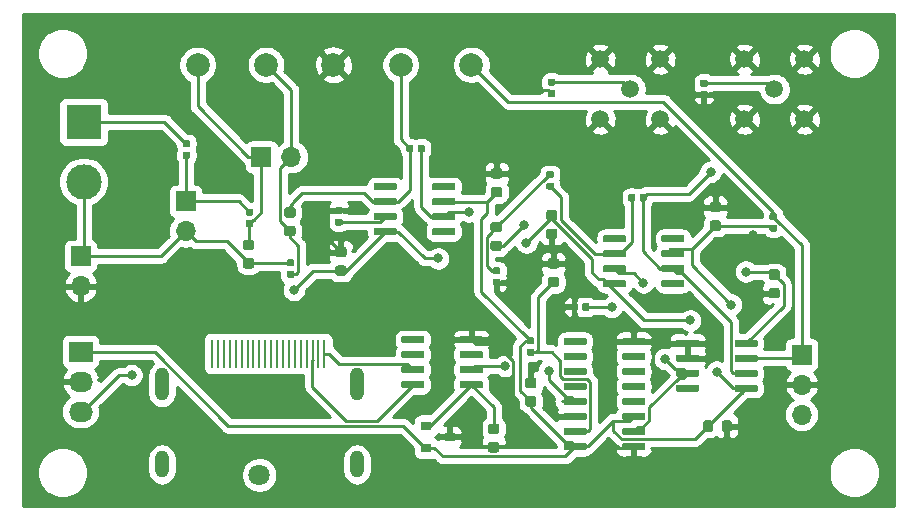
<source format=gtl>
G04 #@! TF.GenerationSoftware,KiCad,Pcbnew,(5.1.4-0-10_14)*
G04 #@! TF.CreationDate,2020-03-06T11:16:09+09:00*
G04 #@! TF.ProjectId,ReadoutBoard_v3_2,52656164-6f75-4744-926f-6172645f7633,rev?*
G04 #@! TF.SameCoordinates,Original*
G04 #@! TF.FileFunction,Copper,L1,Top*
G04 #@! TF.FilePolarity,Positive*
%FSLAX46Y46*%
G04 Gerber Fmt 4.6, Leading zero omitted, Abs format (unit mm)*
G04 Created by KiCad (PCBNEW (5.1.4-0-10_14)) date 2020-03-06 11:16:09*
%MOMM*%
%LPD*%
G04 APERTURE LIST*
%ADD10O,1.200000X2.300000*%
%ADD11O,1.200000X2.800000*%
%ADD12C,1.800000*%
%ADD13R,0.280000X2.400000*%
%ADD14R,1.700000X1.700000*%
%ADD15O,1.700000X1.700000*%
%ADD16C,0.100000*%
%ADD17C,0.875000*%
%ADD18R,3.000000X3.000000*%
%ADD19C,3.000000*%
%ADD20R,2.030000X1.730000*%
%ADD21O,2.030000X1.730000*%
%ADD22C,1.500000*%
%ADD23C,0.590000*%
%ADD24C,2.000000*%
%ADD25C,0.600000*%
%ADD26R,0.900000X0.800000*%
%ADD27C,0.800000*%
%ADD28C,0.250000*%
%ADD29C,0.254000*%
G04 APERTURE END LIST*
D10*
X110393400Y-119810000D03*
D11*
X126903400Y-113030000D03*
D12*
X118643400Y-120710000D03*
D13*
X117143400Y-110430000D03*
X124143400Y-110430000D03*
X116643400Y-110430000D03*
X116143400Y-110430000D03*
X115643400Y-110430000D03*
X115143400Y-110430000D03*
X119143400Y-110430000D03*
X122143400Y-110430000D03*
X114643400Y-110430000D03*
X117643400Y-110430000D03*
X123643400Y-110430000D03*
X123143400Y-110430000D03*
X122643400Y-110430000D03*
X118143400Y-110430000D03*
X121643400Y-110430000D03*
X121143400Y-110430000D03*
X120643400Y-110430000D03*
X120143400Y-110430000D03*
X119643400Y-110430000D03*
X118643400Y-110430000D03*
D11*
X110393400Y-113030000D03*
D10*
X126903400Y-119810000D03*
D14*
X112395000Y-97523300D03*
D15*
X112395000Y-100063300D03*
D16*
G36*
X118006691Y-100782453D02*
G01*
X118027926Y-100785603D01*
X118048750Y-100790819D01*
X118068962Y-100798051D01*
X118088368Y-100807230D01*
X118106781Y-100818266D01*
X118124024Y-100831054D01*
X118139930Y-100845470D01*
X118154346Y-100861376D01*
X118167134Y-100878619D01*
X118178170Y-100897032D01*
X118187349Y-100916438D01*
X118194581Y-100936650D01*
X118199797Y-100957474D01*
X118202947Y-100978709D01*
X118204000Y-101000150D01*
X118204000Y-101437650D01*
X118202947Y-101459091D01*
X118199797Y-101480326D01*
X118194581Y-101501150D01*
X118187349Y-101521362D01*
X118178170Y-101540768D01*
X118167134Y-101559181D01*
X118154346Y-101576424D01*
X118139930Y-101592330D01*
X118124024Y-101606746D01*
X118106781Y-101619534D01*
X118088368Y-101630570D01*
X118068962Y-101639749D01*
X118048750Y-101646981D01*
X118027926Y-101652197D01*
X118006691Y-101655347D01*
X117985250Y-101656400D01*
X117472750Y-101656400D01*
X117451309Y-101655347D01*
X117430074Y-101652197D01*
X117409250Y-101646981D01*
X117389038Y-101639749D01*
X117369632Y-101630570D01*
X117351219Y-101619534D01*
X117333976Y-101606746D01*
X117318070Y-101592330D01*
X117303654Y-101576424D01*
X117290866Y-101559181D01*
X117279830Y-101540768D01*
X117270651Y-101521362D01*
X117263419Y-101501150D01*
X117258203Y-101480326D01*
X117255053Y-101459091D01*
X117254000Y-101437650D01*
X117254000Y-101000150D01*
X117255053Y-100978709D01*
X117258203Y-100957474D01*
X117263419Y-100936650D01*
X117270651Y-100916438D01*
X117279830Y-100897032D01*
X117290866Y-100878619D01*
X117303654Y-100861376D01*
X117318070Y-100845470D01*
X117333976Y-100831054D01*
X117351219Y-100818266D01*
X117369632Y-100807230D01*
X117389038Y-100798051D01*
X117409250Y-100790819D01*
X117430074Y-100785603D01*
X117451309Y-100782453D01*
X117472750Y-100781400D01*
X117985250Y-100781400D01*
X118006691Y-100782453D01*
X118006691Y-100782453D01*
G37*
D17*
X117729000Y-101218900D03*
D16*
G36*
X118006691Y-102357453D02*
G01*
X118027926Y-102360603D01*
X118048750Y-102365819D01*
X118068962Y-102373051D01*
X118088368Y-102382230D01*
X118106781Y-102393266D01*
X118124024Y-102406054D01*
X118139930Y-102420470D01*
X118154346Y-102436376D01*
X118167134Y-102453619D01*
X118178170Y-102472032D01*
X118187349Y-102491438D01*
X118194581Y-102511650D01*
X118199797Y-102532474D01*
X118202947Y-102553709D01*
X118204000Y-102575150D01*
X118204000Y-103012650D01*
X118202947Y-103034091D01*
X118199797Y-103055326D01*
X118194581Y-103076150D01*
X118187349Y-103096362D01*
X118178170Y-103115768D01*
X118167134Y-103134181D01*
X118154346Y-103151424D01*
X118139930Y-103167330D01*
X118124024Y-103181746D01*
X118106781Y-103194534D01*
X118088368Y-103205570D01*
X118068962Y-103214749D01*
X118048750Y-103221981D01*
X118027926Y-103227197D01*
X118006691Y-103230347D01*
X117985250Y-103231400D01*
X117472750Y-103231400D01*
X117451309Y-103230347D01*
X117430074Y-103227197D01*
X117409250Y-103221981D01*
X117389038Y-103214749D01*
X117369632Y-103205570D01*
X117351219Y-103194534D01*
X117333976Y-103181746D01*
X117318070Y-103167330D01*
X117303654Y-103151424D01*
X117290866Y-103134181D01*
X117279830Y-103115768D01*
X117270651Y-103096362D01*
X117263419Y-103076150D01*
X117258203Y-103055326D01*
X117255053Y-103034091D01*
X117254000Y-103012650D01*
X117254000Y-102575150D01*
X117255053Y-102553709D01*
X117258203Y-102532474D01*
X117263419Y-102511650D01*
X117270651Y-102491438D01*
X117279830Y-102472032D01*
X117290866Y-102453619D01*
X117303654Y-102436376D01*
X117318070Y-102420470D01*
X117333976Y-102406054D01*
X117351219Y-102393266D01*
X117369632Y-102382230D01*
X117389038Y-102373051D01*
X117409250Y-102365819D01*
X117430074Y-102360603D01*
X117451309Y-102357453D01*
X117472750Y-102356400D01*
X117985250Y-102356400D01*
X118006691Y-102357453D01*
X118006691Y-102357453D01*
G37*
D17*
X117729000Y-102793900D03*
D16*
G36*
X121511891Y-98039253D02*
G01*
X121533126Y-98042403D01*
X121553950Y-98047619D01*
X121574162Y-98054851D01*
X121593568Y-98064030D01*
X121611981Y-98075066D01*
X121629224Y-98087854D01*
X121645130Y-98102270D01*
X121659546Y-98118176D01*
X121672334Y-98135419D01*
X121683370Y-98153832D01*
X121692549Y-98173238D01*
X121699781Y-98193450D01*
X121704997Y-98214274D01*
X121708147Y-98235509D01*
X121709200Y-98256950D01*
X121709200Y-98694450D01*
X121708147Y-98715891D01*
X121704997Y-98737126D01*
X121699781Y-98757950D01*
X121692549Y-98778162D01*
X121683370Y-98797568D01*
X121672334Y-98815981D01*
X121659546Y-98833224D01*
X121645130Y-98849130D01*
X121629224Y-98863546D01*
X121611981Y-98876334D01*
X121593568Y-98887370D01*
X121574162Y-98896549D01*
X121553950Y-98903781D01*
X121533126Y-98908997D01*
X121511891Y-98912147D01*
X121490450Y-98913200D01*
X120977950Y-98913200D01*
X120956509Y-98912147D01*
X120935274Y-98908997D01*
X120914450Y-98903781D01*
X120894238Y-98896549D01*
X120874832Y-98887370D01*
X120856419Y-98876334D01*
X120839176Y-98863546D01*
X120823270Y-98849130D01*
X120808854Y-98833224D01*
X120796066Y-98815981D01*
X120785030Y-98797568D01*
X120775851Y-98778162D01*
X120768619Y-98757950D01*
X120763403Y-98737126D01*
X120760253Y-98715891D01*
X120759200Y-98694450D01*
X120759200Y-98256950D01*
X120760253Y-98235509D01*
X120763403Y-98214274D01*
X120768619Y-98193450D01*
X120775851Y-98173238D01*
X120785030Y-98153832D01*
X120796066Y-98135419D01*
X120808854Y-98118176D01*
X120823270Y-98102270D01*
X120839176Y-98087854D01*
X120856419Y-98075066D01*
X120874832Y-98064030D01*
X120894238Y-98054851D01*
X120914450Y-98047619D01*
X120935274Y-98042403D01*
X120956509Y-98039253D01*
X120977950Y-98038200D01*
X121490450Y-98038200D01*
X121511891Y-98039253D01*
X121511891Y-98039253D01*
G37*
D17*
X121234200Y-98475700D03*
D16*
G36*
X121511891Y-99614253D02*
G01*
X121533126Y-99617403D01*
X121553950Y-99622619D01*
X121574162Y-99629851D01*
X121593568Y-99639030D01*
X121611981Y-99650066D01*
X121629224Y-99662854D01*
X121645130Y-99677270D01*
X121659546Y-99693176D01*
X121672334Y-99710419D01*
X121683370Y-99728832D01*
X121692549Y-99748238D01*
X121699781Y-99768450D01*
X121704997Y-99789274D01*
X121708147Y-99810509D01*
X121709200Y-99831950D01*
X121709200Y-100269450D01*
X121708147Y-100290891D01*
X121704997Y-100312126D01*
X121699781Y-100332950D01*
X121692549Y-100353162D01*
X121683370Y-100372568D01*
X121672334Y-100390981D01*
X121659546Y-100408224D01*
X121645130Y-100424130D01*
X121629224Y-100438546D01*
X121611981Y-100451334D01*
X121593568Y-100462370D01*
X121574162Y-100471549D01*
X121553950Y-100478781D01*
X121533126Y-100483997D01*
X121511891Y-100487147D01*
X121490450Y-100488200D01*
X120977950Y-100488200D01*
X120956509Y-100487147D01*
X120935274Y-100483997D01*
X120914450Y-100478781D01*
X120894238Y-100471549D01*
X120874832Y-100462370D01*
X120856419Y-100451334D01*
X120839176Y-100438546D01*
X120823270Y-100424130D01*
X120808854Y-100408224D01*
X120796066Y-100390981D01*
X120785030Y-100372568D01*
X120775851Y-100353162D01*
X120768619Y-100332950D01*
X120763403Y-100312126D01*
X120760253Y-100290891D01*
X120759200Y-100269450D01*
X120759200Y-99831950D01*
X120760253Y-99810509D01*
X120763403Y-99789274D01*
X120768619Y-99768450D01*
X120775851Y-99748238D01*
X120785030Y-99728832D01*
X120796066Y-99710419D01*
X120808854Y-99693176D01*
X120823270Y-99677270D01*
X120839176Y-99662854D01*
X120856419Y-99650066D01*
X120874832Y-99639030D01*
X120894238Y-99629851D01*
X120914450Y-99622619D01*
X120935274Y-99617403D01*
X120956509Y-99614253D01*
X120977950Y-99613200D01*
X121490450Y-99613200D01*
X121511891Y-99614253D01*
X121511891Y-99614253D01*
G37*
D17*
X121234200Y-100050700D03*
D16*
G36*
X125829891Y-101392053D02*
G01*
X125851126Y-101395203D01*
X125871950Y-101400419D01*
X125892162Y-101407651D01*
X125911568Y-101416830D01*
X125929981Y-101427866D01*
X125947224Y-101440654D01*
X125963130Y-101455070D01*
X125977546Y-101470976D01*
X125990334Y-101488219D01*
X126001370Y-101506632D01*
X126010549Y-101526038D01*
X126017781Y-101546250D01*
X126022997Y-101567074D01*
X126026147Y-101588309D01*
X126027200Y-101609750D01*
X126027200Y-102047250D01*
X126026147Y-102068691D01*
X126022997Y-102089926D01*
X126017781Y-102110750D01*
X126010549Y-102130962D01*
X126001370Y-102150368D01*
X125990334Y-102168781D01*
X125977546Y-102186024D01*
X125963130Y-102201930D01*
X125947224Y-102216346D01*
X125929981Y-102229134D01*
X125911568Y-102240170D01*
X125892162Y-102249349D01*
X125871950Y-102256581D01*
X125851126Y-102261797D01*
X125829891Y-102264947D01*
X125808450Y-102266000D01*
X125295950Y-102266000D01*
X125274509Y-102264947D01*
X125253274Y-102261797D01*
X125232450Y-102256581D01*
X125212238Y-102249349D01*
X125192832Y-102240170D01*
X125174419Y-102229134D01*
X125157176Y-102216346D01*
X125141270Y-102201930D01*
X125126854Y-102186024D01*
X125114066Y-102168781D01*
X125103030Y-102150368D01*
X125093851Y-102130962D01*
X125086619Y-102110750D01*
X125081403Y-102089926D01*
X125078253Y-102068691D01*
X125077200Y-102047250D01*
X125077200Y-101609750D01*
X125078253Y-101588309D01*
X125081403Y-101567074D01*
X125086619Y-101546250D01*
X125093851Y-101526038D01*
X125103030Y-101506632D01*
X125114066Y-101488219D01*
X125126854Y-101470976D01*
X125141270Y-101455070D01*
X125157176Y-101440654D01*
X125174419Y-101427866D01*
X125192832Y-101416830D01*
X125212238Y-101407651D01*
X125232450Y-101400419D01*
X125253274Y-101395203D01*
X125274509Y-101392053D01*
X125295950Y-101391000D01*
X125808450Y-101391000D01*
X125829891Y-101392053D01*
X125829891Y-101392053D01*
G37*
D17*
X125552200Y-101828500D03*
D16*
G36*
X125829891Y-102967053D02*
G01*
X125851126Y-102970203D01*
X125871950Y-102975419D01*
X125892162Y-102982651D01*
X125911568Y-102991830D01*
X125929981Y-103002866D01*
X125947224Y-103015654D01*
X125963130Y-103030070D01*
X125977546Y-103045976D01*
X125990334Y-103063219D01*
X126001370Y-103081632D01*
X126010549Y-103101038D01*
X126017781Y-103121250D01*
X126022997Y-103142074D01*
X126026147Y-103163309D01*
X126027200Y-103184750D01*
X126027200Y-103622250D01*
X126026147Y-103643691D01*
X126022997Y-103664926D01*
X126017781Y-103685750D01*
X126010549Y-103705962D01*
X126001370Y-103725368D01*
X125990334Y-103743781D01*
X125977546Y-103761024D01*
X125963130Y-103776930D01*
X125947224Y-103791346D01*
X125929981Y-103804134D01*
X125911568Y-103815170D01*
X125892162Y-103824349D01*
X125871950Y-103831581D01*
X125851126Y-103836797D01*
X125829891Y-103839947D01*
X125808450Y-103841000D01*
X125295950Y-103841000D01*
X125274509Y-103839947D01*
X125253274Y-103836797D01*
X125232450Y-103831581D01*
X125212238Y-103824349D01*
X125192832Y-103815170D01*
X125174419Y-103804134D01*
X125157176Y-103791346D01*
X125141270Y-103776930D01*
X125126854Y-103761024D01*
X125114066Y-103743781D01*
X125103030Y-103725368D01*
X125093851Y-103705962D01*
X125086619Y-103685750D01*
X125081403Y-103664926D01*
X125078253Y-103643691D01*
X125077200Y-103622250D01*
X125077200Y-103184750D01*
X125078253Y-103163309D01*
X125081403Y-103142074D01*
X125086619Y-103121250D01*
X125093851Y-103101038D01*
X125103030Y-103081632D01*
X125114066Y-103063219D01*
X125126854Y-103045976D01*
X125141270Y-103030070D01*
X125157176Y-103015654D01*
X125174419Y-103002866D01*
X125192832Y-102991830D01*
X125212238Y-102982651D01*
X125232450Y-102975419D01*
X125253274Y-102970203D01*
X125274509Y-102967053D01*
X125295950Y-102966000D01*
X125808450Y-102966000D01*
X125829891Y-102967053D01*
X125829891Y-102967053D01*
G37*
D17*
X125552200Y-103403500D03*
D16*
G36*
X139012491Y-96312253D02*
G01*
X139033726Y-96315403D01*
X139054550Y-96320619D01*
X139074762Y-96327851D01*
X139094168Y-96337030D01*
X139112581Y-96348066D01*
X139129824Y-96360854D01*
X139145730Y-96375270D01*
X139160146Y-96391176D01*
X139172934Y-96408419D01*
X139183970Y-96426832D01*
X139193149Y-96446238D01*
X139200381Y-96466450D01*
X139205597Y-96487274D01*
X139208747Y-96508509D01*
X139209800Y-96529950D01*
X139209800Y-96967450D01*
X139208747Y-96988891D01*
X139205597Y-97010126D01*
X139200381Y-97030950D01*
X139193149Y-97051162D01*
X139183970Y-97070568D01*
X139172934Y-97088981D01*
X139160146Y-97106224D01*
X139145730Y-97122130D01*
X139129824Y-97136546D01*
X139112581Y-97149334D01*
X139094168Y-97160370D01*
X139074762Y-97169549D01*
X139054550Y-97176781D01*
X139033726Y-97181997D01*
X139012491Y-97185147D01*
X138991050Y-97186200D01*
X138478550Y-97186200D01*
X138457109Y-97185147D01*
X138435874Y-97181997D01*
X138415050Y-97176781D01*
X138394838Y-97169549D01*
X138375432Y-97160370D01*
X138357019Y-97149334D01*
X138339776Y-97136546D01*
X138323870Y-97122130D01*
X138309454Y-97106224D01*
X138296666Y-97088981D01*
X138285630Y-97070568D01*
X138276451Y-97051162D01*
X138269219Y-97030950D01*
X138264003Y-97010126D01*
X138260853Y-96988891D01*
X138259800Y-96967450D01*
X138259800Y-96529950D01*
X138260853Y-96508509D01*
X138264003Y-96487274D01*
X138269219Y-96466450D01*
X138276451Y-96446238D01*
X138285630Y-96426832D01*
X138296666Y-96408419D01*
X138309454Y-96391176D01*
X138323870Y-96375270D01*
X138339776Y-96360854D01*
X138357019Y-96348066D01*
X138375432Y-96337030D01*
X138394838Y-96327851D01*
X138415050Y-96320619D01*
X138435874Y-96315403D01*
X138457109Y-96312253D01*
X138478550Y-96311200D01*
X138991050Y-96311200D01*
X139012491Y-96312253D01*
X139012491Y-96312253D01*
G37*
D17*
X138734800Y-96748700D03*
D16*
G36*
X139012491Y-94737253D02*
G01*
X139033726Y-94740403D01*
X139054550Y-94745619D01*
X139074762Y-94752851D01*
X139094168Y-94762030D01*
X139112581Y-94773066D01*
X139129824Y-94785854D01*
X139145730Y-94800270D01*
X139160146Y-94816176D01*
X139172934Y-94833419D01*
X139183970Y-94851832D01*
X139193149Y-94871238D01*
X139200381Y-94891450D01*
X139205597Y-94912274D01*
X139208747Y-94933509D01*
X139209800Y-94954950D01*
X139209800Y-95392450D01*
X139208747Y-95413891D01*
X139205597Y-95435126D01*
X139200381Y-95455950D01*
X139193149Y-95476162D01*
X139183970Y-95495568D01*
X139172934Y-95513981D01*
X139160146Y-95531224D01*
X139145730Y-95547130D01*
X139129824Y-95561546D01*
X139112581Y-95574334D01*
X139094168Y-95585370D01*
X139074762Y-95594549D01*
X139054550Y-95601781D01*
X139033726Y-95606997D01*
X139012491Y-95610147D01*
X138991050Y-95611200D01*
X138478550Y-95611200D01*
X138457109Y-95610147D01*
X138435874Y-95606997D01*
X138415050Y-95601781D01*
X138394838Y-95594549D01*
X138375432Y-95585370D01*
X138357019Y-95574334D01*
X138339776Y-95561546D01*
X138323870Y-95547130D01*
X138309454Y-95531224D01*
X138296666Y-95513981D01*
X138285630Y-95495568D01*
X138276451Y-95476162D01*
X138269219Y-95455950D01*
X138264003Y-95435126D01*
X138260853Y-95413891D01*
X138259800Y-95392450D01*
X138259800Y-94954950D01*
X138260853Y-94933509D01*
X138264003Y-94912274D01*
X138269219Y-94891450D01*
X138276451Y-94871238D01*
X138285630Y-94851832D01*
X138296666Y-94833419D01*
X138309454Y-94816176D01*
X138323870Y-94800270D01*
X138339776Y-94785854D01*
X138357019Y-94773066D01*
X138375432Y-94762030D01*
X138394838Y-94752851D01*
X138415050Y-94745619D01*
X138435874Y-94740403D01*
X138457109Y-94737253D01*
X138478550Y-94736200D01*
X138991050Y-94736200D01*
X139012491Y-94737253D01*
X139012491Y-94737253D01*
G37*
D17*
X138734800Y-95173700D03*
D16*
G36*
X138961691Y-99283853D02*
G01*
X138982926Y-99287003D01*
X139003750Y-99292219D01*
X139023962Y-99299451D01*
X139043368Y-99308630D01*
X139061781Y-99319666D01*
X139079024Y-99332454D01*
X139094930Y-99346870D01*
X139109346Y-99362776D01*
X139122134Y-99380019D01*
X139133170Y-99398432D01*
X139142349Y-99417838D01*
X139149581Y-99438050D01*
X139154797Y-99458874D01*
X139157947Y-99480109D01*
X139159000Y-99501550D01*
X139159000Y-99939050D01*
X139157947Y-99960491D01*
X139154797Y-99981726D01*
X139149581Y-100002550D01*
X139142349Y-100022762D01*
X139133170Y-100042168D01*
X139122134Y-100060581D01*
X139109346Y-100077824D01*
X139094930Y-100093730D01*
X139079024Y-100108146D01*
X139061781Y-100120934D01*
X139043368Y-100131970D01*
X139023962Y-100141149D01*
X139003750Y-100148381D01*
X138982926Y-100153597D01*
X138961691Y-100156747D01*
X138940250Y-100157800D01*
X138427750Y-100157800D01*
X138406309Y-100156747D01*
X138385074Y-100153597D01*
X138364250Y-100148381D01*
X138344038Y-100141149D01*
X138324632Y-100131970D01*
X138306219Y-100120934D01*
X138288976Y-100108146D01*
X138273070Y-100093730D01*
X138258654Y-100077824D01*
X138245866Y-100060581D01*
X138234830Y-100042168D01*
X138225651Y-100022762D01*
X138218419Y-100002550D01*
X138213203Y-99981726D01*
X138210053Y-99960491D01*
X138209000Y-99939050D01*
X138209000Y-99501550D01*
X138210053Y-99480109D01*
X138213203Y-99458874D01*
X138218419Y-99438050D01*
X138225651Y-99417838D01*
X138234830Y-99398432D01*
X138245866Y-99380019D01*
X138258654Y-99362776D01*
X138273070Y-99346870D01*
X138288976Y-99332454D01*
X138306219Y-99319666D01*
X138324632Y-99308630D01*
X138344038Y-99299451D01*
X138364250Y-99292219D01*
X138385074Y-99287003D01*
X138406309Y-99283853D01*
X138427750Y-99282800D01*
X138940250Y-99282800D01*
X138961691Y-99283853D01*
X138961691Y-99283853D01*
G37*
D17*
X138684000Y-99720300D03*
D16*
G36*
X138961691Y-100858853D02*
G01*
X138982926Y-100862003D01*
X139003750Y-100867219D01*
X139023962Y-100874451D01*
X139043368Y-100883630D01*
X139061781Y-100894666D01*
X139079024Y-100907454D01*
X139094930Y-100921870D01*
X139109346Y-100937776D01*
X139122134Y-100955019D01*
X139133170Y-100973432D01*
X139142349Y-100992838D01*
X139149581Y-101013050D01*
X139154797Y-101033874D01*
X139157947Y-101055109D01*
X139159000Y-101076550D01*
X139159000Y-101514050D01*
X139157947Y-101535491D01*
X139154797Y-101556726D01*
X139149581Y-101577550D01*
X139142349Y-101597762D01*
X139133170Y-101617168D01*
X139122134Y-101635581D01*
X139109346Y-101652824D01*
X139094930Y-101668730D01*
X139079024Y-101683146D01*
X139061781Y-101695934D01*
X139043368Y-101706970D01*
X139023962Y-101716149D01*
X139003750Y-101723381D01*
X138982926Y-101728597D01*
X138961691Y-101731747D01*
X138940250Y-101732800D01*
X138427750Y-101732800D01*
X138406309Y-101731747D01*
X138385074Y-101728597D01*
X138364250Y-101723381D01*
X138344038Y-101716149D01*
X138324632Y-101706970D01*
X138306219Y-101695934D01*
X138288976Y-101683146D01*
X138273070Y-101668730D01*
X138258654Y-101652824D01*
X138245866Y-101635581D01*
X138234830Y-101617168D01*
X138225651Y-101597762D01*
X138218419Y-101577550D01*
X138213203Y-101556726D01*
X138210053Y-101535491D01*
X138209000Y-101514050D01*
X138209000Y-101076550D01*
X138210053Y-101055109D01*
X138213203Y-101033874D01*
X138218419Y-101013050D01*
X138225651Y-100992838D01*
X138234830Y-100973432D01*
X138245866Y-100955019D01*
X138258654Y-100937776D01*
X138273070Y-100921870D01*
X138288976Y-100907454D01*
X138306219Y-100894666D01*
X138324632Y-100883630D01*
X138344038Y-100874451D01*
X138364250Y-100867219D01*
X138385074Y-100862003D01*
X138406309Y-100858853D01*
X138427750Y-100857800D01*
X138940250Y-100857800D01*
X138961691Y-100858853D01*
X138961691Y-100858853D01*
G37*
D17*
X138684000Y-101295300D03*
D16*
G36*
X162507491Y-103297053D02*
G01*
X162528726Y-103300203D01*
X162549550Y-103305419D01*
X162569762Y-103312651D01*
X162589168Y-103321830D01*
X162607581Y-103332866D01*
X162624824Y-103345654D01*
X162640730Y-103360070D01*
X162655146Y-103375976D01*
X162667934Y-103393219D01*
X162678970Y-103411632D01*
X162688149Y-103431038D01*
X162695381Y-103451250D01*
X162700597Y-103472074D01*
X162703747Y-103493309D01*
X162704800Y-103514750D01*
X162704800Y-103952250D01*
X162703747Y-103973691D01*
X162700597Y-103994926D01*
X162695381Y-104015750D01*
X162688149Y-104035962D01*
X162678970Y-104055368D01*
X162667934Y-104073781D01*
X162655146Y-104091024D01*
X162640730Y-104106930D01*
X162624824Y-104121346D01*
X162607581Y-104134134D01*
X162589168Y-104145170D01*
X162569762Y-104154349D01*
X162549550Y-104161581D01*
X162528726Y-104166797D01*
X162507491Y-104169947D01*
X162486050Y-104171000D01*
X161973550Y-104171000D01*
X161952109Y-104169947D01*
X161930874Y-104166797D01*
X161910050Y-104161581D01*
X161889838Y-104154349D01*
X161870432Y-104145170D01*
X161852019Y-104134134D01*
X161834776Y-104121346D01*
X161818870Y-104106930D01*
X161804454Y-104091024D01*
X161791666Y-104073781D01*
X161780630Y-104055368D01*
X161771451Y-104035962D01*
X161764219Y-104015750D01*
X161759003Y-103994926D01*
X161755853Y-103973691D01*
X161754800Y-103952250D01*
X161754800Y-103514750D01*
X161755853Y-103493309D01*
X161759003Y-103472074D01*
X161764219Y-103451250D01*
X161771451Y-103431038D01*
X161780630Y-103411632D01*
X161791666Y-103393219D01*
X161804454Y-103375976D01*
X161818870Y-103360070D01*
X161834776Y-103345654D01*
X161852019Y-103332866D01*
X161870432Y-103321830D01*
X161889838Y-103312651D01*
X161910050Y-103305419D01*
X161930874Y-103300203D01*
X161952109Y-103297053D01*
X161973550Y-103296000D01*
X162486050Y-103296000D01*
X162507491Y-103297053D01*
X162507491Y-103297053D01*
G37*
D17*
X162229800Y-103733500D03*
D16*
G36*
X162507491Y-104872053D02*
G01*
X162528726Y-104875203D01*
X162549550Y-104880419D01*
X162569762Y-104887651D01*
X162589168Y-104896830D01*
X162607581Y-104907866D01*
X162624824Y-104920654D01*
X162640730Y-104935070D01*
X162655146Y-104950976D01*
X162667934Y-104968219D01*
X162678970Y-104986632D01*
X162688149Y-105006038D01*
X162695381Y-105026250D01*
X162700597Y-105047074D01*
X162703747Y-105068309D01*
X162704800Y-105089750D01*
X162704800Y-105527250D01*
X162703747Y-105548691D01*
X162700597Y-105569926D01*
X162695381Y-105590750D01*
X162688149Y-105610962D01*
X162678970Y-105630368D01*
X162667934Y-105648781D01*
X162655146Y-105666024D01*
X162640730Y-105681930D01*
X162624824Y-105696346D01*
X162607581Y-105709134D01*
X162589168Y-105720170D01*
X162569762Y-105729349D01*
X162549550Y-105736581D01*
X162528726Y-105741797D01*
X162507491Y-105744947D01*
X162486050Y-105746000D01*
X161973550Y-105746000D01*
X161952109Y-105744947D01*
X161930874Y-105741797D01*
X161910050Y-105736581D01*
X161889838Y-105729349D01*
X161870432Y-105720170D01*
X161852019Y-105709134D01*
X161834776Y-105696346D01*
X161818870Y-105681930D01*
X161804454Y-105666024D01*
X161791666Y-105648781D01*
X161780630Y-105630368D01*
X161771451Y-105610962D01*
X161764219Y-105590750D01*
X161759003Y-105569926D01*
X161755853Y-105548691D01*
X161754800Y-105527250D01*
X161754800Y-105089750D01*
X161755853Y-105068309D01*
X161759003Y-105047074D01*
X161764219Y-105026250D01*
X161771451Y-105006038D01*
X161780630Y-104986632D01*
X161791666Y-104968219D01*
X161804454Y-104950976D01*
X161818870Y-104935070D01*
X161834776Y-104920654D01*
X161852019Y-104907866D01*
X161870432Y-104896830D01*
X161889838Y-104887651D01*
X161910050Y-104880419D01*
X161930874Y-104875203D01*
X161952109Y-104872053D01*
X161973550Y-104871000D01*
X162486050Y-104871000D01*
X162507491Y-104872053D01*
X162507491Y-104872053D01*
G37*
D17*
X162229800Y-105308500D03*
D16*
G36*
X156881891Y-116086653D02*
G01*
X156903126Y-116089803D01*
X156923950Y-116095019D01*
X156944162Y-116102251D01*
X156963568Y-116111430D01*
X156981981Y-116122466D01*
X156999224Y-116135254D01*
X157015130Y-116149670D01*
X157029546Y-116165576D01*
X157042334Y-116182819D01*
X157053370Y-116201232D01*
X157062549Y-116220638D01*
X157069781Y-116240850D01*
X157074997Y-116261674D01*
X157078147Y-116282909D01*
X157079200Y-116304350D01*
X157079200Y-116816850D01*
X157078147Y-116838291D01*
X157074997Y-116859526D01*
X157069781Y-116880350D01*
X157062549Y-116900562D01*
X157053370Y-116919968D01*
X157042334Y-116938381D01*
X157029546Y-116955624D01*
X157015130Y-116971530D01*
X156999224Y-116985946D01*
X156981981Y-116998734D01*
X156963568Y-117009770D01*
X156944162Y-117018949D01*
X156923950Y-117026181D01*
X156903126Y-117031397D01*
X156881891Y-117034547D01*
X156860450Y-117035600D01*
X156422950Y-117035600D01*
X156401509Y-117034547D01*
X156380274Y-117031397D01*
X156359450Y-117026181D01*
X156339238Y-117018949D01*
X156319832Y-117009770D01*
X156301419Y-116998734D01*
X156284176Y-116985946D01*
X156268270Y-116971530D01*
X156253854Y-116955624D01*
X156241066Y-116938381D01*
X156230030Y-116919968D01*
X156220851Y-116900562D01*
X156213619Y-116880350D01*
X156208403Y-116859526D01*
X156205253Y-116838291D01*
X156204200Y-116816850D01*
X156204200Y-116304350D01*
X156205253Y-116282909D01*
X156208403Y-116261674D01*
X156213619Y-116240850D01*
X156220851Y-116220638D01*
X156230030Y-116201232D01*
X156241066Y-116182819D01*
X156253854Y-116165576D01*
X156268270Y-116149670D01*
X156284176Y-116135254D01*
X156301419Y-116122466D01*
X156319832Y-116111430D01*
X156339238Y-116102251D01*
X156359450Y-116095019D01*
X156380274Y-116089803D01*
X156401509Y-116086653D01*
X156422950Y-116085600D01*
X156860450Y-116085600D01*
X156881891Y-116086653D01*
X156881891Y-116086653D01*
G37*
D17*
X156641700Y-116560600D03*
D16*
G36*
X158456891Y-116086653D02*
G01*
X158478126Y-116089803D01*
X158498950Y-116095019D01*
X158519162Y-116102251D01*
X158538568Y-116111430D01*
X158556981Y-116122466D01*
X158574224Y-116135254D01*
X158590130Y-116149670D01*
X158604546Y-116165576D01*
X158617334Y-116182819D01*
X158628370Y-116201232D01*
X158637549Y-116220638D01*
X158644781Y-116240850D01*
X158649997Y-116261674D01*
X158653147Y-116282909D01*
X158654200Y-116304350D01*
X158654200Y-116816850D01*
X158653147Y-116838291D01*
X158649997Y-116859526D01*
X158644781Y-116880350D01*
X158637549Y-116900562D01*
X158628370Y-116919968D01*
X158617334Y-116938381D01*
X158604546Y-116955624D01*
X158590130Y-116971530D01*
X158574224Y-116985946D01*
X158556981Y-116998734D01*
X158538568Y-117009770D01*
X158519162Y-117018949D01*
X158498950Y-117026181D01*
X158478126Y-117031397D01*
X158456891Y-117034547D01*
X158435450Y-117035600D01*
X157997950Y-117035600D01*
X157976509Y-117034547D01*
X157955274Y-117031397D01*
X157934450Y-117026181D01*
X157914238Y-117018949D01*
X157894832Y-117009770D01*
X157876419Y-116998734D01*
X157859176Y-116985946D01*
X157843270Y-116971530D01*
X157828854Y-116955624D01*
X157816066Y-116938381D01*
X157805030Y-116919968D01*
X157795851Y-116900562D01*
X157788619Y-116880350D01*
X157783403Y-116859526D01*
X157780253Y-116838291D01*
X157779200Y-116816850D01*
X157779200Y-116304350D01*
X157780253Y-116282909D01*
X157783403Y-116261674D01*
X157788619Y-116240850D01*
X157795851Y-116220638D01*
X157805030Y-116201232D01*
X157816066Y-116182819D01*
X157828854Y-116165576D01*
X157843270Y-116149670D01*
X157859176Y-116135254D01*
X157876419Y-116122466D01*
X157894832Y-116111430D01*
X157914238Y-116102251D01*
X157934450Y-116095019D01*
X157955274Y-116089803D01*
X157976509Y-116086653D01*
X157997950Y-116085600D01*
X158435450Y-116085600D01*
X158456891Y-116086653D01*
X158456891Y-116086653D01*
G37*
D17*
X158216700Y-116560600D03*
D16*
G36*
X143686091Y-98267853D02*
G01*
X143707326Y-98271003D01*
X143728150Y-98276219D01*
X143748362Y-98283451D01*
X143767768Y-98292630D01*
X143786181Y-98303666D01*
X143803424Y-98316454D01*
X143819330Y-98330870D01*
X143833746Y-98346776D01*
X143846534Y-98364019D01*
X143857570Y-98382432D01*
X143866749Y-98401838D01*
X143873981Y-98422050D01*
X143879197Y-98442874D01*
X143882347Y-98464109D01*
X143883400Y-98485550D01*
X143883400Y-98923050D01*
X143882347Y-98944491D01*
X143879197Y-98965726D01*
X143873981Y-98986550D01*
X143866749Y-99006762D01*
X143857570Y-99026168D01*
X143846534Y-99044581D01*
X143833746Y-99061824D01*
X143819330Y-99077730D01*
X143803424Y-99092146D01*
X143786181Y-99104934D01*
X143767768Y-99115970D01*
X143748362Y-99125149D01*
X143728150Y-99132381D01*
X143707326Y-99137597D01*
X143686091Y-99140747D01*
X143664650Y-99141800D01*
X143152150Y-99141800D01*
X143130709Y-99140747D01*
X143109474Y-99137597D01*
X143088650Y-99132381D01*
X143068438Y-99125149D01*
X143049032Y-99115970D01*
X143030619Y-99104934D01*
X143013376Y-99092146D01*
X142997470Y-99077730D01*
X142983054Y-99061824D01*
X142970266Y-99044581D01*
X142959230Y-99026168D01*
X142950051Y-99006762D01*
X142942819Y-98986550D01*
X142937603Y-98965726D01*
X142934453Y-98944491D01*
X142933400Y-98923050D01*
X142933400Y-98485550D01*
X142934453Y-98464109D01*
X142937603Y-98442874D01*
X142942819Y-98422050D01*
X142950051Y-98401838D01*
X142959230Y-98382432D01*
X142970266Y-98364019D01*
X142983054Y-98346776D01*
X142997470Y-98330870D01*
X143013376Y-98316454D01*
X143030619Y-98303666D01*
X143049032Y-98292630D01*
X143068438Y-98283451D01*
X143088650Y-98276219D01*
X143109474Y-98271003D01*
X143130709Y-98267853D01*
X143152150Y-98266800D01*
X143664650Y-98266800D01*
X143686091Y-98267853D01*
X143686091Y-98267853D01*
G37*
D17*
X143408400Y-98704300D03*
D16*
G36*
X143686091Y-99842853D02*
G01*
X143707326Y-99846003D01*
X143728150Y-99851219D01*
X143748362Y-99858451D01*
X143767768Y-99867630D01*
X143786181Y-99878666D01*
X143803424Y-99891454D01*
X143819330Y-99905870D01*
X143833746Y-99921776D01*
X143846534Y-99939019D01*
X143857570Y-99957432D01*
X143866749Y-99976838D01*
X143873981Y-99997050D01*
X143879197Y-100017874D01*
X143882347Y-100039109D01*
X143883400Y-100060550D01*
X143883400Y-100498050D01*
X143882347Y-100519491D01*
X143879197Y-100540726D01*
X143873981Y-100561550D01*
X143866749Y-100581762D01*
X143857570Y-100601168D01*
X143846534Y-100619581D01*
X143833746Y-100636824D01*
X143819330Y-100652730D01*
X143803424Y-100667146D01*
X143786181Y-100679934D01*
X143767768Y-100690970D01*
X143748362Y-100700149D01*
X143728150Y-100707381D01*
X143707326Y-100712597D01*
X143686091Y-100715747D01*
X143664650Y-100716800D01*
X143152150Y-100716800D01*
X143130709Y-100715747D01*
X143109474Y-100712597D01*
X143088650Y-100707381D01*
X143068438Y-100700149D01*
X143049032Y-100690970D01*
X143030619Y-100679934D01*
X143013376Y-100667146D01*
X142997470Y-100652730D01*
X142983054Y-100636824D01*
X142970266Y-100619581D01*
X142959230Y-100601168D01*
X142950051Y-100581762D01*
X142942819Y-100561550D01*
X142937603Y-100540726D01*
X142934453Y-100519491D01*
X142933400Y-100498050D01*
X142933400Y-100060550D01*
X142934453Y-100039109D01*
X142937603Y-100017874D01*
X142942819Y-99997050D01*
X142950051Y-99976838D01*
X142959230Y-99957432D01*
X142970266Y-99939019D01*
X142983054Y-99921776D01*
X142997470Y-99905870D01*
X143013376Y-99891454D01*
X143030619Y-99878666D01*
X143049032Y-99867630D01*
X143068438Y-99858451D01*
X143088650Y-99851219D01*
X143109474Y-99846003D01*
X143130709Y-99842853D01*
X143152150Y-99841800D01*
X143664650Y-99841800D01*
X143686091Y-99842853D01*
X143686091Y-99842853D01*
G37*
D17*
X143408400Y-100279300D03*
D16*
G36*
X157529091Y-97582053D02*
G01*
X157550326Y-97585203D01*
X157571150Y-97590419D01*
X157591362Y-97597651D01*
X157610768Y-97606830D01*
X157629181Y-97617866D01*
X157646424Y-97630654D01*
X157662330Y-97645070D01*
X157676746Y-97660976D01*
X157689534Y-97678219D01*
X157700570Y-97696632D01*
X157709749Y-97716038D01*
X157716981Y-97736250D01*
X157722197Y-97757074D01*
X157725347Y-97778309D01*
X157726400Y-97799750D01*
X157726400Y-98237250D01*
X157725347Y-98258691D01*
X157722197Y-98279926D01*
X157716981Y-98300750D01*
X157709749Y-98320962D01*
X157700570Y-98340368D01*
X157689534Y-98358781D01*
X157676746Y-98376024D01*
X157662330Y-98391930D01*
X157646424Y-98406346D01*
X157629181Y-98419134D01*
X157610768Y-98430170D01*
X157591362Y-98439349D01*
X157571150Y-98446581D01*
X157550326Y-98451797D01*
X157529091Y-98454947D01*
X157507650Y-98456000D01*
X156995150Y-98456000D01*
X156973709Y-98454947D01*
X156952474Y-98451797D01*
X156931650Y-98446581D01*
X156911438Y-98439349D01*
X156892032Y-98430170D01*
X156873619Y-98419134D01*
X156856376Y-98406346D01*
X156840470Y-98391930D01*
X156826054Y-98376024D01*
X156813266Y-98358781D01*
X156802230Y-98340368D01*
X156793051Y-98320962D01*
X156785819Y-98300750D01*
X156780603Y-98279926D01*
X156777453Y-98258691D01*
X156776400Y-98237250D01*
X156776400Y-97799750D01*
X156777453Y-97778309D01*
X156780603Y-97757074D01*
X156785819Y-97736250D01*
X156793051Y-97716038D01*
X156802230Y-97696632D01*
X156813266Y-97678219D01*
X156826054Y-97660976D01*
X156840470Y-97645070D01*
X156856376Y-97630654D01*
X156873619Y-97617866D01*
X156892032Y-97606830D01*
X156911438Y-97597651D01*
X156931650Y-97590419D01*
X156952474Y-97585203D01*
X156973709Y-97582053D01*
X156995150Y-97581000D01*
X157507650Y-97581000D01*
X157529091Y-97582053D01*
X157529091Y-97582053D01*
G37*
D17*
X157251400Y-98018500D03*
D16*
G36*
X157529091Y-99157053D02*
G01*
X157550326Y-99160203D01*
X157571150Y-99165419D01*
X157591362Y-99172651D01*
X157610768Y-99181830D01*
X157629181Y-99192866D01*
X157646424Y-99205654D01*
X157662330Y-99220070D01*
X157676746Y-99235976D01*
X157689534Y-99253219D01*
X157700570Y-99271632D01*
X157709749Y-99291038D01*
X157716981Y-99311250D01*
X157722197Y-99332074D01*
X157725347Y-99353309D01*
X157726400Y-99374750D01*
X157726400Y-99812250D01*
X157725347Y-99833691D01*
X157722197Y-99854926D01*
X157716981Y-99875750D01*
X157709749Y-99895962D01*
X157700570Y-99915368D01*
X157689534Y-99933781D01*
X157676746Y-99951024D01*
X157662330Y-99966930D01*
X157646424Y-99981346D01*
X157629181Y-99994134D01*
X157610768Y-100005170D01*
X157591362Y-100014349D01*
X157571150Y-100021581D01*
X157550326Y-100026797D01*
X157529091Y-100029947D01*
X157507650Y-100031000D01*
X156995150Y-100031000D01*
X156973709Y-100029947D01*
X156952474Y-100026797D01*
X156931650Y-100021581D01*
X156911438Y-100014349D01*
X156892032Y-100005170D01*
X156873619Y-99994134D01*
X156856376Y-99981346D01*
X156840470Y-99966930D01*
X156826054Y-99951024D01*
X156813266Y-99933781D01*
X156802230Y-99915368D01*
X156793051Y-99895962D01*
X156785819Y-99875750D01*
X156780603Y-99854926D01*
X156777453Y-99833691D01*
X156776400Y-99812250D01*
X156776400Y-99374750D01*
X156777453Y-99353309D01*
X156780603Y-99332074D01*
X156785819Y-99311250D01*
X156793051Y-99291038D01*
X156802230Y-99271632D01*
X156813266Y-99253219D01*
X156826054Y-99235976D01*
X156840470Y-99220070D01*
X156856376Y-99205654D01*
X156873619Y-99192866D01*
X156892032Y-99181830D01*
X156911438Y-99172651D01*
X156931650Y-99165419D01*
X156952474Y-99160203D01*
X156973709Y-99157053D01*
X156995150Y-99156000D01*
X157507650Y-99156000D01*
X157529091Y-99157053D01*
X157529091Y-99157053D01*
G37*
D17*
X157251400Y-99593500D03*
D16*
G36*
X143813091Y-103932253D02*
G01*
X143834326Y-103935403D01*
X143855150Y-103940619D01*
X143875362Y-103947851D01*
X143894768Y-103957030D01*
X143913181Y-103968066D01*
X143930424Y-103980854D01*
X143946330Y-103995270D01*
X143960746Y-104011176D01*
X143973534Y-104028419D01*
X143984570Y-104046832D01*
X143993749Y-104066238D01*
X144000981Y-104086450D01*
X144006197Y-104107274D01*
X144009347Y-104128509D01*
X144010400Y-104149950D01*
X144010400Y-104587450D01*
X144009347Y-104608891D01*
X144006197Y-104630126D01*
X144000981Y-104650950D01*
X143993749Y-104671162D01*
X143984570Y-104690568D01*
X143973534Y-104708981D01*
X143960746Y-104726224D01*
X143946330Y-104742130D01*
X143930424Y-104756546D01*
X143913181Y-104769334D01*
X143894768Y-104780370D01*
X143875362Y-104789549D01*
X143855150Y-104796781D01*
X143834326Y-104801997D01*
X143813091Y-104805147D01*
X143791650Y-104806200D01*
X143279150Y-104806200D01*
X143257709Y-104805147D01*
X143236474Y-104801997D01*
X143215650Y-104796781D01*
X143195438Y-104789549D01*
X143176032Y-104780370D01*
X143157619Y-104769334D01*
X143140376Y-104756546D01*
X143124470Y-104742130D01*
X143110054Y-104726224D01*
X143097266Y-104708981D01*
X143086230Y-104690568D01*
X143077051Y-104671162D01*
X143069819Y-104650950D01*
X143064603Y-104630126D01*
X143061453Y-104608891D01*
X143060400Y-104587450D01*
X143060400Y-104149950D01*
X143061453Y-104128509D01*
X143064603Y-104107274D01*
X143069819Y-104086450D01*
X143077051Y-104066238D01*
X143086230Y-104046832D01*
X143097266Y-104028419D01*
X143110054Y-104011176D01*
X143124470Y-103995270D01*
X143140376Y-103980854D01*
X143157619Y-103968066D01*
X143176032Y-103957030D01*
X143195438Y-103947851D01*
X143215650Y-103940619D01*
X143236474Y-103935403D01*
X143257709Y-103932253D01*
X143279150Y-103931200D01*
X143791650Y-103931200D01*
X143813091Y-103932253D01*
X143813091Y-103932253D01*
G37*
D17*
X143535400Y-104368700D03*
D16*
G36*
X143813091Y-102357253D02*
G01*
X143834326Y-102360403D01*
X143855150Y-102365619D01*
X143875362Y-102372851D01*
X143894768Y-102382030D01*
X143913181Y-102393066D01*
X143930424Y-102405854D01*
X143946330Y-102420270D01*
X143960746Y-102436176D01*
X143973534Y-102453419D01*
X143984570Y-102471832D01*
X143993749Y-102491238D01*
X144000981Y-102511450D01*
X144006197Y-102532274D01*
X144009347Y-102553509D01*
X144010400Y-102574950D01*
X144010400Y-103012450D01*
X144009347Y-103033891D01*
X144006197Y-103055126D01*
X144000981Y-103075950D01*
X143993749Y-103096162D01*
X143984570Y-103115568D01*
X143973534Y-103133981D01*
X143960746Y-103151224D01*
X143946330Y-103167130D01*
X143930424Y-103181546D01*
X143913181Y-103194334D01*
X143894768Y-103205370D01*
X143875362Y-103214549D01*
X143855150Y-103221781D01*
X143834326Y-103226997D01*
X143813091Y-103230147D01*
X143791650Y-103231200D01*
X143279150Y-103231200D01*
X143257709Y-103230147D01*
X143236474Y-103226997D01*
X143215650Y-103221781D01*
X143195438Y-103214549D01*
X143176032Y-103205370D01*
X143157619Y-103194334D01*
X143140376Y-103181546D01*
X143124470Y-103167130D01*
X143110054Y-103151224D01*
X143097266Y-103133981D01*
X143086230Y-103115568D01*
X143077051Y-103096162D01*
X143069819Y-103075950D01*
X143064603Y-103055126D01*
X143061453Y-103033891D01*
X143060400Y-103012450D01*
X143060400Y-102574950D01*
X143061453Y-102553509D01*
X143064603Y-102532274D01*
X143069819Y-102511450D01*
X143077051Y-102491238D01*
X143086230Y-102471832D01*
X143097266Y-102453419D01*
X143110054Y-102436176D01*
X143124470Y-102420270D01*
X143140376Y-102405854D01*
X143157619Y-102393066D01*
X143176032Y-102382030D01*
X143195438Y-102372851D01*
X143215650Y-102365619D01*
X143236474Y-102360403D01*
X143257709Y-102357253D01*
X143279150Y-102356200D01*
X143791650Y-102356200D01*
X143813091Y-102357253D01*
X143813091Y-102357253D01*
G37*
D17*
X143535400Y-102793700D03*
D16*
G36*
X138758491Y-116352653D02*
G01*
X138779726Y-116355803D01*
X138800550Y-116361019D01*
X138820762Y-116368251D01*
X138840168Y-116377430D01*
X138858581Y-116388466D01*
X138875824Y-116401254D01*
X138891730Y-116415670D01*
X138906146Y-116431576D01*
X138918934Y-116448819D01*
X138929970Y-116467232D01*
X138939149Y-116486638D01*
X138946381Y-116506850D01*
X138951597Y-116527674D01*
X138954747Y-116548909D01*
X138955800Y-116570350D01*
X138955800Y-117007850D01*
X138954747Y-117029291D01*
X138951597Y-117050526D01*
X138946381Y-117071350D01*
X138939149Y-117091562D01*
X138929970Y-117110968D01*
X138918934Y-117129381D01*
X138906146Y-117146624D01*
X138891730Y-117162530D01*
X138875824Y-117176946D01*
X138858581Y-117189734D01*
X138840168Y-117200770D01*
X138820762Y-117209949D01*
X138800550Y-117217181D01*
X138779726Y-117222397D01*
X138758491Y-117225547D01*
X138737050Y-117226600D01*
X138224550Y-117226600D01*
X138203109Y-117225547D01*
X138181874Y-117222397D01*
X138161050Y-117217181D01*
X138140838Y-117209949D01*
X138121432Y-117200770D01*
X138103019Y-117189734D01*
X138085776Y-117176946D01*
X138069870Y-117162530D01*
X138055454Y-117146624D01*
X138042666Y-117129381D01*
X138031630Y-117110968D01*
X138022451Y-117091562D01*
X138015219Y-117071350D01*
X138010003Y-117050526D01*
X138006853Y-117029291D01*
X138005800Y-117007850D01*
X138005800Y-116570350D01*
X138006853Y-116548909D01*
X138010003Y-116527674D01*
X138015219Y-116506850D01*
X138022451Y-116486638D01*
X138031630Y-116467232D01*
X138042666Y-116448819D01*
X138055454Y-116431576D01*
X138069870Y-116415670D01*
X138085776Y-116401254D01*
X138103019Y-116388466D01*
X138121432Y-116377430D01*
X138140838Y-116368251D01*
X138161050Y-116361019D01*
X138181874Y-116355803D01*
X138203109Y-116352653D01*
X138224550Y-116351600D01*
X138737050Y-116351600D01*
X138758491Y-116352653D01*
X138758491Y-116352653D01*
G37*
D17*
X138480800Y-116789100D03*
D16*
G36*
X138758491Y-117927653D02*
G01*
X138779726Y-117930803D01*
X138800550Y-117936019D01*
X138820762Y-117943251D01*
X138840168Y-117952430D01*
X138858581Y-117963466D01*
X138875824Y-117976254D01*
X138891730Y-117990670D01*
X138906146Y-118006576D01*
X138918934Y-118023819D01*
X138929970Y-118042232D01*
X138939149Y-118061638D01*
X138946381Y-118081850D01*
X138951597Y-118102674D01*
X138954747Y-118123909D01*
X138955800Y-118145350D01*
X138955800Y-118582850D01*
X138954747Y-118604291D01*
X138951597Y-118625526D01*
X138946381Y-118646350D01*
X138939149Y-118666562D01*
X138929970Y-118685968D01*
X138918934Y-118704381D01*
X138906146Y-118721624D01*
X138891730Y-118737530D01*
X138875824Y-118751946D01*
X138858581Y-118764734D01*
X138840168Y-118775770D01*
X138820762Y-118784949D01*
X138800550Y-118792181D01*
X138779726Y-118797397D01*
X138758491Y-118800547D01*
X138737050Y-118801600D01*
X138224550Y-118801600D01*
X138203109Y-118800547D01*
X138181874Y-118797397D01*
X138161050Y-118792181D01*
X138140838Y-118784949D01*
X138121432Y-118775770D01*
X138103019Y-118764734D01*
X138085776Y-118751946D01*
X138069870Y-118737530D01*
X138055454Y-118721624D01*
X138042666Y-118704381D01*
X138031630Y-118685968D01*
X138022451Y-118666562D01*
X138015219Y-118646350D01*
X138010003Y-118625526D01*
X138006853Y-118604291D01*
X138005800Y-118582850D01*
X138005800Y-118145350D01*
X138006853Y-118123909D01*
X138010003Y-118102674D01*
X138015219Y-118081850D01*
X138022451Y-118061638D01*
X138031630Y-118042232D01*
X138042666Y-118023819D01*
X138055454Y-118006576D01*
X138069870Y-117990670D01*
X138085776Y-117976254D01*
X138103019Y-117963466D01*
X138121432Y-117952430D01*
X138140838Y-117943251D01*
X138161050Y-117936019D01*
X138181874Y-117930803D01*
X138203109Y-117927653D01*
X138224550Y-117926600D01*
X138737050Y-117926600D01*
X138758491Y-117927653D01*
X138758491Y-117927653D01*
G37*
D17*
X138480800Y-118364100D03*
D14*
X118808500Y-93776800D03*
D15*
X121348500Y-93776800D03*
D18*
X103759000Y-90805000D03*
D19*
X103759000Y-95885000D03*
D20*
X103505000Y-110261400D03*
D21*
X103505000Y-112801400D03*
X103505000Y-115341400D03*
D22*
X159715200Y-90576400D03*
X159715200Y-85496400D03*
X164795200Y-85496400D03*
X164795200Y-90576400D03*
X162255200Y-88036400D03*
X150037800Y-88036400D03*
X152577800Y-90576400D03*
X152577800Y-85496400D03*
X147497800Y-85496400D03*
X147497800Y-90576400D03*
D15*
X103505000Y-104711500D03*
D14*
X103505000Y-102171500D03*
D16*
G36*
X112645458Y-93332510D02*
G01*
X112659776Y-93334634D01*
X112673817Y-93338151D01*
X112687446Y-93343028D01*
X112700531Y-93349217D01*
X112712947Y-93356658D01*
X112724573Y-93365281D01*
X112735298Y-93375002D01*
X112745019Y-93385727D01*
X112753642Y-93397353D01*
X112761083Y-93409769D01*
X112767272Y-93422854D01*
X112772149Y-93436483D01*
X112775666Y-93450524D01*
X112777790Y-93464842D01*
X112778500Y-93479300D01*
X112778500Y-93774300D01*
X112777790Y-93788758D01*
X112775666Y-93803076D01*
X112772149Y-93817117D01*
X112767272Y-93830746D01*
X112761083Y-93843831D01*
X112753642Y-93856247D01*
X112745019Y-93867873D01*
X112735298Y-93878598D01*
X112724573Y-93888319D01*
X112712947Y-93896942D01*
X112700531Y-93904383D01*
X112687446Y-93910572D01*
X112673817Y-93915449D01*
X112659776Y-93918966D01*
X112645458Y-93921090D01*
X112631000Y-93921800D01*
X112286000Y-93921800D01*
X112271542Y-93921090D01*
X112257224Y-93918966D01*
X112243183Y-93915449D01*
X112229554Y-93910572D01*
X112216469Y-93904383D01*
X112204053Y-93896942D01*
X112192427Y-93888319D01*
X112181702Y-93878598D01*
X112171981Y-93867873D01*
X112163358Y-93856247D01*
X112155917Y-93843831D01*
X112149728Y-93830746D01*
X112144851Y-93817117D01*
X112141334Y-93803076D01*
X112139210Y-93788758D01*
X112138500Y-93774300D01*
X112138500Y-93479300D01*
X112139210Y-93464842D01*
X112141334Y-93450524D01*
X112144851Y-93436483D01*
X112149728Y-93422854D01*
X112155917Y-93409769D01*
X112163358Y-93397353D01*
X112171981Y-93385727D01*
X112181702Y-93375002D01*
X112192427Y-93365281D01*
X112204053Y-93356658D01*
X112216469Y-93349217D01*
X112229554Y-93343028D01*
X112243183Y-93338151D01*
X112257224Y-93334634D01*
X112271542Y-93332510D01*
X112286000Y-93331800D01*
X112631000Y-93331800D01*
X112645458Y-93332510D01*
X112645458Y-93332510D01*
G37*
D23*
X112458500Y-93626800D03*
D16*
G36*
X112645458Y-92362510D02*
G01*
X112659776Y-92364634D01*
X112673817Y-92368151D01*
X112687446Y-92373028D01*
X112700531Y-92379217D01*
X112712947Y-92386658D01*
X112724573Y-92395281D01*
X112735298Y-92405002D01*
X112745019Y-92415727D01*
X112753642Y-92427353D01*
X112761083Y-92439769D01*
X112767272Y-92452854D01*
X112772149Y-92466483D01*
X112775666Y-92480524D01*
X112777790Y-92494842D01*
X112778500Y-92509300D01*
X112778500Y-92804300D01*
X112777790Y-92818758D01*
X112775666Y-92833076D01*
X112772149Y-92847117D01*
X112767272Y-92860746D01*
X112761083Y-92873831D01*
X112753642Y-92886247D01*
X112745019Y-92897873D01*
X112735298Y-92908598D01*
X112724573Y-92918319D01*
X112712947Y-92926942D01*
X112700531Y-92934383D01*
X112687446Y-92940572D01*
X112673817Y-92945449D01*
X112659776Y-92948966D01*
X112645458Y-92951090D01*
X112631000Y-92951800D01*
X112286000Y-92951800D01*
X112271542Y-92951090D01*
X112257224Y-92948966D01*
X112243183Y-92945449D01*
X112229554Y-92940572D01*
X112216469Y-92934383D01*
X112204053Y-92926942D01*
X112192427Y-92918319D01*
X112181702Y-92908598D01*
X112171981Y-92897873D01*
X112163358Y-92886247D01*
X112155917Y-92873831D01*
X112149728Y-92860746D01*
X112144851Y-92847117D01*
X112141334Y-92833076D01*
X112139210Y-92818758D01*
X112138500Y-92804300D01*
X112138500Y-92509300D01*
X112139210Y-92494842D01*
X112141334Y-92480524D01*
X112144851Y-92466483D01*
X112149728Y-92452854D01*
X112155917Y-92439769D01*
X112163358Y-92427353D01*
X112171981Y-92415727D01*
X112181702Y-92405002D01*
X112192427Y-92395281D01*
X112204053Y-92386658D01*
X112216469Y-92379217D01*
X112229554Y-92373028D01*
X112243183Y-92368151D01*
X112257224Y-92364634D01*
X112271542Y-92362510D01*
X112286000Y-92361800D01*
X112631000Y-92361800D01*
X112645458Y-92362510D01*
X112645458Y-92362510D01*
G37*
D23*
X112458500Y-92656800D03*
D16*
G36*
X117992158Y-98153710D02*
G01*
X118006476Y-98155834D01*
X118020517Y-98159351D01*
X118034146Y-98164228D01*
X118047231Y-98170417D01*
X118059647Y-98177858D01*
X118071273Y-98186481D01*
X118081998Y-98196202D01*
X118091719Y-98206927D01*
X118100342Y-98218553D01*
X118107783Y-98230969D01*
X118113972Y-98244054D01*
X118118849Y-98257683D01*
X118122366Y-98271724D01*
X118124490Y-98286042D01*
X118125200Y-98300500D01*
X118125200Y-98595500D01*
X118124490Y-98609958D01*
X118122366Y-98624276D01*
X118118849Y-98638317D01*
X118113972Y-98651946D01*
X118107783Y-98665031D01*
X118100342Y-98677447D01*
X118091719Y-98689073D01*
X118081998Y-98699798D01*
X118071273Y-98709519D01*
X118059647Y-98718142D01*
X118047231Y-98725583D01*
X118034146Y-98731772D01*
X118020517Y-98736649D01*
X118006476Y-98740166D01*
X117992158Y-98742290D01*
X117977700Y-98743000D01*
X117632700Y-98743000D01*
X117618242Y-98742290D01*
X117603924Y-98740166D01*
X117589883Y-98736649D01*
X117576254Y-98731772D01*
X117563169Y-98725583D01*
X117550753Y-98718142D01*
X117539127Y-98709519D01*
X117528402Y-98699798D01*
X117518681Y-98689073D01*
X117510058Y-98677447D01*
X117502617Y-98665031D01*
X117496428Y-98651946D01*
X117491551Y-98638317D01*
X117488034Y-98624276D01*
X117485910Y-98609958D01*
X117485200Y-98595500D01*
X117485200Y-98300500D01*
X117485910Y-98286042D01*
X117488034Y-98271724D01*
X117491551Y-98257683D01*
X117496428Y-98244054D01*
X117502617Y-98230969D01*
X117510058Y-98218553D01*
X117518681Y-98206927D01*
X117528402Y-98196202D01*
X117539127Y-98186481D01*
X117550753Y-98177858D01*
X117563169Y-98170417D01*
X117576254Y-98164228D01*
X117589883Y-98159351D01*
X117603924Y-98155834D01*
X117618242Y-98153710D01*
X117632700Y-98153000D01*
X117977700Y-98153000D01*
X117992158Y-98153710D01*
X117992158Y-98153710D01*
G37*
D23*
X117805200Y-98448000D03*
D16*
G36*
X117992158Y-99123710D02*
G01*
X118006476Y-99125834D01*
X118020517Y-99129351D01*
X118034146Y-99134228D01*
X118047231Y-99140417D01*
X118059647Y-99147858D01*
X118071273Y-99156481D01*
X118081998Y-99166202D01*
X118091719Y-99176927D01*
X118100342Y-99188553D01*
X118107783Y-99200969D01*
X118113972Y-99214054D01*
X118118849Y-99227683D01*
X118122366Y-99241724D01*
X118124490Y-99256042D01*
X118125200Y-99270500D01*
X118125200Y-99565500D01*
X118124490Y-99579958D01*
X118122366Y-99594276D01*
X118118849Y-99608317D01*
X118113972Y-99621946D01*
X118107783Y-99635031D01*
X118100342Y-99647447D01*
X118091719Y-99659073D01*
X118081998Y-99669798D01*
X118071273Y-99679519D01*
X118059647Y-99688142D01*
X118047231Y-99695583D01*
X118034146Y-99701772D01*
X118020517Y-99706649D01*
X118006476Y-99710166D01*
X117992158Y-99712290D01*
X117977700Y-99713000D01*
X117632700Y-99713000D01*
X117618242Y-99712290D01*
X117603924Y-99710166D01*
X117589883Y-99706649D01*
X117576254Y-99701772D01*
X117563169Y-99695583D01*
X117550753Y-99688142D01*
X117539127Y-99679519D01*
X117528402Y-99669798D01*
X117518681Y-99659073D01*
X117510058Y-99647447D01*
X117502617Y-99635031D01*
X117496428Y-99621946D01*
X117491551Y-99608317D01*
X117488034Y-99594276D01*
X117485910Y-99579958D01*
X117485200Y-99565500D01*
X117485200Y-99270500D01*
X117485910Y-99256042D01*
X117488034Y-99241724D01*
X117491551Y-99227683D01*
X117496428Y-99214054D01*
X117502617Y-99200969D01*
X117510058Y-99188553D01*
X117518681Y-99176927D01*
X117528402Y-99166202D01*
X117539127Y-99156481D01*
X117550753Y-99147858D01*
X117563169Y-99140417D01*
X117576254Y-99134228D01*
X117589883Y-99129351D01*
X117603924Y-99125834D01*
X117618242Y-99123710D01*
X117632700Y-99123000D01*
X117977700Y-99123000D01*
X117992158Y-99123710D01*
X117992158Y-99123710D01*
G37*
D23*
X117805200Y-99418000D03*
D16*
G36*
X121471958Y-103416310D02*
G01*
X121486276Y-103418434D01*
X121500317Y-103421951D01*
X121513946Y-103426828D01*
X121527031Y-103433017D01*
X121539447Y-103440458D01*
X121551073Y-103449081D01*
X121561798Y-103458802D01*
X121571519Y-103469527D01*
X121580142Y-103481153D01*
X121587583Y-103493569D01*
X121593772Y-103506654D01*
X121598649Y-103520283D01*
X121602166Y-103534324D01*
X121604290Y-103548642D01*
X121605000Y-103563100D01*
X121605000Y-103858100D01*
X121604290Y-103872558D01*
X121602166Y-103886876D01*
X121598649Y-103900917D01*
X121593772Y-103914546D01*
X121587583Y-103927631D01*
X121580142Y-103940047D01*
X121571519Y-103951673D01*
X121561798Y-103962398D01*
X121551073Y-103972119D01*
X121539447Y-103980742D01*
X121527031Y-103988183D01*
X121513946Y-103994372D01*
X121500317Y-103999249D01*
X121486276Y-104002766D01*
X121471958Y-104004890D01*
X121457500Y-104005600D01*
X121112500Y-104005600D01*
X121098042Y-104004890D01*
X121083724Y-104002766D01*
X121069683Y-103999249D01*
X121056054Y-103994372D01*
X121042969Y-103988183D01*
X121030553Y-103980742D01*
X121018927Y-103972119D01*
X121008202Y-103962398D01*
X120998481Y-103951673D01*
X120989858Y-103940047D01*
X120982417Y-103927631D01*
X120976228Y-103914546D01*
X120971351Y-103900917D01*
X120967834Y-103886876D01*
X120965710Y-103872558D01*
X120965000Y-103858100D01*
X120965000Y-103563100D01*
X120965710Y-103548642D01*
X120967834Y-103534324D01*
X120971351Y-103520283D01*
X120976228Y-103506654D01*
X120982417Y-103493569D01*
X120989858Y-103481153D01*
X120998481Y-103469527D01*
X121008202Y-103458802D01*
X121018927Y-103449081D01*
X121030553Y-103440458D01*
X121042969Y-103433017D01*
X121056054Y-103426828D01*
X121069683Y-103421951D01*
X121083724Y-103418434D01*
X121098042Y-103416310D01*
X121112500Y-103415600D01*
X121457500Y-103415600D01*
X121471958Y-103416310D01*
X121471958Y-103416310D01*
G37*
D23*
X121285000Y-103710600D03*
D16*
G36*
X121471958Y-102446310D02*
G01*
X121486276Y-102448434D01*
X121500317Y-102451951D01*
X121513946Y-102456828D01*
X121527031Y-102463017D01*
X121539447Y-102470458D01*
X121551073Y-102479081D01*
X121561798Y-102488802D01*
X121571519Y-102499527D01*
X121580142Y-102511153D01*
X121587583Y-102523569D01*
X121593772Y-102536654D01*
X121598649Y-102550283D01*
X121602166Y-102564324D01*
X121604290Y-102578642D01*
X121605000Y-102593100D01*
X121605000Y-102888100D01*
X121604290Y-102902558D01*
X121602166Y-102916876D01*
X121598649Y-102930917D01*
X121593772Y-102944546D01*
X121587583Y-102957631D01*
X121580142Y-102970047D01*
X121571519Y-102981673D01*
X121561798Y-102992398D01*
X121551073Y-103002119D01*
X121539447Y-103010742D01*
X121527031Y-103018183D01*
X121513946Y-103024372D01*
X121500317Y-103029249D01*
X121486276Y-103032766D01*
X121471958Y-103034890D01*
X121457500Y-103035600D01*
X121112500Y-103035600D01*
X121098042Y-103034890D01*
X121083724Y-103032766D01*
X121069683Y-103029249D01*
X121056054Y-103024372D01*
X121042969Y-103018183D01*
X121030553Y-103010742D01*
X121018927Y-103002119D01*
X121008202Y-102992398D01*
X120998481Y-102981673D01*
X120989858Y-102970047D01*
X120982417Y-102957631D01*
X120976228Y-102944546D01*
X120971351Y-102930917D01*
X120967834Y-102916876D01*
X120965710Y-102902558D01*
X120965000Y-102888100D01*
X120965000Y-102593100D01*
X120965710Y-102578642D01*
X120967834Y-102564324D01*
X120971351Y-102550283D01*
X120976228Y-102536654D01*
X120982417Y-102523569D01*
X120989858Y-102511153D01*
X120998481Y-102499527D01*
X121008202Y-102488802D01*
X121018927Y-102479081D01*
X121030553Y-102470458D01*
X121042969Y-102463017D01*
X121056054Y-102456828D01*
X121069683Y-102451951D01*
X121083724Y-102448434D01*
X121098042Y-102446310D01*
X121112500Y-102445600D01*
X121457500Y-102445600D01*
X121471958Y-102446310D01*
X121471958Y-102446310D01*
G37*
D23*
X121285000Y-102740600D03*
D16*
G36*
X125561358Y-98026710D02*
G01*
X125575676Y-98028834D01*
X125589717Y-98032351D01*
X125603346Y-98037228D01*
X125616431Y-98043417D01*
X125628847Y-98050858D01*
X125640473Y-98059481D01*
X125651198Y-98069202D01*
X125660919Y-98079927D01*
X125669542Y-98091553D01*
X125676983Y-98103969D01*
X125683172Y-98117054D01*
X125688049Y-98130683D01*
X125691566Y-98144724D01*
X125693690Y-98159042D01*
X125694400Y-98173500D01*
X125694400Y-98468500D01*
X125693690Y-98482958D01*
X125691566Y-98497276D01*
X125688049Y-98511317D01*
X125683172Y-98524946D01*
X125676983Y-98538031D01*
X125669542Y-98550447D01*
X125660919Y-98562073D01*
X125651198Y-98572798D01*
X125640473Y-98582519D01*
X125628847Y-98591142D01*
X125616431Y-98598583D01*
X125603346Y-98604772D01*
X125589717Y-98609649D01*
X125575676Y-98613166D01*
X125561358Y-98615290D01*
X125546900Y-98616000D01*
X125201900Y-98616000D01*
X125187442Y-98615290D01*
X125173124Y-98613166D01*
X125159083Y-98609649D01*
X125145454Y-98604772D01*
X125132369Y-98598583D01*
X125119953Y-98591142D01*
X125108327Y-98582519D01*
X125097602Y-98572798D01*
X125087881Y-98562073D01*
X125079258Y-98550447D01*
X125071817Y-98538031D01*
X125065628Y-98524946D01*
X125060751Y-98511317D01*
X125057234Y-98497276D01*
X125055110Y-98482958D01*
X125054400Y-98468500D01*
X125054400Y-98173500D01*
X125055110Y-98159042D01*
X125057234Y-98144724D01*
X125060751Y-98130683D01*
X125065628Y-98117054D01*
X125071817Y-98103969D01*
X125079258Y-98091553D01*
X125087881Y-98079927D01*
X125097602Y-98069202D01*
X125108327Y-98059481D01*
X125119953Y-98050858D01*
X125132369Y-98043417D01*
X125145454Y-98037228D01*
X125159083Y-98032351D01*
X125173124Y-98028834D01*
X125187442Y-98026710D01*
X125201900Y-98026000D01*
X125546900Y-98026000D01*
X125561358Y-98026710D01*
X125561358Y-98026710D01*
G37*
D23*
X125374400Y-98321000D03*
D16*
G36*
X125561358Y-98996710D02*
G01*
X125575676Y-98998834D01*
X125589717Y-99002351D01*
X125603346Y-99007228D01*
X125616431Y-99013417D01*
X125628847Y-99020858D01*
X125640473Y-99029481D01*
X125651198Y-99039202D01*
X125660919Y-99049927D01*
X125669542Y-99061553D01*
X125676983Y-99073969D01*
X125683172Y-99087054D01*
X125688049Y-99100683D01*
X125691566Y-99114724D01*
X125693690Y-99129042D01*
X125694400Y-99143500D01*
X125694400Y-99438500D01*
X125693690Y-99452958D01*
X125691566Y-99467276D01*
X125688049Y-99481317D01*
X125683172Y-99494946D01*
X125676983Y-99508031D01*
X125669542Y-99520447D01*
X125660919Y-99532073D01*
X125651198Y-99542798D01*
X125640473Y-99552519D01*
X125628847Y-99561142D01*
X125616431Y-99568583D01*
X125603346Y-99574772D01*
X125589717Y-99579649D01*
X125575676Y-99583166D01*
X125561358Y-99585290D01*
X125546900Y-99586000D01*
X125201900Y-99586000D01*
X125187442Y-99585290D01*
X125173124Y-99583166D01*
X125159083Y-99579649D01*
X125145454Y-99574772D01*
X125132369Y-99568583D01*
X125119953Y-99561142D01*
X125108327Y-99552519D01*
X125097602Y-99542798D01*
X125087881Y-99532073D01*
X125079258Y-99520447D01*
X125071817Y-99508031D01*
X125065628Y-99494946D01*
X125060751Y-99481317D01*
X125057234Y-99467276D01*
X125055110Y-99452958D01*
X125054400Y-99438500D01*
X125054400Y-99143500D01*
X125055110Y-99129042D01*
X125057234Y-99114724D01*
X125060751Y-99100683D01*
X125065628Y-99087054D01*
X125071817Y-99073969D01*
X125079258Y-99061553D01*
X125087881Y-99049927D01*
X125097602Y-99039202D01*
X125108327Y-99029481D01*
X125119953Y-99020858D01*
X125132369Y-99013417D01*
X125145454Y-99007228D01*
X125159083Y-99002351D01*
X125173124Y-98998834D01*
X125187442Y-98996710D01*
X125201900Y-98996000D01*
X125546900Y-98996000D01*
X125561358Y-98996710D01*
X125561358Y-98996710D01*
G37*
D23*
X125374400Y-99291000D03*
D16*
G36*
X132523758Y-92746310D02*
G01*
X132538076Y-92748434D01*
X132552117Y-92751951D01*
X132565746Y-92756828D01*
X132578831Y-92763017D01*
X132591247Y-92770458D01*
X132602873Y-92779081D01*
X132613598Y-92788802D01*
X132623319Y-92799527D01*
X132631942Y-92811153D01*
X132639383Y-92823569D01*
X132645572Y-92836654D01*
X132650449Y-92850283D01*
X132653966Y-92864324D01*
X132656090Y-92878642D01*
X132656800Y-92893100D01*
X132656800Y-93238100D01*
X132656090Y-93252558D01*
X132653966Y-93266876D01*
X132650449Y-93280917D01*
X132645572Y-93294546D01*
X132639383Y-93307631D01*
X132631942Y-93320047D01*
X132623319Y-93331673D01*
X132613598Y-93342398D01*
X132602873Y-93352119D01*
X132591247Y-93360742D01*
X132578831Y-93368183D01*
X132565746Y-93374372D01*
X132552117Y-93379249D01*
X132538076Y-93382766D01*
X132523758Y-93384890D01*
X132509300Y-93385600D01*
X132214300Y-93385600D01*
X132199842Y-93384890D01*
X132185524Y-93382766D01*
X132171483Y-93379249D01*
X132157854Y-93374372D01*
X132144769Y-93368183D01*
X132132353Y-93360742D01*
X132120727Y-93352119D01*
X132110002Y-93342398D01*
X132100281Y-93331673D01*
X132091658Y-93320047D01*
X132084217Y-93307631D01*
X132078028Y-93294546D01*
X132073151Y-93280917D01*
X132069634Y-93266876D01*
X132067510Y-93252558D01*
X132066800Y-93238100D01*
X132066800Y-92893100D01*
X132067510Y-92878642D01*
X132069634Y-92864324D01*
X132073151Y-92850283D01*
X132078028Y-92836654D01*
X132084217Y-92823569D01*
X132091658Y-92811153D01*
X132100281Y-92799527D01*
X132110002Y-92788802D01*
X132120727Y-92779081D01*
X132132353Y-92770458D01*
X132144769Y-92763017D01*
X132157854Y-92756828D01*
X132171483Y-92751951D01*
X132185524Y-92748434D01*
X132199842Y-92746310D01*
X132214300Y-92745600D01*
X132509300Y-92745600D01*
X132523758Y-92746310D01*
X132523758Y-92746310D01*
G37*
D23*
X132361800Y-93065600D03*
D16*
G36*
X131553758Y-92746310D02*
G01*
X131568076Y-92748434D01*
X131582117Y-92751951D01*
X131595746Y-92756828D01*
X131608831Y-92763017D01*
X131621247Y-92770458D01*
X131632873Y-92779081D01*
X131643598Y-92788802D01*
X131653319Y-92799527D01*
X131661942Y-92811153D01*
X131669383Y-92823569D01*
X131675572Y-92836654D01*
X131680449Y-92850283D01*
X131683966Y-92864324D01*
X131686090Y-92878642D01*
X131686800Y-92893100D01*
X131686800Y-93238100D01*
X131686090Y-93252558D01*
X131683966Y-93266876D01*
X131680449Y-93280917D01*
X131675572Y-93294546D01*
X131669383Y-93307631D01*
X131661942Y-93320047D01*
X131653319Y-93331673D01*
X131643598Y-93342398D01*
X131632873Y-93352119D01*
X131621247Y-93360742D01*
X131608831Y-93368183D01*
X131595746Y-93374372D01*
X131582117Y-93379249D01*
X131568076Y-93382766D01*
X131553758Y-93384890D01*
X131539300Y-93385600D01*
X131244300Y-93385600D01*
X131229842Y-93384890D01*
X131215524Y-93382766D01*
X131201483Y-93379249D01*
X131187854Y-93374372D01*
X131174769Y-93368183D01*
X131162353Y-93360742D01*
X131150727Y-93352119D01*
X131140002Y-93342398D01*
X131130281Y-93331673D01*
X131121658Y-93320047D01*
X131114217Y-93307631D01*
X131108028Y-93294546D01*
X131103151Y-93280917D01*
X131099634Y-93266876D01*
X131097510Y-93252558D01*
X131096800Y-93238100D01*
X131096800Y-92893100D01*
X131097510Y-92878642D01*
X131099634Y-92864324D01*
X131103151Y-92850283D01*
X131108028Y-92836654D01*
X131114217Y-92823569D01*
X131121658Y-92811153D01*
X131130281Y-92799527D01*
X131140002Y-92788802D01*
X131150727Y-92779081D01*
X131162353Y-92770458D01*
X131174769Y-92763017D01*
X131187854Y-92756828D01*
X131201483Y-92751951D01*
X131215524Y-92748434D01*
X131229842Y-92746310D01*
X131244300Y-92745600D01*
X131539300Y-92745600D01*
X131553758Y-92746310D01*
X131553758Y-92746310D01*
G37*
D23*
X131391800Y-93065600D03*
D16*
G36*
X138921758Y-103132110D02*
G01*
X138936076Y-103134234D01*
X138950117Y-103137751D01*
X138963746Y-103142628D01*
X138976831Y-103148817D01*
X138989247Y-103156258D01*
X139000873Y-103164881D01*
X139011598Y-103174602D01*
X139021319Y-103185327D01*
X139029942Y-103196953D01*
X139037383Y-103209369D01*
X139043572Y-103222454D01*
X139048449Y-103236083D01*
X139051966Y-103250124D01*
X139054090Y-103264442D01*
X139054800Y-103278900D01*
X139054800Y-103573900D01*
X139054090Y-103588358D01*
X139051966Y-103602676D01*
X139048449Y-103616717D01*
X139043572Y-103630346D01*
X139037383Y-103643431D01*
X139029942Y-103655847D01*
X139021319Y-103667473D01*
X139011598Y-103678198D01*
X139000873Y-103687919D01*
X138989247Y-103696542D01*
X138976831Y-103703983D01*
X138963746Y-103710172D01*
X138950117Y-103715049D01*
X138936076Y-103718566D01*
X138921758Y-103720690D01*
X138907300Y-103721400D01*
X138562300Y-103721400D01*
X138547842Y-103720690D01*
X138533524Y-103718566D01*
X138519483Y-103715049D01*
X138505854Y-103710172D01*
X138492769Y-103703983D01*
X138480353Y-103696542D01*
X138468727Y-103687919D01*
X138458002Y-103678198D01*
X138448281Y-103667473D01*
X138439658Y-103655847D01*
X138432217Y-103643431D01*
X138426028Y-103630346D01*
X138421151Y-103616717D01*
X138417634Y-103602676D01*
X138415510Y-103588358D01*
X138414800Y-103573900D01*
X138414800Y-103278900D01*
X138415510Y-103264442D01*
X138417634Y-103250124D01*
X138421151Y-103236083D01*
X138426028Y-103222454D01*
X138432217Y-103209369D01*
X138439658Y-103196953D01*
X138448281Y-103185327D01*
X138458002Y-103174602D01*
X138468727Y-103164881D01*
X138480353Y-103156258D01*
X138492769Y-103148817D01*
X138505854Y-103142628D01*
X138519483Y-103137751D01*
X138533524Y-103134234D01*
X138547842Y-103132110D01*
X138562300Y-103131400D01*
X138907300Y-103131400D01*
X138921758Y-103132110D01*
X138921758Y-103132110D01*
G37*
D23*
X138734800Y-103426400D03*
D16*
G36*
X138921758Y-104102110D02*
G01*
X138936076Y-104104234D01*
X138950117Y-104107751D01*
X138963746Y-104112628D01*
X138976831Y-104118817D01*
X138989247Y-104126258D01*
X139000873Y-104134881D01*
X139011598Y-104144602D01*
X139021319Y-104155327D01*
X139029942Y-104166953D01*
X139037383Y-104179369D01*
X139043572Y-104192454D01*
X139048449Y-104206083D01*
X139051966Y-104220124D01*
X139054090Y-104234442D01*
X139054800Y-104248900D01*
X139054800Y-104543900D01*
X139054090Y-104558358D01*
X139051966Y-104572676D01*
X139048449Y-104586717D01*
X139043572Y-104600346D01*
X139037383Y-104613431D01*
X139029942Y-104625847D01*
X139021319Y-104637473D01*
X139011598Y-104648198D01*
X139000873Y-104657919D01*
X138989247Y-104666542D01*
X138976831Y-104673983D01*
X138963746Y-104680172D01*
X138950117Y-104685049D01*
X138936076Y-104688566D01*
X138921758Y-104690690D01*
X138907300Y-104691400D01*
X138562300Y-104691400D01*
X138547842Y-104690690D01*
X138533524Y-104688566D01*
X138519483Y-104685049D01*
X138505854Y-104680172D01*
X138492769Y-104673983D01*
X138480353Y-104666542D01*
X138468727Y-104657919D01*
X138458002Y-104648198D01*
X138448281Y-104637473D01*
X138439658Y-104625847D01*
X138432217Y-104613431D01*
X138426028Y-104600346D01*
X138421151Y-104586717D01*
X138417634Y-104572676D01*
X138415510Y-104558358D01*
X138414800Y-104543900D01*
X138414800Y-104248900D01*
X138415510Y-104234442D01*
X138417634Y-104220124D01*
X138421151Y-104206083D01*
X138426028Y-104192454D01*
X138432217Y-104179369D01*
X138439658Y-104166953D01*
X138448281Y-104155327D01*
X138458002Y-104144602D01*
X138468727Y-104134881D01*
X138480353Y-104126258D01*
X138492769Y-104118817D01*
X138505854Y-104112628D01*
X138519483Y-104107751D01*
X138533524Y-104104234D01*
X138547842Y-104102110D01*
X138562300Y-104101400D01*
X138907300Y-104101400D01*
X138921758Y-104102110D01*
X138921758Y-104102110D01*
G37*
D23*
X138734800Y-104396400D03*
D16*
G36*
X146442958Y-106157510D02*
G01*
X146457276Y-106159634D01*
X146471317Y-106163151D01*
X146484946Y-106168028D01*
X146498031Y-106174217D01*
X146510447Y-106181658D01*
X146522073Y-106190281D01*
X146532798Y-106200002D01*
X146542519Y-106210727D01*
X146551142Y-106222353D01*
X146558583Y-106234769D01*
X146564772Y-106247854D01*
X146569649Y-106261483D01*
X146573166Y-106275524D01*
X146575290Y-106289842D01*
X146576000Y-106304300D01*
X146576000Y-106649300D01*
X146575290Y-106663758D01*
X146573166Y-106678076D01*
X146569649Y-106692117D01*
X146564772Y-106705746D01*
X146558583Y-106718831D01*
X146551142Y-106731247D01*
X146542519Y-106742873D01*
X146532798Y-106753598D01*
X146522073Y-106763319D01*
X146510447Y-106771942D01*
X146498031Y-106779383D01*
X146484946Y-106785572D01*
X146471317Y-106790449D01*
X146457276Y-106793966D01*
X146442958Y-106796090D01*
X146428500Y-106796800D01*
X146133500Y-106796800D01*
X146119042Y-106796090D01*
X146104724Y-106793966D01*
X146090683Y-106790449D01*
X146077054Y-106785572D01*
X146063969Y-106779383D01*
X146051553Y-106771942D01*
X146039927Y-106763319D01*
X146029202Y-106753598D01*
X146019481Y-106742873D01*
X146010858Y-106731247D01*
X146003417Y-106718831D01*
X145997228Y-106705746D01*
X145992351Y-106692117D01*
X145988834Y-106678076D01*
X145986710Y-106663758D01*
X145986000Y-106649300D01*
X145986000Y-106304300D01*
X145986710Y-106289842D01*
X145988834Y-106275524D01*
X145992351Y-106261483D01*
X145997228Y-106247854D01*
X146003417Y-106234769D01*
X146010858Y-106222353D01*
X146019481Y-106210727D01*
X146029202Y-106200002D01*
X146039927Y-106190281D01*
X146051553Y-106181658D01*
X146063969Y-106174217D01*
X146077054Y-106168028D01*
X146090683Y-106163151D01*
X146104724Y-106159634D01*
X146119042Y-106157510D01*
X146133500Y-106156800D01*
X146428500Y-106156800D01*
X146442958Y-106157510D01*
X146442958Y-106157510D01*
G37*
D23*
X146281000Y-106476800D03*
D16*
G36*
X145472958Y-106157510D02*
G01*
X145487276Y-106159634D01*
X145501317Y-106163151D01*
X145514946Y-106168028D01*
X145528031Y-106174217D01*
X145540447Y-106181658D01*
X145552073Y-106190281D01*
X145562798Y-106200002D01*
X145572519Y-106210727D01*
X145581142Y-106222353D01*
X145588583Y-106234769D01*
X145594772Y-106247854D01*
X145599649Y-106261483D01*
X145603166Y-106275524D01*
X145605290Y-106289842D01*
X145606000Y-106304300D01*
X145606000Y-106649300D01*
X145605290Y-106663758D01*
X145603166Y-106678076D01*
X145599649Y-106692117D01*
X145594772Y-106705746D01*
X145588583Y-106718831D01*
X145581142Y-106731247D01*
X145572519Y-106742873D01*
X145562798Y-106753598D01*
X145552073Y-106763319D01*
X145540447Y-106771942D01*
X145528031Y-106779383D01*
X145514946Y-106785572D01*
X145501317Y-106790449D01*
X145487276Y-106793966D01*
X145472958Y-106796090D01*
X145458500Y-106796800D01*
X145163500Y-106796800D01*
X145149042Y-106796090D01*
X145134724Y-106793966D01*
X145120683Y-106790449D01*
X145107054Y-106785572D01*
X145093969Y-106779383D01*
X145081553Y-106771942D01*
X145069927Y-106763319D01*
X145059202Y-106753598D01*
X145049481Y-106742873D01*
X145040858Y-106731247D01*
X145033417Y-106718831D01*
X145027228Y-106705746D01*
X145022351Y-106692117D01*
X145018834Y-106678076D01*
X145016710Y-106663758D01*
X145016000Y-106649300D01*
X145016000Y-106304300D01*
X145016710Y-106289842D01*
X145018834Y-106275524D01*
X145022351Y-106261483D01*
X145027228Y-106247854D01*
X145033417Y-106234769D01*
X145040858Y-106222353D01*
X145049481Y-106210727D01*
X145059202Y-106200002D01*
X145069927Y-106190281D01*
X145081553Y-106181658D01*
X145093969Y-106174217D01*
X145107054Y-106168028D01*
X145120683Y-106163151D01*
X145134724Y-106159634D01*
X145149042Y-106157510D01*
X145163500Y-106156800D01*
X145458500Y-106156800D01*
X145472958Y-106157510D01*
X145472958Y-106157510D01*
G37*
D23*
X145311000Y-106476800D03*
D16*
G36*
X162340558Y-98534710D02*
G01*
X162354876Y-98536834D01*
X162368917Y-98540351D01*
X162382546Y-98545228D01*
X162395631Y-98551417D01*
X162408047Y-98558858D01*
X162419673Y-98567481D01*
X162430398Y-98577202D01*
X162440119Y-98587927D01*
X162448742Y-98599553D01*
X162456183Y-98611969D01*
X162462372Y-98625054D01*
X162467249Y-98638683D01*
X162470766Y-98652724D01*
X162472890Y-98667042D01*
X162473600Y-98681500D01*
X162473600Y-98976500D01*
X162472890Y-98990958D01*
X162470766Y-99005276D01*
X162467249Y-99019317D01*
X162462372Y-99032946D01*
X162456183Y-99046031D01*
X162448742Y-99058447D01*
X162440119Y-99070073D01*
X162430398Y-99080798D01*
X162419673Y-99090519D01*
X162408047Y-99099142D01*
X162395631Y-99106583D01*
X162382546Y-99112772D01*
X162368917Y-99117649D01*
X162354876Y-99121166D01*
X162340558Y-99123290D01*
X162326100Y-99124000D01*
X161981100Y-99124000D01*
X161966642Y-99123290D01*
X161952324Y-99121166D01*
X161938283Y-99117649D01*
X161924654Y-99112772D01*
X161911569Y-99106583D01*
X161899153Y-99099142D01*
X161887527Y-99090519D01*
X161876802Y-99080798D01*
X161867081Y-99070073D01*
X161858458Y-99058447D01*
X161851017Y-99046031D01*
X161844828Y-99032946D01*
X161839951Y-99019317D01*
X161836434Y-99005276D01*
X161834310Y-98990958D01*
X161833600Y-98976500D01*
X161833600Y-98681500D01*
X161834310Y-98667042D01*
X161836434Y-98652724D01*
X161839951Y-98638683D01*
X161844828Y-98625054D01*
X161851017Y-98611969D01*
X161858458Y-98599553D01*
X161867081Y-98587927D01*
X161876802Y-98577202D01*
X161887527Y-98567481D01*
X161899153Y-98558858D01*
X161911569Y-98551417D01*
X161924654Y-98545228D01*
X161938283Y-98540351D01*
X161952324Y-98536834D01*
X161966642Y-98534710D01*
X161981100Y-98534000D01*
X162326100Y-98534000D01*
X162340558Y-98534710D01*
X162340558Y-98534710D01*
G37*
D23*
X162153600Y-98829000D03*
D16*
G36*
X162340558Y-99504710D02*
G01*
X162354876Y-99506834D01*
X162368917Y-99510351D01*
X162382546Y-99515228D01*
X162395631Y-99521417D01*
X162408047Y-99528858D01*
X162419673Y-99537481D01*
X162430398Y-99547202D01*
X162440119Y-99557927D01*
X162448742Y-99569553D01*
X162456183Y-99581969D01*
X162462372Y-99595054D01*
X162467249Y-99608683D01*
X162470766Y-99622724D01*
X162472890Y-99637042D01*
X162473600Y-99651500D01*
X162473600Y-99946500D01*
X162472890Y-99960958D01*
X162470766Y-99975276D01*
X162467249Y-99989317D01*
X162462372Y-100002946D01*
X162456183Y-100016031D01*
X162448742Y-100028447D01*
X162440119Y-100040073D01*
X162430398Y-100050798D01*
X162419673Y-100060519D01*
X162408047Y-100069142D01*
X162395631Y-100076583D01*
X162382546Y-100082772D01*
X162368917Y-100087649D01*
X162354876Y-100091166D01*
X162340558Y-100093290D01*
X162326100Y-100094000D01*
X161981100Y-100094000D01*
X161966642Y-100093290D01*
X161952324Y-100091166D01*
X161938283Y-100087649D01*
X161924654Y-100082772D01*
X161911569Y-100076583D01*
X161899153Y-100069142D01*
X161887527Y-100060519D01*
X161876802Y-100050798D01*
X161867081Y-100040073D01*
X161858458Y-100028447D01*
X161851017Y-100016031D01*
X161844828Y-100002946D01*
X161839951Y-99989317D01*
X161836434Y-99975276D01*
X161834310Y-99960958D01*
X161833600Y-99946500D01*
X161833600Y-99651500D01*
X161834310Y-99637042D01*
X161836434Y-99622724D01*
X161839951Y-99608683D01*
X161844828Y-99595054D01*
X161851017Y-99581969D01*
X161858458Y-99569553D01*
X161867081Y-99557927D01*
X161876802Y-99547202D01*
X161887527Y-99537481D01*
X161899153Y-99528858D01*
X161911569Y-99521417D01*
X161924654Y-99515228D01*
X161938283Y-99510351D01*
X161952324Y-99506834D01*
X161966642Y-99504710D01*
X161981100Y-99504000D01*
X162326100Y-99504000D01*
X162340558Y-99504710D01*
X162340558Y-99504710D01*
G37*
D23*
X162153600Y-99799000D03*
D14*
X164566600Y-110515400D03*
D15*
X164566600Y-113055400D03*
X164566600Y-115595400D03*
D16*
G36*
X141791958Y-110020310D02*
G01*
X141806276Y-110022434D01*
X141820317Y-110025951D01*
X141833946Y-110030828D01*
X141847031Y-110037017D01*
X141859447Y-110044458D01*
X141871073Y-110053081D01*
X141881798Y-110062802D01*
X141891519Y-110073527D01*
X141900142Y-110085153D01*
X141907583Y-110097569D01*
X141913772Y-110110654D01*
X141918649Y-110124283D01*
X141922166Y-110138324D01*
X141924290Y-110152642D01*
X141925000Y-110167100D01*
X141925000Y-110462100D01*
X141924290Y-110476558D01*
X141922166Y-110490876D01*
X141918649Y-110504917D01*
X141913772Y-110518546D01*
X141907583Y-110531631D01*
X141900142Y-110544047D01*
X141891519Y-110555673D01*
X141881798Y-110566398D01*
X141871073Y-110576119D01*
X141859447Y-110584742D01*
X141847031Y-110592183D01*
X141833946Y-110598372D01*
X141820317Y-110603249D01*
X141806276Y-110606766D01*
X141791958Y-110608890D01*
X141777500Y-110609600D01*
X141432500Y-110609600D01*
X141418042Y-110608890D01*
X141403724Y-110606766D01*
X141389683Y-110603249D01*
X141376054Y-110598372D01*
X141362969Y-110592183D01*
X141350553Y-110584742D01*
X141338927Y-110576119D01*
X141328202Y-110566398D01*
X141318481Y-110555673D01*
X141309858Y-110544047D01*
X141302417Y-110531631D01*
X141296228Y-110518546D01*
X141291351Y-110504917D01*
X141287834Y-110490876D01*
X141285710Y-110476558D01*
X141285000Y-110462100D01*
X141285000Y-110167100D01*
X141285710Y-110152642D01*
X141287834Y-110138324D01*
X141291351Y-110124283D01*
X141296228Y-110110654D01*
X141302417Y-110097569D01*
X141309858Y-110085153D01*
X141318481Y-110073527D01*
X141328202Y-110062802D01*
X141338927Y-110053081D01*
X141350553Y-110044458D01*
X141362969Y-110037017D01*
X141376054Y-110030828D01*
X141389683Y-110025951D01*
X141403724Y-110022434D01*
X141418042Y-110020310D01*
X141432500Y-110019600D01*
X141777500Y-110019600D01*
X141791958Y-110020310D01*
X141791958Y-110020310D01*
G37*
D23*
X141605000Y-110314600D03*
D16*
G36*
X141791958Y-109050310D02*
G01*
X141806276Y-109052434D01*
X141820317Y-109055951D01*
X141833946Y-109060828D01*
X141847031Y-109067017D01*
X141859447Y-109074458D01*
X141871073Y-109083081D01*
X141881798Y-109092802D01*
X141891519Y-109103527D01*
X141900142Y-109115153D01*
X141907583Y-109127569D01*
X141913772Y-109140654D01*
X141918649Y-109154283D01*
X141922166Y-109168324D01*
X141924290Y-109182642D01*
X141925000Y-109197100D01*
X141925000Y-109492100D01*
X141924290Y-109506558D01*
X141922166Y-109520876D01*
X141918649Y-109534917D01*
X141913772Y-109548546D01*
X141907583Y-109561631D01*
X141900142Y-109574047D01*
X141891519Y-109585673D01*
X141881798Y-109596398D01*
X141871073Y-109606119D01*
X141859447Y-109614742D01*
X141847031Y-109622183D01*
X141833946Y-109628372D01*
X141820317Y-109633249D01*
X141806276Y-109636766D01*
X141791958Y-109638890D01*
X141777500Y-109639600D01*
X141432500Y-109639600D01*
X141418042Y-109638890D01*
X141403724Y-109636766D01*
X141389683Y-109633249D01*
X141376054Y-109628372D01*
X141362969Y-109622183D01*
X141350553Y-109614742D01*
X141338927Y-109606119D01*
X141328202Y-109596398D01*
X141318481Y-109585673D01*
X141309858Y-109574047D01*
X141302417Y-109561631D01*
X141296228Y-109548546D01*
X141291351Y-109534917D01*
X141287834Y-109520876D01*
X141285710Y-109506558D01*
X141285000Y-109492100D01*
X141285000Y-109197100D01*
X141285710Y-109182642D01*
X141287834Y-109168324D01*
X141291351Y-109154283D01*
X141296228Y-109140654D01*
X141302417Y-109127569D01*
X141309858Y-109115153D01*
X141318481Y-109103527D01*
X141328202Y-109092802D01*
X141338927Y-109083081D01*
X141350553Y-109074458D01*
X141362969Y-109067017D01*
X141376054Y-109060828D01*
X141389683Y-109055951D01*
X141403724Y-109052434D01*
X141418042Y-109050310D01*
X141432500Y-109049600D01*
X141777500Y-109049600D01*
X141791958Y-109050310D01*
X141791958Y-109050310D01*
G37*
D23*
X141605000Y-109344600D03*
D16*
G36*
X156473158Y-88201710D02*
G01*
X156487476Y-88203834D01*
X156501517Y-88207351D01*
X156515146Y-88212228D01*
X156528231Y-88218417D01*
X156540647Y-88225858D01*
X156552273Y-88234481D01*
X156562998Y-88244202D01*
X156572719Y-88254927D01*
X156581342Y-88266553D01*
X156588783Y-88278969D01*
X156594972Y-88292054D01*
X156599849Y-88305683D01*
X156603366Y-88319724D01*
X156605490Y-88334042D01*
X156606200Y-88348500D01*
X156606200Y-88643500D01*
X156605490Y-88657958D01*
X156603366Y-88672276D01*
X156599849Y-88686317D01*
X156594972Y-88699946D01*
X156588783Y-88713031D01*
X156581342Y-88725447D01*
X156572719Y-88737073D01*
X156562998Y-88747798D01*
X156552273Y-88757519D01*
X156540647Y-88766142D01*
X156528231Y-88773583D01*
X156515146Y-88779772D01*
X156501517Y-88784649D01*
X156487476Y-88788166D01*
X156473158Y-88790290D01*
X156458700Y-88791000D01*
X156113700Y-88791000D01*
X156099242Y-88790290D01*
X156084924Y-88788166D01*
X156070883Y-88784649D01*
X156057254Y-88779772D01*
X156044169Y-88773583D01*
X156031753Y-88766142D01*
X156020127Y-88757519D01*
X156009402Y-88747798D01*
X155999681Y-88737073D01*
X155991058Y-88725447D01*
X155983617Y-88713031D01*
X155977428Y-88699946D01*
X155972551Y-88686317D01*
X155969034Y-88672276D01*
X155966910Y-88657958D01*
X155966200Y-88643500D01*
X155966200Y-88348500D01*
X155966910Y-88334042D01*
X155969034Y-88319724D01*
X155972551Y-88305683D01*
X155977428Y-88292054D01*
X155983617Y-88278969D01*
X155991058Y-88266553D01*
X155999681Y-88254927D01*
X156009402Y-88244202D01*
X156020127Y-88234481D01*
X156031753Y-88225858D01*
X156044169Y-88218417D01*
X156057254Y-88212228D01*
X156070883Y-88207351D01*
X156084924Y-88203834D01*
X156099242Y-88201710D01*
X156113700Y-88201000D01*
X156458700Y-88201000D01*
X156473158Y-88201710D01*
X156473158Y-88201710D01*
G37*
D23*
X156286200Y-88496000D03*
D16*
G36*
X156473158Y-87231710D02*
G01*
X156487476Y-87233834D01*
X156501517Y-87237351D01*
X156515146Y-87242228D01*
X156528231Y-87248417D01*
X156540647Y-87255858D01*
X156552273Y-87264481D01*
X156562998Y-87274202D01*
X156572719Y-87284927D01*
X156581342Y-87296553D01*
X156588783Y-87308969D01*
X156594972Y-87322054D01*
X156599849Y-87335683D01*
X156603366Y-87349724D01*
X156605490Y-87364042D01*
X156606200Y-87378500D01*
X156606200Y-87673500D01*
X156605490Y-87687958D01*
X156603366Y-87702276D01*
X156599849Y-87716317D01*
X156594972Y-87729946D01*
X156588783Y-87743031D01*
X156581342Y-87755447D01*
X156572719Y-87767073D01*
X156562998Y-87777798D01*
X156552273Y-87787519D01*
X156540647Y-87796142D01*
X156528231Y-87803583D01*
X156515146Y-87809772D01*
X156501517Y-87814649D01*
X156487476Y-87818166D01*
X156473158Y-87820290D01*
X156458700Y-87821000D01*
X156113700Y-87821000D01*
X156099242Y-87820290D01*
X156084924Y-87818166D01*
X156070883Y-87814649D01*
X156057254Y-87809772D01*
X156044169Y-87803583D01*
X156031753Y-87796142D01*
X156020127Y-87787519D01*
X156009402Y-87777798D01*
X155999681Y-87767073D01*
X155991058Y-87755447D01*
X155983617Y-87743031D01*
X155977428Y-87729946D01*
X155972551Y-87716317D01*
X155969034Y-87702276D01*
X155966910Y-87687958D01*
X155966200Y-87673500D01*
X155966200Y-87378500D01*
X155966910Y-87364042D01*
X155969034Y-87349724D01*
X155972551Y-87335683D01*
X155977428Y-87322054D01*
X155983617Y-87308969D01*
X155991058Y-87296553D01*
X155999681Y-87284927D01*
X156009402Y-87274202D01*
X156020127Y-87264481D01*
X156031753Y-87255858D01*
X156044169Y-87248417D01*
X156057254Y-87242228D01*
X156070883Y-87237351D01*
X156084924Y-87233834D01*
X156099242Y-87231710D01*
X156113700Y-87231000D01*
X156458700Y-87231000D01*
X156473158Y-87231710D01*
X156473158Y-87231710D01*
G37*
D23*
X156286200Y-87526000D03*
D16*
G36*
X143442958Y-94978710D02*
G01*
X143457276Y-94980834D01*
X143471317Y-94984351D01*
X143484946Y-94989228D01*
X143498031Y-94995417D01*
X143510447Y-95002858D01*
X143522073Y-95011481D01*
X143532798Y-95021202D01*
X143542519Y-95031927D01*
X143551142Y-95043553D01*
X143558583Y-95055969D01*
X143564772Y-95069054D01*
X143569649Y-95082683D01*
X143573166Y-95096724D01*
X143575290Y-95111042D01*
X143576000Y-95125500D01*
X143576000Y-95420500D01*
X143575290Y-95434958D01*
X143573166Y-95449276D01*
X143569649Y-95463317D01*
X143564772Y-95476946D01*
X143558583Y-95490031D01*
X143551142Y-95502447D01*
X143542519Y-95514073D01*
X143532798Y-95524798D01*
X143522073Y-95534519D01*
X143510447Y-95543142D01*
X143498031Y-95550583D01*
X143484946Y-95556772D01*
X143471317Y-95561649D01*
X143457276Y-95565166D01*
X143442958Y-95567290D01*
X143428500Y-95568000D01*
X143083500Y-95568000D01*
X143069042Y-95567290D01*
X143054724Y-95565166D01*
X143040683Y-95561649D01*
X143027054Y-95556772D01*
X143013969Y-95550583D01*
X143001553Y-95543142D01*
X142989927Y-95534519D01*
X142979202Y-95524798D01*
X142969481Y-95514073D01*
X142960858Y-95502447D01*
X142953417Y-95490031D01*
X142947228Y-95476946D01*
X142942351Y-95463317D01*
X142938834Y-95449276D01*
X142936710Y-95434958D01*
X142936000Y-95420500D01*
X142936000Y-95125500D01*
X142936710Y-95111042D01*
X142938834Y-95096724D01*
X142942351Y-95082683D01*
X142947228Y-95069054D01*
X142953417Y-95055969D01*
X142960858Y-95043553D01*
X142969481Y-95031927D01*
X142979202Y-95021202D01*
X142989927Y-95011481D01*
X143001553Y-95002858D01*
X143013969Y-94995417D01*
X143027054Y-94989228D01*
X143040683Y-94984351D01*
X143054724Y-94980834D01*
X143069042Y-94978710D01*
X143083500Y-94978000D01*
X143428500Y-94978000D01*
X143442958Y-94978710D01*
X143442958Y-94978710D01*
G37*
D23*
X143256000Y-95273000D03*
D16*
G36*
X143442958Y-95948710D02*
G01*
X143457276Y-95950834D01*
X143471317Y-95954351D01*
X143484946Y-95959228D01*
X143498031Y-95965417D01*
X143510447Y-95972858D01*
X143522073Y-95981481D01*
X143532798Y-95991202D01*
X143542519Y-96001927D01*
X143551142Y-96013553D01*
X143558583Y-96025969D01*
X143564772Y-96039054D01*
X143569649Y-96052683D01*
X143573166Y-96066724D01*
X143575290Y-96081042D01*
X143576000Y-96095500D01*
X143576000Y-96390500D01*
X143575290Y-96404958D01*
X143573166Y-96419276D01*
X143569649Y-96433317D01*
X143564772Y-96446946D01*
X143558583Y-96460031D01*
X143551142Y-96472447D01*
X143542519Y-96484073D01*
X143532798Y-96494798D01*
X143522073Y-96504519D01*
X143510447Y-96513142D01*
X143498031Y-96520583D01*
X143484946Y-96526772D01*
X143471317Y-96531649D01*
X143457276Y-96535166D01*
X143442958Y-96537290D01*
X143428500Y-96538000D01*
X143083500Y-96538000D01*
X143069042Y-96537290D01*
X143054724Y-96535166D01*
X143040683Y-96531649D01*
X143027054Y-96526772D01*
X143013969Y-96520583D01*
X143001553Y-96513142D01*
X142989927Y-96504519D01*
X142979202Y-96494798D01*
X142969481Y-96484073D01*
X142960858Y-96472447D01*
X142953417Y-96460031D01*
X142947228Y-96446946D01*
X142942351Y-96433317D01*
X142938834Y-96419276D01*
X142936710Y-96404958D01*
X142936000Y-96390500D01*
X142936000Y-96095500D01*
X142936710Y-96081042D01*
X142938834Y-96066724D01*
X142942351Y-96052683D01*
X142947228Y-96039054D01*
X142953417Y-96025969D01*
X142960858Y-96013553D01*
X142969481Y-96001927D01*
X142979202Y-95991202D01*
X142989927Y-95981481D01*
X143001553Y-95972858D01*
X143013969Y-95965417D01*
X143027054Y-95959228D01*
X143040683Y-95954351D01*
X143054724Y-95950834D01*
X143069042Y-95948710D01*
X143083500Y-95948000D01*
X143428500Y-95948000D01*
X143442958Y-95948710D01*
X143442958Y-95948710D01*
G37*
D23*
X143256000Y-96243000D03*
D16*
G36*
X151294358Y-96911910D02*
G01*
X151308676Y-96914034D01*
X151322717Y-96917551D01*
X151336346Y-96922428D01*
X151349431Y-96928617D01*
X151361847Y-96936058D01*
X151373473Y-96944681D01*
X151384198Y-96954402D01*
X151393919Y-96965127D01*
X151402542Y-96976753D01*
X151409983Y-96989169D01*
X151416172Y-97002254D01*
X151421049Y-97015883D01*
X151424566Y-97029924D01*
X151426690Y-97044242D01*
X151427400Y-97058700D01*
X151427400Y-97403700D01*
X151426690Y-97418158D01*
X151424566Y-97432476D01*
X151421049Y-97446517D01*
X151416172Y-97460146D01*
X151409983Y-97473231D01*
X151402542Y-97485647D01*
X151393919Y-97497273D01*
X151384198Y-97507998D01*
X151373473Y-97517719D01*
X151361847Y-97526342D01*
X151349431Y-97533783D01*
X151336346Y-97539972D01*
X151322717Y-97544849D01*
X151308676Y-97548366D01*
X151294358Y-97550490D01*
X151279900Y-97551200D01*
X150984900Y-97551200D01*
X150970442Y-97550490D01*
X150956124Y-97548366D01*
X150942083Y-97544849D01*
X150928454Y-97539972D01*
X150915369Y-97533783D01*
X150902953Y-97526342D01*
X150891327Y-97517719D01*
X150880602Y-97507998D01*
X150870881Y-97497273D01*
X150862258Y-97485647D01*
X150854817Y-97473231D01*
X150848628Y-97460146D01*
X150843751Y-97446517D01*
X150840234Y-97432476D01*
X150838110Y-97418158D01*
X150837400Y-97403700D01*
X150837400Y-97058700D01*
X150838110Y-97044242D01*
X150840234Y-97029924D01*
X150843751Y-97015883D01*
X150848628Y-97002254D01*
X150854817Y-96989169D01*
X150862258Y-96976753D01*
X150870881Y-96965127D01*
X150880602Y-96954402D01*
X150891327Y-96944681D01*
X150902953Y-96936058D01*
X150915369Y-96928617D01*
X150928454Y-96922428D01*
X150942083Y-96917551D01*
X150956124Y-96914034D01*
X150970442Y-96911910D01*
X150984900Y-96911200D01*
X151279900Y-96911200D01*
X151294358Y-96911910D01*
X151294358Y-96911910D01*
G37*
D23*
X151132400Y-97231200D03*
D16*
G36*
X150324358Y-96911910D02*
G01*
X150338676Y-96914034D01*
X150352717Y-96917551D01*
X150366346Y-96922428D01*
X150379431Y-96928617D01*
X150391847Y-96936058D01*
X150403473Y-96944681D01*
X150414198Y-96954402D01*
X150423919Y-96965127D01*
X150432542Y-96976753D01*
X150439983Y-96989169D01*
X150446172Y-97002254D01*
X150451049Y-97015883D01*
X150454566Y-97029924D01*
X150456690Y-97044242D01*
X150457400Y-97058700D01*
X150457400Y-97403700D01*
X150456690Y-97418158D01*
X150454566Y-97432476D01*
X150451049Y-97446517D01*
X150446172Y-97460146D01*
X150439983Y-97473231D01*
X150432542Y-97485647D01*
X150423919Y-97497273D01*
X150414198Y-97507998D01*
X150403473Y-97517719D01*
X150391847Y-97526342D01*
X150379431Y-97533783D01*
X150366346Y-97539972D01*
X150352717Y-97544849D01*
X150338676Y-97548366D01*
X150324358Y-97550490D01*
X150309900Y-97551200D01*
X150014900Y-97551200D01*
X150000442Y-97550490D01*
X149986124Y-97548366D01*
X149972083Y-97544849D01*
X149958454Y-97539972D01*
X149945369Y-97533783D01*
X149932953Y-97526342D01*
X149921327Y-97517719D01*
X149910602Y-97507998D01*
X149900881Y-97497273D01*
X149892258Y-97485647D01*
X149884817Y-97473231D01*
X149878628Y-97460146D01*
X149873751Y-97446517D01*
X149870234Y-97432476D01*
X149868110Y-97418158D01*
X149867400Y-97403700D01*
X149867400Y-97058700D01*
X149868110Y-97044242D01*
X149870234Y-97029924D01*
X149873751Y-97015883D01*
X149878628Y-97002254D01*
X149884817Y-96989169D01*
X149892258Y-96976753D01*
X149900881Y-96965127D01*
X149910602Y-96954402D01*
X149921327Y-96944681D01*
X149932953Y-96936058D01*
X149945369Y-96928617D01*
X149958454Y-96922428D01*
X149972083Y-96917551D01*
X149986124Y-96914034D01*
X150000442Y-96911910D01*
X150014900Y-96911200D01*
X150309900Y-96911200D01*
X150324358Y-96911910D01*
X150324358Y-96911910D01*
G37*
D23*
X150162400Y-97231200D03*
D16*
G36*
X143569958Y-87155510D02*
G01*
X143584276Y-87157634D01*
X143598317Y-87161151D01*
X143611946Y-87166028D01*
X143625031Y-87172217D01*
X143637447Y-87179658D01*
X143649073Y-87188281D01*
X143659798Y-87198002D01*
X143669519Y-87208727D01*
X143678142Y-87220353D01*
X143685583Y-87232769D01*
X143691772Y-87245854D01*
X143696649Y-87259483D01*
X143700166Y-87273524D01*
X143702290Y-87287842D01*
X143703000Y-87302300D01*
X143703000Y-87597300D01*
X143702290Y-87611758D01*
X143700166Y-87626076D01*
X143696649Y-87640117D01*
X143691772Y-87653746D01*
X143685583Y-87666831D01*
X143678142Y-87679247D01*
X143669519Y-87690873D01*
X143659798Y-87701598D01*
X143649073Y-87711319D01*
X143637447Y-87719942D01*
X143625031Y-87727383D01*
X143611946Y-87733572D01*
X143598317Y-87738449D01*
X143584276Y-87741966D01*
X143569958Y-87744090D01*
X143555500Y-87744800D01*
X143210500Y-87744800D01*
X143196042Y-87744090D01*
X143181724Y-87741966D01*
X143167683Y-87738449D01*
X143154054Y-87733572D01*
X143140969Y-87727383D01*
X143128553Y-87719942D01*
X143116927Y-87711319D01*
X143106202Y-87701598D01*
X143096481Y-87690873D01*
X143087858Y-87679247D01*
X143080417Y-87666831D01*
X143074228Y-87653746D01*
X143069351Y-87640117D01*
X143065834Y-87626076D01*
X143063710Y-87611758D01*
X143063000Y-87597300D01*
X143063000Y-87302300D01*
X143063710Y-87287842D01*
X143065834Y-87273524D01*
X143069351Y-87259483D01*
X143074228Y-87245854D01*
X143080417Y-87232769D01*
X143087858Y-87220353D01*
X143096481Y-87208727D01*
X143106202Y-87198002D01*
X143116927Y-87188281D01*
X143128553Y-87179658D01*
X143140969Y-87172217D01*
X143154054Y-87166028D01*
X143167683Y-87161151D01*
X143181724Y-87157634D01*
X143196042Y-87155510D01*
X143210500Y-87154800D01*
X143555500Y-87154800D01*
X143569958Y-87155510D01*
X143569958Y-87155510D01*
G37*
D23*
X143383000Y-87449800D03*
D16*
G36*
X143569958Y-88125510D02*
G01*
X143584276Y-88127634D01*
X143598317Y-88131151D01*
X143611946Y-88136028D01*
X143625031Y-88142217D01*
X143637447Y-88149658D01*
X143649073Y-88158281D01*
X143659798Y-88168002D01*
X143669519Y-88178727D01*
X143678142Y-88190353D01*
X143685583Y-88202769D01*
X143691772Y-88215854D01*
X143696649Y-88229483D01*
X143700166Y-88243524D01*
X143702290Y-88257842D01*
X143703000Y-88272300D01*
X143703000Y-88567300D01*
X143702290Y-88581758D01*
X143700166Y-88596076D01*
X143696649Y-88610117D01*
X143691772Y-88623746D01*
X143685583Y-88636831D01*
X143678142Y-88649247D01*
X143669519Y-88660873D01*
X143659798Y-88671598D01*
X143649073Y-88681319D01*
X143637447Y-88689942D01*
X143625031Y-88697383D01*
X143611946Y-88703572D01*
X143598317Y-88708449D01*
X143584276Y-88711966D01*
X143569958Y-88714090D01*
X143555500Y-88714800D01*
X143210500Y-88714800D01*
X143196042Y-88714090D01*
X143181724Y-88711966D01*
X143167683Y-88708449D01*
X143154054Y-88703572D01*
X143140969Y-88697383D01*
X143128553Y-88689942D01*
X143116927Y-88681319D01*
X143106202Y-88671598D01*
X143096481Y-88660873D01*
X143087858Y-88649247D01*
X143080417Y-88636831D01*
X143074228Y-88623746D01*
X143069351Y-88610117D01*
X143065834Y-88596076D01*
X143063710Y-88581758D01*
X143063000Y-88567300D01*
X143063000Y-88272300D01*
X143063710Y-88257842D01*
X143065834Y-88243524D01*
X143069351Y-88229483D01*
X143074228Y-88215854D01*
X143080417Y-88202769D01*
X143087858Y-88190353D01*
X143096481Y-88178727D01*
X143106202Y-88168002D01*
X143116927Y-88158281D01*
X143128553Y-88149658D01*
X143140969Y-88142217D01*
X143154054Y-88136028D01*
X143167683Y-88131151D01*
X143181724Y-88127634D01*
X143196042Y-88125510D01*
X143210500Y-88124800D01*
X143555500Y-88124800D01*
X143569958Y-88125510D01*
X143569958Y-88125510D01*
G37*
D23*
X143383000Y-88419800D03*
D24*
X113411000Y-85979000D03*
X119202200Y-85979000D03*
X124917200Y-85979000D03*
X130606800Y-85979000D03*
X136601200Y-85979000D03*
D16*
G36*
X130139903Y-95992122D02*
G01*
X130154464Y-95994282D01*
X130168743Y-95997859D01*
X130182603Y-96002818D01*
X130195910Y-96009112D01*
X130208536Y-96016680D01*
X130220359Y-96025448D01*
X130231266Y-96035334D01*
X130241152Y-96046241D01*
X130249920Y-96058064D01*
X130257488Y-96070690D01*
X130263782Y-96083997D01*
X130268741Y-96097857D01*
X130272318Y-96112136D01*
X130274478Y-96126697D01*
X130275200Y-96141400D01*
X130275200Y-96441400D01*
X130274478Y-96456103D01*
X130272318Y-96470664D01*
X130268741Y-96484943D01*
X130263782Y-96498803D01*
X130257488Y-96512110D01*
X130249920Y-96524736D01*
X130241152Y-96536559D01*
X130231266Y-96547466D01*
X130220359Y-96557352D01*
X130208536Y-96566120D01*
X130195910Y-96573688D01*
X130182603Y-96579982D01*
X130168743Y-96584941D01*
X130154464Y-96588518D01*
X130139903Y-96590678D01*
X130125200Y-96591400D01*
X128475200Y-96591400D01*
X128460497Y-96590678D01*
X128445936Y-96588518D01*
X128431657Y-96584941D01*
X128417797Y-96579982D01*
X128404490Y-96573688D01*
X128391864Y-96566120D01*
X128380041Y-96557352D01*
X128369134Y-96547466D01*
X128359248Y-96536559D01*
X128350480Y-96524736D01*
X128342912Y-96512110D01*
X128336618Y-96498803D01*
X128331659Y-96484943D01*
X128328082Y-96470664D01*
X128325922Y-96456103D01*
X128325200Y-96441400D01*
X128325200Y-96141400D01*
X128325922Y-96126697D01*
X128328082Y-96112136D01*
X128331659Y-96097857D01*
X128336618Y-96083997D01*
X128342912Y-96070690D01*
X128350480Y-96058064D01*
X128359248Y-96046241D01*
X128369134Y-96035334D01*
X128380041Y-96025448D01*
X128391864Y-96016680D01*
X128404490Y-96009112D01*
X128417797Y-96002818D01*
X128431657Y-95997859D01*
X128445936Y-95994282D01*
X128460497Y-95992122D01*
X128475200Y-95991400D01*
X130125200Y-95991400D01*
X130139903Y-95992122D01*
X130139903Y-95992122D01*
G37*
D25*
X129300200Y-96291400D03*
D16*
G36*
X130139903Y-97262122D02*
G01*
X130154464Y-97264282D01*
X130168743Y-97267859D01*
X130182603Y-97272818D01*
X130195910Y-97279112D01*
X130208536Y-97286680D01*
X130220359Y-97295448D01*
X130231266Y-97305334D01*
X130241152Y-97316241D01*
X130249920Y-97328064D01*
X130257488Y-97340690D01*
X130263782Y-97353997D01*
X130268741Y-97367857D01*
X130272318Y-97382136D01*
X130274478Y-97396697D01*
X130275200Y-97411400D01*
X130275200Y-97711400D01*
X130274478Y-97726103D01*
X130272318Y-97740664D01*
X130268741Y-97754943D01*
X130263782Y-97768803D01*
X130257488Y-97782110D01*
X130249920Y-97794736D01*
X130241152Y-97806559D01*
X130231266Y-97817466D01*
X130220359Y-97827352D01*
X130208536Y-97836120D01*
X130195910Y-97843688D01*
X130182603Y-97849982D01*
X130168743Y-97854941D01*
X130154464Y-97858518D01*
X130139903Y-97860678D01*
X130125200Y-97861400D01*
X128475200Y-97861400D01*
X128460497Y-97860678D01*
X128445936Y-97858518D01*
X128431657Y-97854941D01*
X128417797Y-97849982D01*
X128404490Y-97843688D01*
X128391864Y-97836120D01*
X128380041Y-97827352D01*
X128369134Y-97817466D01*
X128359248Y-97806559D01*
X128350480Y-97794736D01*
X128342912Y-97782110D01*
X128336618Y-97768803D01*
X128331659Y-97754943D01*
X128328082Y-97740664D01*
X128325922Y-97726103D01*
X128325200Y-97711400D01*
X128325200Y-97411400D01*
X128325922Y-97396697D01*
X128328082Y-97382136D01*
X128331659Y-97367857D01*
X128336618Y-97353997D01*
X128342912Y-97340690D01*
X128350480Y-97328064D01*
X128359248Y-97316241D01*
X128369134Y-97305334D01*
X128380041Y-97295448D01*
X128391864Y-97286680D01*
X128404490Y-97279112D01*
X128417797Y-97272818D01*
X128431657Y-97267859D01*
X128445936Y-97264282D01*
X128460497Y-97262122D01*
X128475200Y-97261400D01*
X130125200Y-97261400D01*
X130139903Y-97262122D01*
X130139903Y-97262122D01*
G37*
D25*
X129300200Y-97561400D03*
D16*
G36*
X130139903Y-98532122D02*
G01*
X130154464Y-98534282D01*
X130168743Y-98537859D01*
X130182603Y-98542818D01*
X130195910Y-98549112D01*
X130208536Y-98556680D01*
X130220359Y-98565448D01*
X130231266Y-98575334D01*
X130241152Y-98586241D01*
X130249920Y-98598064D01*
X130257488Y-98610690D01*
X130263782Y-98623997D01*
X130268741Y-98637857D01*
X130272318Y-98652136D01*
X130274478Y-98666697D01*
X130275200Y-98681400D01*
X130275200Y-98981400D01*
X130274478Y-98996103D01*
X130272318Y-99010664D01*
X130268741Y-99024943D01*
X130263782Y-99038803D01*
X130257488Y-99052110D01*
X130249920Y-99064736D01*
X130241152Y-99076559D01*
X130231266Y-99087466D01*
X130220359Y-99097352D01*
X130208536Y-99106120D01*
X130195910Y-99113688D01*
X130182603Y-99119982D01*
X130168743Y-99124941D01*
X130154464Y-99128518D01*
X130139903Y-99130678D01*
X130125200Y-99131400D01*
X128475200Y-99131400D01*
X128460497Y-99130678D01*
X128445936Y-99128518D01*
X128431657Y-99124941D01*
X128417797Y-99119982D01*
X128404490Y-99113688D01*
X128391864Y-99106120D01*
X128380041Y-99097352D01*
X128369134Y-99087466D01*
X128359248Y-99076559D01*
X128350480Y-99064736D01*
X128342912Y-99052110D01*
X128336618Y-99038803D01*
X128331659Y-99024943D01*
X128328082Y-99010664D01*
X128325922Y-98996103D01*
X128325200Y-98981400D01*
X128325200Y-98681400D01*
X128325922Y-98666697D01*
X128328082Y-98652136D01*
X128331659Y-98637857D01*
X128336618Y-98623997D01*
X128342912Y-98610690D01*
X128350480Y-98598064D01*
X128359248Y-98586241D01*
X128369134Y-98575334D01*
X128380041Y-98565448D01*
X128391864Y-98556680D01*
X128404490Y-98549112D01*
X128417797Y-98542818D01*
X128431657Y-98537859D01*
X128445936Y-98534282D01*
X128460497Y-98532122D01*
X128475200Y-98531400D01*
X130125200Y-98531400D01*
X130139903Y-98532122D01*
X130139903Y-98532122D01*
G37*
D25*
X129300200Y-98831400D03*
D16*
G36*
X130139903Y-99802122D02*
G01*
X130154464Y-99804282D01*
X130168743Y-99807859D01*
X130182603Y-99812818D01*
X130195910Y-99819112D01*
X130208536Y-99826680D01*
X130220359Y-99835448D01*
X130231266Y-99845334D01*
X130241152Y-99856241D01*
X130249920Y-99868064D01*
X130257488Y-99880690D01*
X130263782Y-99893997D01*
X130268741Y-99907857D01*
X130272318Y-99922136D01*
X130274478Y-99936697D01*
X130275200Y-99951400D01*
X130275200Y-100251400D01*
X130274478Y-100266103D01*
X130272318Y-100280664D01*
X130268741Y-100294943D01*
X130263782Y-100308803D01*
X130257488Y-100322110D01*
X130249920Y-100334736D01*
X130241152Y-100346559D01*
X130231266Y-100357466D01*
X130220359Y-100367352D01*
X130208536Y-100376120D01*
X130195910Y-100383688D01*
X130182603Y-100389982D01*
X130168743Y-100394941D01*
X130154464Y-100398518D01*
X130139903Y-100400678D01*
X130125200Y-100401400D01*
X128475200Y-100401400D01*
X128460497Y-100400678D01*
X128445936Y-100398518D01*
X128431657Y-100394941D01*
X128417797Y-100389982D01*
X128404490Y-100383688D01*
X128391864Y-100376120D01*
X128380041Y-100367352D01*
X128369134Y-100357466D01*
X128359248Y-100346559D01*
X128350480Y-100334736D01*
X128342912Y-100322110D01*
X128336618Y-100308803D01*
X128331659Y-100294943D01*
X128328082Y-100280664D01*
X128325922Y-100266103D01*
X128325200Y-100251400D01*
X128325200Y-99951400D01*
X128325922Y-99936697D01*
X128328082Y-99922136D01*
X128331659Y-99907857D01*
X128336618Y-99893997D01*
X128342912Y-99880690D01*
X128350480Y-99868064D01*
X128359248Y-99856241D01*
X128369134Y-99845334D01*
X128380041Y-99835448D01*
X128391864Y-99826680D01*
X128404490Y-99819112D01*
X128417797Y-99812818D01*
X128431657Y-99807859D01*
X128445936Y-99804282D01*
X128460497Y-99802122D01*
X128475200Y-99801400D01*
X130125200Y-99801400D01*
X130139903Y-99802122D01*
X130139903Y-99802122D01*
G37*
D25*
X129300200Y-100101400D03*
D16*
G36*
X135089903Y-99802122D02*
G01*
X135104464Y-99804282D01*
X135118743Y-99807859D01*
X135132603Y-99812818D01*
X135145910Y-99819112D01*
X135158536Y-99826680D01*
X135170359Y-99835448D01*
X135181266Y-99845334D01*
X135191152Y-99856241D01*
X135199920Y-99868064D01*
X135207488Y-99880690D01*
X135213782Y-99893997D01*
X135218741Y-99907857D01*
X135222318Y-99922136D01*
X135224478Y-99936697D01*
X135225200Y-99951400D01*
X135225200Y-100251400D01*
X135224478Y-100266103D01*
X135222318Y-100280664D01*
X135218741Y-100294943D01*
X135213782Y-100308803D01*
X135207488Y-100322110D01*
X135199920Y-100334736D01*
X135191152Y-100346559D01*
X135181266Y-100357466D01*
X135170359Y-100367352D01*
X135158536Y-100376120D01*
X135145910Y-100383688D01*
X135132603Y-100389982D01*
X135118743Y-100394941D01*
X135104464Y-100398518D01*
X135089903Y-100400678D01*
X135075200Y-100401400D01*
X133425200Y-100401400D01*
X133410497Y-100400678D01*
X133395936Y-100398518D01*
X133381657Y-100394941D01*
X133367797Y-100389982D01*
X133354490Y-100383688D01*
X133341864Y-100376120D01*
X133330041Y-100367352D01*
X133319134Y-100357466D01*
X133309248Y-100346559D01*
X133300480Y-100334736D01*
X133292912Y-100322110D01*
X133286618Y-100308803D01*
X133281659Y-100294943D01*
X133278082Y-100280664D01*
X133275922Y-100266103D01*
X133275200Y-100251400D01*
X133275200Y-99951400D01*
X133275922Y-99936697D01*
X133278082Y-99922136D01*
X133281659Y-99907857D01*
X133286618Y-99893997D01*
X133292912Y-99880690D01*
X133300480Y-99868064D01*
X133309248Y-99856241D01*
X133319134Y-99845334D01*
X133330041Y-99835448D01*
X133341864Y-99826680D01*
X133354490Y-99819112D01*
X133367797Y-99812818D01*
X133381657Y-99807859D01*
X133395936Y-99804282D01*
X133410497Y-99802122D01*
X133425200Y-99801400D01*
X135075200Y-99801400D01*
X135089903Y-99802122D01*
X135089903Y-99802122D01*
G37*
D25*
X134250200Y-100101400D03*
D16*
G36*
X135089903Y-98532122D02*
G01*
X135104464Y-98534282D01*
X135118743Y-98537859D01*
X135132603Y-98542818D01*
X135145910Y-98549112D01*
X135158536Y-98556680D01*
X135170359Y-98565448D01*
X135181266Y-98575334D01*
X135191152Y-98586241D01*
X135199920Y-98598064D01*
X135207488Y-98610690D01*
X135213782Y-98623997D01*
X135218741Y-98637857D01*
X135222318Y-98652136D01*
X135224478Y-98666697D01*
X135225200Y-98681400D01*
X135225200Y-98981400D01*
X135224478Y-98996103D01*
X135222318Y-99010664D01*
X135218741Y-99024943D01*
X135213782Y-99038803D01*
X135207488Y-99052110D01*
X135199920Y-99064736D01*
X135191152Y-99076559D01*
X135181266Y-99087466D01*
X135170359Y-99097352D01*
X135158536Y-99106120D01*
X135145910Y-99113688D01*
X135132603Y-99119982D01*
X135118743Y-99124941D01*
X135104464Y-99128518D01*
X135089903Y-99130678D01*
X135075200Y-99131400D01*
X133425200Y-99131400D01*
X133410497Y-99130678D01*
X133395936Y-99128518D01*
X133381657Y-99124941D01*
X133367797Y-99119982D01*
X133354490Y-99113688D01*
X133341864Y-99106120D01*
X133330041Y-99097352D01*
X133319134Y-99087466D01*
X133309248Y-99076559D01*
X133300480Y-99064736D01*
X133292912Y-99052110D01*
X133286618Y-99038803D01*
X133281659Y-99024943D01*
X133278082Y-99010664D01*
X133275922Y-98996103D01*
X133275200Y-98981400D01*
X133275200Y-98681400D01*
X133275922Y-98666697D01*
X133278082Y-98652136D01*
X133281659Y-98637857D01*
X133286618Y-98623997D01*
X133292912Y-98610690D01*
X133300480Y-98598064D01*
X133309248Y-98586241D01*
X133319134Y-98575334D01*
X133330041Y-98565448D01*
X133341864Y-98556680D01*
X133354490Y-98549112D01*
X133367797Y-98542818D01*
X133381657Y-98537859D01*
X133395936Y-98534282D01*
X133410497Y-98532122D01*
X133425200Y-98531400D01*
X135075200Y-98531400D01*
X135089903Y-98532122D01*
X135089903Y-98532122D01*
G37*
D25*
X134250200Y-98831400D03*
D16*
G36*
X135089903Y-97262122D02*
G01*
X135104464Y-97264282D01*
X135118743Y-97267859D01*
X135132603Y-97272818D01*
X135145910Y-97279112D01*
X135158536Y-97286680D01*
X135170359Y-97295448D01*
X135181266Y-97305334D01*
X135191152Y-97316241D01*
X135199920Y-97328064D01*
X135207488Y-97340690D01*
X135213782Y-97353997D01*
X135218741Y-97367857D01*
X135222318Y-97382136D01*
X135224478Y-97396697D01*
X135225200Y-97411400D01*
X135225200Y-97711400D01*
X135224478Y-97726103D01*
X135222318Y-97740664D01*
X135218741Y-97754943D01*
X135213782Y-97768803D01*
X135207488Y-97782110D01*
X135199920Y-97794736D01*
X135191152Y-97806559D01*
X135181266Y-97817466D01*
X135170359Y-97827352D01*
X135158536Y-97836120D01*
X135145910Y-97843688D01*
X135132603Y-97849982D01*
X135118743Y-97854941D01*
X135104464Y-97858518D01*
X135089903Y-97860678D01*
X135075200Y-97861400D01*
X133425200Y-97861400D01*
X133410497Y-97860678D01*
X133395936Y-97858518D01*
X133381657Y-97854941D01*
X133367797Y-97849982D01*
X133354490Y-97843688D01*
X133341864Y-97836120D01*
X133330041Y-97827352D01*
X133319134Y-97817466D01*
X133309248Y-97806559D01*
X133300480Y-97794736D01*
X133292912Y-97782110D01*
X133286618Y-97768803D01*
X133281659Y-97754943D01*
X133278082Y-97740664D01*
X133275922Y-97726103D01*
X133275200Y-97711400D01*
X133275200Y-97411400D01*
X133275922Y-97396697D01*
X133278082Y-97382136D01*
X133281659Y-97367857D01*
X133286618Y-97353997D01*
X133292912Y-97340690D01*
X133300480Y-97328064D01*
X133309248Y-97316241D01*
X133319134Y-97305334D01*
X133330041Y-97295448D01*
X133341864Y-97286680D01*
X133354490Y-97279112D01*
X133367797Y-97272818D01*
X133381657Y-97267859D01*
X133395936Y-97264282D01*
X133410497Y-97262122D01*
X133425200Y-97261400D01*
X135075200Y-97261400D01*
X135089903Y-97262122D01*
X135089903Y-97262122D01*
G37*
D25*
X134250200Y-97561400D03*
D16*
G36*
X135089903Y-95992122D02*
G01*
X135104464Y-95994282D01*
X135118743Y-95997859D01*
X135132603Y-96002818D01*
X135145910Y-96009112D01*
X135158536Y-96016680D01*
X135170359Y-96025448D01*
X135181266Y-96035334D01*
X135191152Y-96046241D01*
X135199920Y-96058064D01*
X135207488Y-96070690D01*
X135213782Y-96083997D01*
X135218741Y-96097857D01*
X135222318Y-96112136D01*
X135224478Y-96126697D01*
X135225200Y-96141400D01*
X135225200Y-96441400D01*
X135224478Y-96456103D01*
X135222318Y-96470664D01*
X135218741Y-96484943D01*
X135213782Y-96498803D01*
X135207488Y-96512110D01*
X135199920Y-96524736D01*
X135191152Y-96536559D01*
X135181266Y-96547466D01*
X135170359Y-96557352D01*
X135158536Y-96566120D01*
X135145910Y-96573688D01*
X135132603Y-96579982D01*
X135118743Y-96584941D01*
X135104464Y-96588518D01*
X135089903Y-96590678D01*
X135075200Y-96591400D01*
X133425200Y-96591400D01*
X133410497Y-96590678D01*
X133395936Y-96588518D01*
X133381657Y-96584941D01*
X133367797Y-96579982D01*
X133354490Y-96573688D01*
X133341864Y-96566120D01*
X133330041Y-96557352D01*
X133319134Y-96547466D01*
X133309248Y-96536559D01*
X133300480Y-96524736D01*
X133292912Y-96512110D01*
X133286618Y-96498803D01*
X133281659Y-96484943D01*
X133278082Y-96470664D01*
X133275922Y-96456103D01*
X133275200Y-96441400D01*
X133275200Y-96141400D01*
X133275922Y-96126697D01*
X133278082Y-96112136D01*
X133281659Y-96097857D01*
X133286618Y-96083997D01*
X133292912Y-96070690D01*
X133300480Y-96058064D01*
X133309248Y-96046241D01*
X133319134Y-96035334D01*
X133330041Y-96025448D01*
X133341864Y-96016680D01*
X133354490Y-96009112D01*
X133367797Y-96002818D01*
X133381657Y-95997859D01*
X133395936Y-95994282D01*
X133410497Y-95992122D01*
X133425200Y-95991400D01*
X135075200Y-95991400D01*
X135089903Y-95992122D01*
X135089903Y-95992122D01*
G37*
D25*
X134250200Y-96291400D03*
D16*
G36*
X154495503Y-100386322D02*
G01*
X154510064Y-100388482D01*
X154524343Y-100392059D01*
X154538203Y-100397018D01*
X154551510Y-100403312D01*
X154564136Y-100410880D01*
X154575959Y-100419648D01*
X154586866Y-100429534D01*
X154596752Y-100440441D01*
X154605520Y-100452264D01*
X154613088Y-100464890D01*
X154619382Y-100478197D01*
X154624341Y-100492057D01*
X154627918Y-100506336D01*
X154630078Y-100520897D01*
X154630800Y-100535600D01*
X154630800Y-100835600D01*
X154630078Y-100850303D01*
X154627918Y-100864864D01*
X154624341Y-100879143D01*
X154619382Y-100893003D01*
X154613088Y-100906310D01*
X154605520Y-100918936D01*
X154596752Y-100930759D01*
X154586866Y-100941666D01*
X154575959Y-100951552D01*
X154564136Y-100960320D01*
X154551510Y-100967888D01*
X154538203Y-100974182D01*
X154524343Y-100979141D01*
X154510064Y-100982718D01*
X154495503Y-100984878D01*
X154480800Y-100985600D01*
X152830800Y-100985600D01*
X152816097Y-100984878D01*
X152801536Y-100982718D01*
X152787257Y-100979141D01*
X152773397Y-100974182D01*
X152760090Y-100967888D01*
X152747464Y-100960320D01*
X152735641Y-100951552D01*
X152724734Y-100941666D01*
X152714848Y-100930759D01*
X152706080Y-100918936D01*
X152698512Y-100906310D01*
X152692218Y-100893003D01*
X152687259Y-100879143D01*
X152683682Y-100864864D01*
X152681522Y-100850303D01*
X152680800Y-100835600D01*
X152680800Y-100535600D01*
X152681522Y-100520897D01*
X152683682Y-100506336D01*
X152687259Y-100492057D01*
X152692218Y-100478197D01*
X152698512Y-100464890D01*
X152706080Y-100452264D01*
X152714848Y-100440441D01*
X152724734Y-100429534D01*
X152735641Y-100419648D01*
X152747464Y-100410880D01*
X152760090Y-100403312D01*
X152773397Y-100397018D01*
X152787257Y-100392059D01*
X152801536Y-100388482D01*
X152816097Y-100386322D01*
X152830800Y-100385600D01*
X154480800Y-100385600D01*
X154495503Y-100386322D01*
X154495503Y-100386322D01*
G37*
D25*
X153655800Y-100685600D03*
D16*
G36*
X154495503Y-101656322D02*
G01*
X154510064Y-101658482D01*
X154524343Y-101662059D01*
X154538203Y-101667018D01*
X154551510Y-101673312D01*
X154564136Y-101680880D01*
X154575959Y-101689648D01*
X154586866Y-101699534D01*
X154596752Y-101710441D01*
X154605520Y-101722264D01*
X154613088Y-101734890D01*
X154619382Y-101748197D01*
X154624341Y-101762057D01*
X154627918Y-101776336D01*
X154630078Y-101790897D01*
X154630800Y-101805600D01*
X154630800Y-102105600D01*
X154630078Y-102120303D01*
X154627918Y-102134864D01*
X154624341Y-102149143D01*
X154619382Y-102163003D01*
X154613088Y-102176310D01*
X154605520Y-102188936D01*
X154596752Y-102200759D01*
X154586866Y-102211666D01*
X154575959Y-102221552D01*
X154564136Y-102230320D01*
X154551510Y-102237888D01*
X154538203Y-102244182D01*
X154524343Y-102249141D01*
X154510064Y-102252718D01*
X154495503Y-102254878D01*
X154480800Y-102255600D01*
X152830800Y-102255600D01*
X152816097Y-102254878D01*
X152801536Y-102252718D01*
X152787257Y-102249141D01*
X152773397Y-102244182D01*
X152760090Y-102237888D01*
X152747464Y-102230320D01*
X152735641Y-102221552D01*
X152724734Y-102211666D01*
X152714848Y-102200759D01*
X152706080Y-102188936D01*
X152698512Y-102176310D01*
X152692218Y-102163003D01*
X152687259Y-102149143D01*
X152683682Y-102134864D01*
X152681522Y-102120303D01*
X152680800Y-102105600D01*
X152680800Y-101805600D01*
X152681522Y-101790897D01*
X152683682Y-101776336D01*
X152687259Y-101762057D01*
X152692218Y-101748197D01*
X152698512Y-101734890D01*
X152706080Y-101722264D01*
X152714848Y-101710441D01*
X152724734Y-101699534D01*
X152735641Y-101689648D01*
X152747464Y-101680880D01*
X152760090Y-101673312D01*
X152773397Y-101667018D01*
X152787257Y-101662059D01*
X152801536Y-101658482D01*
X152816097Y-101656322D01*
X152830800Y-101655600D01*
X154480800Y-101655600D01*
X154495503Y-101656322D01*
X154495503Y-101656322D01*
G37*
D25*
X153655800Y-101955600D03*
D16*
G36*
X154495503Y-102926322D02*
G01*
X154510064Y-102928482D01*
X154524343Y-102932059D01*
X154538203Y-102937018D01*
X154551510Y-102943312D01*
X154564136Y-102950880D01*
X154575959Y-102959648D01*
X154586866Y-102969534D01*
X154596752Y-102980441D01*
X154605520Y-102992264D01*
X154613088Y-103004890D01*
X154619382Y-103018197D01*
X154624341Y-103032057D01*
X154627918Y-103046336D01*
X154630078Y-103060897D01*
X154630800Y-103075600D01*
X154630800Y-103375600D01*
X154630078Y-103390303D01*
X154627918Y-103404864D01*
X154624341Y-103419143D01*
X154619382Y-103433003D01*
X154613088Y-103446310D01*
X154605520Y-103458936D01*
X154596752Y-103470759D01*
X154586866Y-103481666D01*
X154575959Y-103491552D01*
X154564136Y-103500320D01*
X154551510Y-103507888D01*
X154538203Y-103514182D01*
X154524343Y-103519141D01*
X154510064Y-103522718D01*
X154495503Y-103524878D01*
X154480800Y-103525600D01*
X152830800Y-103525600D01*
X152816097Y-103524878D01*
X152801536Y-103522718D01*
X152787257Y-103519141D01*
X152773397Y-103514182D01*
X152760090Y-103507888D01*
X152747464Y-103500320D01*
X152735641Y-103491552D01*
X152724734Y-103481666D01*
X152714848Y-103470759D01*
X152706080Y-103458936D01*
X152698512Y-103446310D01*
X152692218Y-103433003D01*
X152687259Y-103419143D01*
X152683682Y-103404864D01*
X152681522Y-103390303D01*
X152680800Y-103375600D01*
X152680800Y-103075600D01*
X152681522Y-103060897D01*
X152683682Y-103046336D01*
X152687259Y-103032057D01*
X152692218Y-103018197D01*
X152698512Y-103004890D01*
X152706080Y-102992264D01*
X152714848Y-102980441D01*
X152724734Y-102969534D01*
X152735641Y-102959648D01*
X152747464Y-102950880D01*
X152760090Y-102943312D01*
X152773397Y-102937018D01*
X152787257Y-102932059D01*
X152801536Y-102928482D01*
X152816097Y-102926322D01*
X152830800Y-102925600D01*
X154480800Y-102925600D01*
X154495503Y-102926322D01*
X154495503Y-102926322D01*
G37*
D25*
X153655800Y-103225600D03*
D16*
G36*
X154495503Y-104196322D02*
G01*
X154510064Y-104198482D01*
X154524343Y-104202059D01*
X154538203Y-104207018D01*
X154551510Y-104213312D01*
X154564136Y-104220880D01*
X154575959Y-104229648D01*
X154586866Y-104239534D01*
X154596752Y-104250441D01*
X154605520Y-104262264D01*
X154613088Y-104274890D01*
X154619382Y-104288197D01*
X154624341Y-104302057D01*
X154627918Y-104316336D01*
X154630078Y-104330897D01*
X154630800Y-104345600D01*
X154630800Y-104645600D01*
X154630078Y-104660303D01*
X154627918Y-104674864D01*
X154624341Y-104689143D01*
X154619382Y-104703003D01*
X154613088Y-104716310D01*
X154605520Y-104728936D01*
X154596752Y-104740759D01*
X154586866Y-104751666D01*
X154575959Y-104761552D01*
X154564136Y-104770320D01*
X154551510Y-104777888D01*
X154538203Y-104784182D01*
X154524343Y-104789141D01*
X154510064Y-104792718D01*
X154495503Y-104794878D01*
X154480800Y-104795600D01*
X152830800Y-104795600D01*
X152816097Y-104794878D01*
X152801536Y-104792718D01*
X152787257Y-104789141D01*
X152773397Y-104784182D01*
X152760090Y-104777888D01*
X152747464Y-104770320D01*
X152735641Y-104761552D01*
X152724734Y-104751666D01*
X152714848Y-104740759D01*
X152706080Y-104728936D01*
X152698512Y-104716310D01*
X152692218Y-104703003D01*
X152687259Y-104689143D01*
X152683682Y-104674864D01*
X152681522Y-104660303D01*
X152680800Y-104645600D01*
X152680800Y-104345600D01*
X152681522Y-104330897D01*
X152683682Y-104316336D01*
X152687259Y-104302057D01*
X152692218Y-104288197D01*
X152698512Y-104274890D01*
X152706080Y-104262264D01*
X152714848Y-104250441D01*
X152724734Y-104239534D01*
X152735641Y-104229648D01*
X152747464Y-104220880D01*
X152760090Y-104213312D01*
X152773397Y-104207018D01*
X152787257Y-104202059D01*
X152801536Y-104198482D01*
X152816097Y-104196322D01*
X152830800Y-104195600D01*
X154480800Y-104195600D01*
X154495503Y-104196322D01*
X154495503Y-104196322D01*
G37*
D25*
X153655800Y-104495600D03*
D16*
G36*
X149545503Y-104196322D02*
G01*
X149560064Y-104198482D01*
X149574343Y-104202059D01*
X149588203Y-104207018D01*
X149601510Y-104213312D01*
X149614136Y-104220880D01*
X149625959Y-104229648D01*
X149636866Y-104239534D01*
X149646752Y-104250441D01*
X149655520Y-104262264D01*
X149663088Y-104274890D01*
X149669382Y-104288197D01*
X149674341Y-104302057D01*
X149677918Y-104316336D01*
X149680078Y-104330897D01*
X149680800Y-104345600D01*
X149680800Y-104645600D01*
X149680078Y-104660303D01*
X149677918Y-104674864D01*
X149674341Y-104689143D01*
X149669382Y-104703003D01*
X149663088Y-104716310D01*
X149655520Y-104728936D01*
X149646752Y-104740759D01*
X149636866Y-104751666D01*
X149625959Y-104761552D01*
X149614136Y-104770320D01*
X149601510Y-104777888D01*
X149588203Y-104784182D01*
X149574343Y-104789141D01*
X149560064Y-104792718D01*
X149545503Y-104794878D01*
X149530800Y-104795600D01*
X147880800Y-104795600D01*
X147866097Y-104794878D01*
X147851536Y-104792718D01*
X147837257Y-104789141D01*
X147823397Y-104784182D01*
X147810090Y-104777888D01*
X147797464Y-104770320D01*
X147785641Y-104761552D01*
X147774734Y-104751666D01*
X147764848Y-104740759D01*
X147756080Y-104728936D01*
X147748512Y-104716310D01*
X147742218Y-104703003D01*
X147737259Y-104689143D01*
X147733682Y-104674864D01*
X147731522Y-104660303D01*
X147730800Y-104645600D01*
X147730800Y-104345600D01*
X147731522Y-104330897D01*
X147733682Y-104316336D01*
X147737259Y-104302057D01*
X147742218Y-104288197D01*
X147748512Y-104274890D01*
X147756080Y-104262264D01*
X147764848Y-104250441D01*
X147774734Y-104239534D01*
X147785641Y-104229648D01*
X147797464Y-104220880D01*
X147810090Y-104213312D01*
X147823397Y-104207018D01*
X147837257Y-104202059D01*
X147851536Y-104198482D01*
X147866097Y-104196322D01*
X147880800Y-104195600D01*
X149530800Y-104195600D01*
X149545503Y-104196322D01*
X149545503Y-104196322D01*
G37*
D25*
X148705800Y-104495600D03*
D16*
G36*
X149545503Y-102926322D02*
G01*
X149560064Y-102928482D01*
X149574343Y-102932059D01*
X149588203Y-102937018D01*
X149601510Y-102943312D01*
X149614136Y-102950880D01*
X149625959Y-102959648D01*
X149636866Y-102969534D01*
X149646752Y-102980441D01*
X149655520Y-102992264D01*
X149663088Y-103004890D01*
X149669382Y-103018197D01*
X149674341Y-103032057D01*
X149677918Y-103046336D01*
X149680078Y-103060897D01*
X149680800Y-103075600D01*
X149680800Y-103375600D01*
X149680078Y-103390303D01*
X149677918Y-103404864D01*
X149674341Y-103419143D01*
X149669382Y-103433003D01*
X149663088Y-103446310D01*
X149655520Y-103458936D01*
X149646752Y-103470759D01*
X149636866Y-103481666D01*
X149625959Y-103491552D01*
X149614136Y-103500320D01*
X149601510Y-103507888D01*
X149588203Y-103514182D01*
X149574343Y-103519141D01*
X149560064Y-103522718D01*
X149545503Y-103524878D01*
X149530800Y-103525600D01*
X147880800Y-103525600D01*
X147866097Y-103524878D01*
X147851536Y-103522718D01*
X147837257Y-103519141D01*
X147823397Y-103514182D01*
X147810090Y-103507888D01*
X147797464Y-103500320D01*
X147785641Y-103491552D01*
X147774734Y-103481666D01*
X147764848Y-103470759D01*
X147756080Y-103458936D01*
X147748512Y-103446310D01*
X147742218Y-103433003D01*
X147737259Y-103419143D01*
X147733682Y-103404864D01*
X147731522Y-103390303D01*
X147730800Y-103375600D01*
X147730800Y-103075600D01*
X147731522Y-103060897D01*
X147733682Y-103046336D01*
X147737259Y-103032057D01*
X147742218Y-103018197D01*
X147748512Y-103004890D01*
X147756080Y-102992264D01*
X147764848Y-102980441D01*
X147774734Y-102969534D01*
X147785641Y-102959648D01*
X147797464Y-102950880D01*
X147810090Y-102943312D01*
X147823397Y-102937018D01*
X147837257Y-102932059D01*
X147851536Y-102928482D01*
X147866097Y-102926322D01*
X147880800Y-102925600D01*
X149530800Y-102925600D01*
X149545503Y-102926322D01*
X149545503Y-102926322D01*
G37*
D25*
X148705800Y-103225600D03*
D16*
G36*
X149545503Y-101656322D02*
G01*
X149560064Y-101658482D01*
X149574343Y-101662059D01*
X149588203Y-101667018D01*
X149601510Y-101673312D01*
X149614136Y-101680880D01*
X149625959Y-101689648D01*
X149636866Y-101699534D01*
X149646752Y-101710441D01*
X149655520Y-101722264D01*
X149663088Y-101734890D01*
X149669382Y-101748197D01*
X149674341Y-101762057D01*
X149677918Y-101776336D01*
X149680078Y-101790897D01*
X149680800Y-101805600D01*
X149680800Y-102105600D01*
X149680078Y-102120303D01*
X149677918Y-102134864D01*
X149674341Y-102149143D01*
X149669382Y-102163003D01*
X149663088Y-102176310D01*
X149655520Y-102188936D01*
X149646752Y-102200759D01*
X149636866Y-102211666D01*
X149625959Y-102221552D01*
X149614136Y-102230320D01*
X149601510Y-102237888D01*
X149588203Y-102244182D01*
X149574343Y-102249141D01*
X149560064Y-102252718D01*
X149545503Y-102254878D01*
X149530800Y-102255600D01*
X147880800Y-102255600D01*
X147866097Y-102254878D01*
X147851536Y-102252718D01*
X147837257Y-102249141D01*
X147823397Y-102244182D01*
X147810090Y-102237888D01*
X147797464Y-102230320D01*
X147785641Y-102221552D01*
X147774734Y-102211666D01*
X147764848Y-102200759D01*
X147756080Y-102188936D01*
X147748512Y-102176310D01*
X147742218Y-102163003D01*
X147737259Y-102149143D01*
X147733682Y-102134864D01*
X147731522Y-102120303D01*
X147730800Y-102105600D01*
X147730800Y-101805600D01*
X147731522Y-101790897D01*
X147733682Y-101776336D01*
X147737259Y-101762057D01*
X147742218Y-101748197D01*
X147748512Y-101734890D01*
X147756080Y-101722264D01*
X147764848Y-101710441D01*
X147774734Y-101699534D01*
X147785641Y-101689648D01*
X147797464Y-101680880D01*
X147810090Y-101673312D01*
X147823397Y-101667018D01*
X147837257Y-101662059D01*
X147851536Y-101658482D01*
X147866097Y-101656322D01*
X147880800Y-101655600D01*
X149530800Y-101655600D01*
X149545503Y-101656322D01*
X149545503Y-101656322D01*
G37*
D25*
X148705800Y-101955600D03*
D16*
G36*
X149545503Y-100386322D02*
G01*
X149560064Y-100388482D01*
X149574343Y-100392059D01*
X149588203Y-100397018D01*
X149601510Y-100403312D01*
X149614136Y-100410880D01*
X149625959Y-100419648D01*
X149636866Y-100429534D01*
X149646752Y-100440441D01*
X149655520Y-100452264D01*
X149663088Y-100464890D01*
X149669382Y-100478197D01*
X149674341Y-100492057D01*
X149677918Y-100506336D01*
X149680078Y-100520897D01*
X149680800Y-100535600D01*
X149680800Y-100835600D01*
X149680078Y-100850303D01*
X149677918Y-100864864D01*
X149674341Y-100879143D01*
X149669382Y-100893003D01*
X149663088Y-100906310D01*
X149655520Y-100918936D01*
X149646752Y-100930759D01*
X149636866Y-100941666D01*
X149625959Y-100951552D01*
X149614136Y-100960320D01*
X149601510Y-100967888D01*
X149588203Y-100974182D01*
X149574343Y-100979141D01*
X149560064Y-100982718D01*
X149545503Y-100984878D01*
X149530800Y-100985600D01*
X147880800Y-100985600D01*
X147866097Y-100984878D01*
X147851536Y-100982718D01*
X147837257Y-100979141D01*
X147823397Y-100974182D01*
X147810090Y-100967888D01*
X147797464Y-100960320D01*
X147785641Y-100951552D01*
X147774734Y-100941666D01*
X147764848Y-100930759D01*
X147756080Y-100918936D01*
X147748512Y-100906310D01*
X147742218Y-100893003D01*
X147737259Y-100879143D01*
X147733682Y-100864864D01*
X147731522Y-100850303D01*
X147730800Y-100835600D01*
X147730800Y-100535600D01*
X147731522Y-100520897D01*
X147733682Y-100506336D01*
X147737259Y-100492057D01*
X147742218Y-100478197D01*
X147748512Y-100464890D01*
X147756080Y-100452264D01*
X147764848Y-100440441D01*
X147774734Y-100429534D01*
X147785641Y-100419648D01*
X147797464Y-100410880D01*
X147810090Y-100403312D01*
X147823397Y-100397018D01*
X147837257Y-100392059D01*
X147851536Y-100388482D01*
X147866097Y-100386322D01*
X147880800Y-100385600D01*
X149530800Y-100385600D01*
X149545503Y-100386322D01*
X149545503Y-100386322D01*
G37*
D25*
X148705800Y-100685600D03*
D16*
G36*
X132476703Y-112756122D02*
G01*
X132491264Y-112758282D01*
X132505543Y-112761859D01*
X132519403Y-112766818D01*
X132532710Y-112773112D01*
X132545336Y-112780680D01*
X132557159Y-112789448D01*
X132568066Y-112799334D01*
X132577952Y-112810241D01*
X132586720Y-112822064D01*
X132594288Y-112834690D01*
X132600582Y-112847997D01*
X132605541Y-112861857D01*
X132609118Y-112876136D01*
X132611278Y-112890697D01*
X132612000Y-112905400D01*
X132612000Y-113205400D01*
X132611278Y-113220103D01*
X132609118Y-113234664D01*
X132605541Y-113248943D01*
X132600582Y-113262803D01*
X132594288Y-113276110D01*
X132586720Y-113288736D01*
X132577952Y-113300559D01*
X132568066Y-113311466D01*
X132557159Y-113321352D01*
X132545336Y-113330120D01*
X132532710Y-113337688D01*
X132519403Y-113343982D01*
X132505543Y-113348941D01*
X132491264Y-113352518D01*
X132476703Y-113354678D01*
X132462000Y-113355400D01*
X130812000Y-113355400D01*
X130797297Y-113354678D01*
X130782736Y-113352518D01*
X130768457Y-113348941D01*
X130754597Y-113343982D01*
X130741290Y-113337688D01*
X130728664Y-113330120D01*
X130716841Y-113321352D01*
X130705934Y-113311466D01*
X130696048Y-113300559D01*
X130687280Y-113288736D01*
X130679712Y-113276110D01*
X130673418Y-113262803D01*
X130668459Y-113248943D01*
X130664882Y-113234664D01*
X130662722Y-113220103D01*
X130662000Y-113205400D01*
X130662000Y-112905400D01*
X130662722Y-112890697D01*
X130664882Y-112876136D01*
X130668459Y-112861857D01*
X130673418Y-112847997D01*
X130679712Y-112834690D01*
X130687280Y-112822064D01*
X130696048Y-112810241D01*
X130705934Y-112799334D01*
X130716841Y-112789448D01*
X130728664Y-112780680D01*
X130741290Y-112773112D01*
X130754597Y-112766818D01*
X130768457Y-112761859D01*
X130782736Y-112758282D01*
X130797297Y-112756122D01*
X130812000Y-112755400D01*
X132462000Y-112755400D01*
X132476703Y-112756122D01*
X132476703Y-112756122D01*
G37*
D25*
X131637000Y-113055400D03*
D16*
G36*
X132476703Y-111486122D02*
G01*
X132491264Y-111488282D01*
X132505543Y-111491859D01*
X132519403Y-111496818D01*
X132532710Y-111503112D01*
X132545336Y-111510680D01*
X132557159Y-111519448D01*
X132568066Y-111529334D01*
X132577952Y-111540241D01*
X132586720Y-111552064D01*
X132594288Y-111564690D01*
X132600582Y-111577997D01*
X132605541Y-111591857D01*
X132609118Y-111606136D01*
X132611278Y-111620697D01*
X132612000Y-111635400D01*
X132612000Y-111935400D01*
X132611278Y-111950103D01*
X132609118Y-111964664D01*
X132605541Y-111978943D01*
X132600582Y-111992803D01*
X132594288Y-112006110D01*
X132586720Y-112018736D01*
X132577952Y-112030559D01*
X132568066Y-112041466D01*
X132557159Y-112051352D01*
X132545336Y-112060120D01*
X132532710Y-112067688D01*
X132519403Y-112073982D01*
X132505543Y-112078941D01*
X132491264Y-112082518D01*
X132476703Y-112084678D01*
X132462000Y-112085400D01*
X130812000Y-112085400D01*
X130797297Y-112084678D01*
X130782736Y-112082518D01*
X130768457Y-112078941D01*
X130754597Y-112073982D01*
X130741290Y-112067688D01*
X130728664Y-112060120D01*
X130716841Y-112051352D01*
X130705934Y-112041466D01*
X130696048Y-112030559D01*
X130687280Y-112018736D01*
X130679712Y-112006110D01*
X130673418Y-111992803D01*
X130668459Y-111978943D01*
X130664882Y-111964664D01*
X130662722Y-111950103D01*
X130662000Y-111935400D01*
X130662000Y-111635400D01*
X130662722Y-111620697D01*
X130664882Y-111606136D01*
X130668459Y-111591857D01*
X130673418Y-111577997D01*
X130679712Y-111564690D01*
X130687280Y-111552064D01*
X130696048Y-111540241D01*
X130705934Y-111529334D01*
X130716841Y-111519448D01*
X130728664Y-111510680D01*
X130741290Y-111503112D01*
X130754597Y-111496818D01*
X130768457Y-111491859D01*
X130782736Y-111488282D01*
X130797297Y-111486122D01*
X130812000Y-111485400D01*
X132462000Y-111485400D01*
X132476703Y-111486122D01*
X132476703Y-111486122D01*
G37*
D25*
X131637000Y-111785400D03*
D16*
G36*
X132476703Y-110216122D02*
G01*
X132491264Y-110218282D01*
X132505543Y-110221859D01*
X132519403Y-110226818D01*
X132532710Y-110233112D01*
X132545336Y-110240680D01*
X132557159Y-110249448D01*
X132568066Y-110259334D01*
X132577952Y-110270241D01*
X132586720Y-110282064D01*
X132594288Y-110294690D01*
X132600582Y-110307997D01*
X132605541Y-110321857D01*
X132609118Y-110336136D01*
X132611278Y-110350697D01*
X132612000Y-110365400D01*
X132612000Y-110665400D01*
X132611278Y-110680103D01*
X132609118Y-110694664D01*
X132605541Y-110708943D01*
X132600582Y-110722803D01*
X132594288Y-110736110D01*
X132586720Y-110748736D01*
X132577952Y-110760559D01*
X132568066Y-110771466D01*
X132557159Y-110781352D01*
X132545336Y-110790120D01*
X132532710Y-110797688D01*
X132519403Y-110803982D01*
X132505543Y-110808941D01*
X132491264Y-110812518D01*
X132476703Y-110814678D01*
X132462000Y-110815400D01*
X130812000Y-110815400D01*
X130797297Y-110814678D01*
X130782736Y-110812518D01*
X130768457Y-110808941D01*
X130754597Y-110803982D01*
X130741290Y-110797688D01*
X130728664Y-110790120D01*
X130716841Y-110781352D01*
X130705934Y-110771466D01*
X130696048Y-110760559D01*
X130687280Y-110748736D01*
X130679712Y-110736110D01*
X130673418Y-110722803D01*
X130668459Y-110708943D01*
X130664882Y-110694664D01*
X130662722Y-110680103D01*
X130662000Y-110665400D01*
X130662000Y-110365400D01*
X130662722Y-110350697D01*
X130664882Y-110336136D01*
X130668459Y-110321857D01*
X130673418Y-110307997D01*
X130679712Y-110294690D01*
X130687280Y-110282064D01*
X130696048Y-110270241D01*
X130705934Y-110259334D01*
X130716841Y-110249448D01*
X130728664Y-110240680D01*
X130741290Y-110233112D01*
X130754597Y-110226818D01*
X130768457Y-110221859D01*
X130782736Y-110218282D01*
X130797297Y-110216122D01*
X130812000Y-110215400D01*
X132462000Y-110215400D01*
X132476703Y-110216122D01*
X132476703Y-110216122D01*
G37*
D25*
X131637000Y-110515400D03*
D16*
G36*
X132476703Y-108946122D02*
G01*
X132491264Y-108948282D01*
X132505543Y-108951859D01*
X132519403Y-108956818D01*
X132532710Y-108963112D01*
X132545336Y-108970680D01*
X132557159Y-108979448D01*
X132568066Y-108989334D01*
X132577952Y-109000241D01*
X132586720Y-109012064D01*
X132594288Y-109024690D01*
X132600582Y-109037997D01*
X132605541Y-109051857D01*
X132609118Y-109066136D01*
X132611278Y-109080697D01*
X132612000Y-109095400D01*
X132612000Y-109395400D01*
X132611278Y-109410103D01*
X132609118Y-109424664D01*
X132605541Y-109438943D01*
X132600582Y-109452803D01*
X132594288Y-109466110D01*
X132586720Y-109478736D01*
X132577952Y-109490559D01*
X132568066Y-109501466D01*
X132557159Y-109511352D01*
X132545336Y-109520120D01*
X132532710Y-109527688D01*
X132519403Y-109533982D01*
X132505543Y-109538941D01*
X132491264Y-109542518D01*
X132476703Y-109544678D01*
X132462000Y-109545400D01*
X130812000Y-109545400D01*
X130797297Y-109544678D01*
X130782736Y-109542518D01*
X130768457Y-109538941D01*
X130754597Y-109533982D01*
X130741290Y-109527688D01*
X130728664Y-109520120D01*
X130716841Y-109511352D01*
X130705934Y-109501466D01*
X130696048Y-109490559D01*
X130687280Y-109478736D01*
X130679712Y-109466110D01*
X130673418Y-109452803D01*
X130668459Y-109438943D01*
X130664882Y-109424664D01*
X130662722Y-109410103D01*
X130662000Y-109395400D01*
X130662000Y-109095400D01*
X130662722Y-109080697D01*
X130664882Y-109066136D01*
X130668459Y-109051857D01*
X130673418Y-109037997D01*
X130679712Y-109024690D01*
X130687280Y-109012064D01*
X130696048Y-109000241D01*
X130705934Y-108989334D01*
X130716841Y-108979448D01*
X130728664Y-108970680D01*
X130741290Y-108963112D01*
X130754597Y-108956818D01*
X130768457Y-108951859D01*
X130782736Y-108948282D01*
X130797297Y-108946122D01*
X130812000Y-108945400D01*
X132462000Y-108945400D01*
X132476703Y-108946122D01*
X132476703Y-108946122D01*
G37*
D25*
X131637000Y-109245400D03*
D16*
G36*
X137426703Y-108946122D02*
G01*
X137441264Y-108948282D01*
X137455543Y-108951859D01*
X137469403Y-108956818D01*
X137482710Y-108963112D01*
X137495336Y-108970680D01*
X137507159Y-108979448D01*
X137518066Y-108989334D01*
X137527952Y-109000241D01*
X137536720Y-109012064D01*
X137544288Y-109024690D01*
X137550582Y-109037997D01*
X137555541Y-109051857D01*
X137559118Y-109066136D01*
X137561278Y-109080697D01*
X137562000Y-109095400D01*
X137562000Y-109395400D01*
X137561278Y-109410103D01*
X137559118Y-109424664D01*
X137555541Y-109438943D01*
X137550582Y-109452803D01*
X137544288Y-109466110D01*
X137536720Y-109478736D01*
X137527952Y-109490559D01*
X137518066Y-109501466D01*
X137507159Y-109511352D01*
X137495336Y-109520120D01*
X137482710Y-109527688D01*
X137469403Y-109533982D01*
X137455543Y-109538941D01*
X137441264Y-109542518D01*
X137426703Y-109544678D01*
X137412000Y-109545400D01*
X135762000Y-109545400D01*
X135747297Y-109544678D01*
X135732736Y-109542518D01*
X135718457Y-109538941D01*
X135704597Y-109533982D01*
X135691290Y-109527688D01*
X135678664Y-109520120D01*
X135666841Y-109511352D01*
X135655934Y-109501466D01*
X135646048Y-109490559D01*
X135637280Y-109478736D01*
X135629712Y-109466110D01*
X135623418Y-109452803D01*
X135618459Y-109438943D01*
X135614882Y-109424664D01*
X135612722Y-109410103D01*
X135612000Y-109395400D01*
X135612000Y-109095400D01*
X135612722Y-109080697D01*
X135614882Y-109066136D01*
X135618459Y-109051857D01*
X135623418Y-109037997D01*
X135629712Y-109024690D01*
X135637280Y-109012064D01*
X135646048Y-109000241D01*
X135655934Y-108989334D01*
X135666841Y-108979448D01*
X135678664Y-108970680D01*
X135691290Y-108963112D01*
X135704597Y-108956818D01*
X135718457Y-108951859D01*
X135732736Y-108948282D01*
X135747297Y-108946122D01*
X135762000Y-108945400D01*
X137412000Y-108945400D01*
X137426703Y-108946122D01*
X137426703Y-108946122D01*
G37*
D25*
X136587000Y-109245400D03*
D16*
G36*
X137426703Y-110216122D02*
G01*
X137441264Y-110218282D01*
X137455543Y-110221859D01*
X137469403Y-110226818D01*
X137482710Y-110233112D01*
X137495336Y-110240680D01*
X137507159Y-110249448D01*
X137518066Y-110259334D01*
X137527952Y-110270241D01*
X137536720Y-110282064D01*
X137544288Y-110294690D01*
X137550582Y-110307997D01*
X137555541Y-110321857D01*
X137559118Y-110336136D01*
X137561278Y-110350697D01*
X137562000Y-110365400D01*
X137562000Y-110665400D01*
X137561278Y-110680103D01*
X137559118Y-110694664D01*
X137555541Y-110708943D01*
X137550582Y-110722803D01*
X137544288Y-110736110D01*
X137536720Y-110748736D01*
X137527952Y-110760559D01*
X137518066Y-110771466D01*
X137507159Y-110781352D01*
X137495336Y-110790120D01*
X137482710Y-110797688D01*
X137469403Y-110803982D01*
X137455543Y-110808941D01*
X137441264Y-110812518D01*
X137426703Y-110814678D01*
X137412000Y-110815400D01*
X135762000Y-110815400D01*
X135747297Y-110814678D01*
X135732736Y-110812518D01*
X135718457Y-110808941D01*
X135704597Y-110803982D01*
X135691290Y-110797688D01*
X135678664Y-110790120D01*
X135666841Y-110781352D01*
X135655934Y-110771466D01*
X135646048Y-110760559D01*
X135637280Y-110748736D01*
X135629712Y-110736110D01*
X135623418Y-110722803D01*
X135618459Y-110708943D01*
X135614882Y-110694664D01*
X135612722Y-110680103D01*
X135612000Y-110665400D01*
X135612000Y-110365400D01*
X135612722Y-110350697D01*
X135614882Y-110336136D01*
X135618459Y-110321857D01*
X135623418Y-110307997D01*
X135629712Y-110294690D01*
X135637280Y-110282064D01*
X135646048Y-110270241D01*
X135655934Y-110259334D01*
X135666841Y-110249448D01*
X135678664Y-110240680D01*
X135691290Y-110233112D01*
X135704597Y-110226818D01*
X135718457Y-110221859D01*
X135732736Y-110218282D01*
X135747297Y-110216122D01*
X135762000Y-110215400D01*
X137412000Y-110215400D01*
X137426703Y-110216122D01*
X137426703Y-110216122D01*
G37*
D25*
X136587000Y-110515400D03*
D16*
G36*
X137426703Y-111486122D02*
G01*
X137441264Y-111488282D01*
X137455543Y-111491859D01*
X137469403Y-111496818D01*
X137482710Y-111503112D01*
X137495336Y-111510680D01*
X137507159Y-111519448D01*
X137518066Y-111529334D01*
X137527952Y-111540241D01*
X137536720Y-111552064D01*
X137544288Y-111564690D01*
X137550582Y-111577997D01*
X137555541Y-111591857D01*
X137559118Y-111606136D01*
X137561278Y-111620697D01*
X137562000Y-111635400D01*
X137562000Y-111935400D01*
X137561278Y-111950103D01*
X137559118Y-111964664D01*
X137555541Y-111978943D01*
X137550582Y-111992803D01*
X137544288Y-112006110D01*
X137536720Y-112018736D01*
X137527952Y-112030559D01*
X137518066Y-112041466D01*
X137507159Y-112051352D01*
X137495336Y-112060120D01*
X137482710Y-112067688D01*
X137469403Y-112073982D01*
X137455543Y-112078941D01*
X137441264Y-112082518D01*
X137426703Y-112084678D01*
X137412000Y-112085400D01*
X135762000Y-112085400D01*
X135747297Y-112084678D01*
X135732736Y-112082518D01*
X135718457Y-112078941D01*
X135704597Y-112073982D01*
X135691290Y-112067688D01*
X135678664Y-112060120D01*
X135666841Y-112051352D01*
X135655934Y-112041466D01*
X135646048Y-112030559D01*
X135637280Y-112018736D01*
X135629712Y-112006110D01*
X135623418Y-111992803D01*
X135618459Y-111978943D01*
X135614882Y-111964664D01*
X135612722Y-111950103D01*
X135612000Y-111935400D01*
X135612000Y-111635400D01*
X135612722Y-111620697D01*
X135614882Y-111606136D01*
X135618459Y-111591857D01*
X135623418Y-111577997D01*
X135629712Y-111564690D01*
X135637280Y-111552064D01*
X135646048Y-111540241D01*
X135655934Y-111529334D01*
X135666841Y-111519448D01*
X135678664Y-111510680D01*
X135691290Y-111503112D01*
X135704597Y-111496818D01*
X135718457Y-111491859D01*
X135732736Y-111488282D01*
X135747297Y-111486122D01*
X135762000Y-111485400D01*
X137412000Y-111485400D01*
X137426703Y-111486122D01*
X137426703Y-111486122D01*
G37*
D25*
X136587000Y-111785400D03*
D16*
G36*
X137426703Y-112756122D02*
G01*
X137441264Y-112758282D01*
X137455543Y-112761859D01*
X137469403Y-112766818D01*
X137482710Y-112773112D01*
X137495336Y-112780680D01*
X137507159Y-112789448D01*
X137518066Y-112799334D01*
X137527952Y-112810241D01*
X137536720Y-112822064D01*
X137544288Y-112834690D01*
X137550582Y-112847997D01*
X137555541Y-112861857D01*
X137559118Y-112876136D01*
X137561278Y-112890697D01*
X137562000Y-112905400D01*
X137562000Y-113205400D01*
X137561278Y-113220103D01*
X137559118Y-113234664D01*
X137555541Y-113248943D01*
X137550582Y-113262803D01*
X137544288Y-113276110D01*
X137536720Y-113288736D01*
X137527952Y-113300559D01*
X137518066Y-113311466D01*
X137507159Y-113321352D01*
X137495336Y-113330120D01*
X137482710Y-113337688D01*
X137469403Y-113343982D01*
X137455543Y-113348941D01*
X137441264Y-113352518D01*
X137426703Y-113354678D01*
X137412000Y-113355400D01*
X135762000Y-113355400D01*
X135747297Y-113354678D01*
X135732736Y-113352518D01*
X135718457Y-113348941D01*
X135704597Y-113343982D01*
X135691290Y-113337688D01*
X135678664Y-113330120D01*
X135666841Y-113321352D01*
X135655934Y-113311466D01*
X135646048Y-113300559D01*
X135637280Y-113288736D01*
X135629712Y-113276110D01*
X135623418Y-113262803D01*
X135618459Y-113248943D01*
X135614882Y-113234664D01*
X135612722Y-113220103D01*
X135612000Y-113205400D01*
X135612000Y-112905400D01*
X135612722Y-112890697D01*
X135614882Y-112876136D01*
X135618459Y-112861857D01*
X135623418Y-112847997D01*
X135629712Y-112834690D01*
X135637280Y-112822064D01*
X135646048Y-112810241D01*
X135655934Y-112799334D01*
X135666841Y-112789448D01*
X135678664Y-112780680D01*
X135691290Y-112773112D01*
X135704597Y-112766818D01*
X135718457Y-112761859D01*
X135732736Y-112758282D01*
X135747297Y-112756122D01*
X135762000Y-112755400D01*
X137412000Y-112755400D01*
X137426703Y-112756122D01*
X137426703Y-112756122D01*
G37*
D25*
X136587000Y-113055400D03*
D16*
G36*
X160693103Y-113060922D02*
G01*
X160707664Y-113063082D01*
X160721943Y-113066659D01*
X160735803Y-113071618D01*
X160749110Y-113077912D01*
X160761736Y-113085480D01*
X160773559Y-113094248D01*
X160784466Y-113104134D01*
X160794352Y-113115041D01*
X160803120Y-113126864D01*
X160810688Y-113139490D01*
X160816982Y-113152797D01*
X160821941Y-113166657D01*
X160825518Y-113180936D01*
X160827678Y-113195497D01*
X160828400Y-113210200D01*
X160828400Y-113510200D01*
X160827678Y-113524903D01*
X160825518Y-113539464D01*
X160821941Y-113553743D01*
X160816982Y-113567603D01*
X160810688Y-113580910D01*
X160803120Y-113593536D01*
X160794352Y-113605359D01*
X160784466Y-113616266D01*
X160773559Y-113626152D01*
X160761736Y-113634920D01*
X160749110Y-113642488D01*
X160735803Y-113648782D01*
X160721943Y-113653741D01*
X160707664Y-113657318D01*
X160693103Y-113659478D01*
X160678400Y-113660200D01*
X159028400Y-113660200D01*
X159013697Y-113659478D01*
X158999136Y-113657318D01*
X158984857Y-113653741D01*
X158970997Y-113648782D01*
X158957690Y-113642488D01*
X158945064Y-113634920D01*
X158933241Y-113626152D01*
X158922334Y-113616266D01*
X158912448Y-113605359D01*
X158903680Y-113593536D01*
X158896112Y-113580910D01*
X158889818Y-113567603D01*
X158884859Y-113553743D01*
X158881282Y-113539464D01*
X158879122Y-113524903D01*
X158878400Y-113510200D01*
X158878400Y-113210200D01*
X158879122Y-113195497D01*
X158881282Y-113180936D01*
X158884859Y-113166657D01*
X158889818Y-113152797D01*
X158896112Y-113139490D01*
X158903680Y-113126864D01*
X158912448Y-113115041D01*
X158922334Y-113104134D01*
X158933241Y-113094248D01*
X158945064Y-113085480D01*
X158957690Y-113077912D01*
X158970997Y-113071618D01*
X158984857Y-113066659D01*
X158999136Y-113063082D01*
X159013697Y-113060922D01*
X159028400Y-113060200D01*
X160678400Y-113060200D01*
X160693103Y-113060922D01*
X160693103Y-113060922D01*
G37*
D25*
X159853400Y-113360200D03*
D16*
G36*
X160693103Y-111790922D02*
G01*
X160707664Y-111793082D01*
X160721943Y-111796659D01*
X160735803Y-111801618D01*
X160749110Y-111807912D01*
X160761736Y-111815480D01*
X160773559Y-111824248D01*
X160784466Y-111834134D01*
X160794352Y-111845041D01*
X160803120Y-111856864D01*
X160810688Y-111869490D01*
X160816982Y-111882797D01*
X160821941Y-111896657D01*
X160825518Y-111910936D01*
X160827678Y-111925497D01*
X160828400Y-111940200D01*
X160828400Y-112240200D01*
X160827678Y-112254903D01*
X160825518Y-112269464D01*
X160821941Y-112283743D01*
X160816982Y-112297603D01*
X160810688Y-112310910D01*
X160803120Y-112323536D01*
X160794352Y-112335359D01*
X160784466Y-112346266D01*
X160773559Y-112356152D01*
X160761736Y-112364920D01*
X160749110Y-112372488D01*
X160735803Y-112378782D01*
X160721943Y-112383741D01*
X160707664Y-112387318D01*
X160693103Y-112389478D01*
X160678400Y-112390200D01*
X159028400Y-112390200D01*
X159013697Y-112389478D01*
X158999136Y-112387318D01*
X158984857Y-112383741D01*
X158970997Y-112378782D01*
X158957690Y-112372488D01*
X158945064Y-112364920D01*
X158933241Y-112356152D01*
X158922334Y-112346266D01*
X158912448Y-112335359D01*
X158903680Y-112323536D01*
X158896112Y-112310910D01*
X158889818Y-112297603D01*
X158884859Y-112283743D01*
X158881282Y-112269464D01*
X158879122Y-112254903D01*
X158878400Y-112240200D01*
X158878400Y-111940200D01*
X158879122Y-111925497D01*
X158881282Y-111910936D01*
X158884859Y-111896657D01*
X158889818Y-111882797D01*
X158896112Y-111869490D01*
X158903680Y-111856864D01*
X158912448Y-111845041D01*
X158922334Y-111834134D01*
X158933241Y-111824248D01*
X158945064Y-111815480D01*
X158957690Y-111807912D01*
X158970997Y-111801618D01*
X158984857Y-111796659D01*
X158999136Y-111793082D01*
X159013697Y-111790922D01*
X159028400Y-111790200D01*
X160678400Y-111790200D01*
X160693103Y-111790922D01*
X160693103Y-111790922D01*
G37*
D25*
X159853400Y-112090200D03*
D16*
G36*
X160693103Y-110520922D02*
G01*
X160707664Y-110523082D01*
X160721943Y-110526659D01*
X160735803Y-110531618D01*
X160749110Y-110537912D01*
X160761736Y-110545480D01*
X160773559Y-110554248D01*
X160784466Y-110564134D01*
X160794352Y-110575041D01*
X160803120Y-110586864D01*
X160810688Y-110599490D01*
X160816982Y-110612797D01*
X160821941Y-110626657D01*
X160825518Y-110640936D01*
X160827678Y-110655497D01*
X160828400Y-110670200D01*
X160828400Y-110970200D01*
X160827678Y-110984903D01*
X160825518Y-110999464D01*
X160821941Y-111013743D01*
X160816982Y-111027603D01*
X160810688Y-111040910D01*
X160803120Y-111053536D01*
X160794352Y-111065359D01*
X160784466Y-111076266D01*
X160773559Y-111086152D01*
X160761736Y-111094920D01*
X160749110Y-111102488D01*
X160735803Y-111108782D01*
X160721943Y-111113741D01*
X160707664Y-111117318D01*
X160693103Y-111119478D01*
X160678400Y-111120200D01*
X159028400Y-111120200D01*
X159013697Y-111119478D01*
X158999136Y-111117318D01*
X158984857Y-111113741D01*
X158970997Y-111108782D01*
X158957690Y-111102488D01*
X158945064Y-111094920D01*
X158933241Y-111086152D01*
X158922334Y-111076266D01*
X158912448Y-111065359D01*
X158903680Y-111053536D01*
X158896112Y-111040910D01*
X158889818Y-111027603D01*
X158884859Y-111013743D01*
X158881282Y-110999464D01*
X158879122Y-110984903D01*
X158878400Y-110970200D01*
X158878400Y-110670200D01*
X158879122Y-110655497D01*
X158881282Y-110640936D01*
X158884859Y-110626657D01*
X158889818Y-110612797D01*
X158896112Y-110599490D01*
X158903680Y-110586864D01*
X158912448Y-110575041D01*
X158922334Y-110564134D01*
X158933241Y-110554248D01*
X158945064Y-110545480D01*
X158957690Y-110537912D01*
X158970997Y-110531618D01*
X158984857Y-110526659D01*
X158999136Y-110523082D01*
X159013697Y-110520922D01*
X159028400Y-110520200D01*
X160678400Y-110520200D01*
X160693103Y-110520922D01*
X160693103Y-110520922D01*
G37*
D25*
X159853400Y-110820200D03*
D16*
G36*
X160693103Y-109250922D02*
G01*
X160707664Y-109253082D01*
X160721943Y-109256659D01*
X160735803Y-109261618D01*
X160749110Y-109267912D01*
X160761736Y-109275480D01*
X160773559Y-109284248D01*
X160784466Y-109294134D01*
X160794352Y-109305041D01*
X160803120Y-109316864D01*
X160810688Y-109329490D01*
X160816982Y-109342797D01*
X160821941Y-109356657D01*
X160825518Y-109370936D01*
X160827678Y-109385497D01*
X160828400Y-109400200D01*
X160828400Y-109700200D01*
X160827678Y-109714903D01*
X160825518Y-109729464D01*
X160821941Y-109743743D01*
X160816982Y-109757603D01*
X160810688Y-109770910D01*
X160803120Y-109783536D01*
X160794352Y-109795359D01*
X160784466Y-109806266D01*
X160773559Y-109816152D01*
X160761736Y-109824920D01*
X160749110Y-109832488D01*
X160735803Y-109838782D01*
X160721943Y-109843741D01*
X160707664Y-109847318D01*
X160693103Y-109849478D01*
X160678400Y-109850200D01*
X159028400Y-109850200D01*
X159013697Y-109849478D01*
X158999136Y-109847318D01*
X158984857Y-109843741D01*
X158970997Y-109838782D01*
X158957690Y-109832488D01*
X158945064Y-109824920D01*
X158933241Y-109816152D01*
X158922334Y-109806266D01*
X158912448Y-109795359D01*
X158903680Y-109783536D01*
X158896112Y-109770910D01*
X158889818Y-109757603D01*
X158884859Y-109743743D01*
X158881282Y-109729464D01*
X158879122Y-109714903D01*
X158878400Y-109700200D01*
X158878400Y-109400200D01*
X158879122Y-109385497D01*
X158881282Y-109370936D01*
X158884859Y-109356657D01*
X158889818Y-109342797D01*
X158896112Y-109329490D01*
X158903680Y-109316864D01*
X158912448Y-109305041D01*
X158922334Y-109294134D01*
X158933241Y-109284248D01*
X158945064Y-109275480D01*
X158957690Y-109267912D01*
X158970997Y-109261618D01*
X158984857Y-109256659D01*
X158999136Y-109253082D01*
X159013697Y-109250922D01*
X159028400Y-109250200D01*
X160678400Y-109250200D01*
X160693103Y-109250922D01*
X160693103Y-109250922D01*
G37*
D25*
X159853400Y-109550200D03*
D16*
G36*
X155743103Y-109250922D02*
G01*
X155757664Y-109253082D01*
X155771943Y-109256659D01*
X155785803Y-109261618D01*
X155799110Y-109267912D01*
X155811736Y-109275480D01*
X155823559Y-109284248D01*
X155834466Y-109294134D01*
X155844352Y-109305041D01*
X155853120Y-109316864D01*
X155860688Y-109329490D01*
X155866982Y-109342797D01*
X155871941Y-109356657D01*
X155875518Y-109370936D01*
X155877678Y-109385497D01*
X155878400Y-109400200D01*
X155878400Y-109700200D01*
X155877678Y-109714903D01*
X155875518Y-109729464D01*
X155871941Y-109743743D01*
X155866982Y-109757603D01*
X155860688Y-109770910D01*
X155853120Y-109783536D01*
X155844352Y-109795359D01*
X155834466Y-109806266D01*
X155823559Y-109816152D01*
X155811736Y-109824920D01*
X155799110Y-109832488D01*
X155785803Y-109838782D01*
X155771943Y-109843741D01*
X155757664Y-109847318D01*
X155743103Y-109849478D01*
X155728400Y-109850200D01*
X154078400Y-109850200D01*
X154063697Y-109849478D01*
X154049136Y-109847318D01*
X154034857Y-109843741D01*
X154020997Y-109838782D01*
X154007690Y-109832488D01*
X153995064Y-109824920D01*
X153983241Y-109816152D01*
X153972334Y-109806266D01*
X153962448Y-109795359D01*
X153953680Y-109783536D01*
X153946112Y-109770910D01*
X153939818Y-109757603D01*
X153934859Y-109743743D01*
X153931282Y-109729464D01*
X153929122Y-109714903D01*
X153928400Y-109700200D01*
X153928400Y-109400200D01*
X153929122Y-109385497D01*
X153931282Y-109370936D01*
X153934859Y-109356657D01*
X153939818Y-109342797D01*
X153946112Y-109329490D01*
X153953680Y-109316864D01*
X153962448Y-109305041D01*
X153972334Y-109294134D01*
X153983241Y-109284248D01*
X153995064Y-109275480D01*
X154007690Y-109267912D01*
X154020997Y-109261618D01*
X154034857Y-109256659D01*
X154049136Y-109253082D01*
X154063697Y-109250922D01*
X154078400Y-109250200D01*
X155728400Y-109250200D01*
X155743103Y-109250922D01*
X155743103Y-109250922D01*
G37*
D25*
X154903400Y-109550200D03*
D16*
G36*
X155743103Y-110520922D02*
G01*
X155757664Y-110523082D01*
X155771943Y-110526659D01*
X155785803Y-110531618D01*
X155799110Y-110537912D01*
X155811736Y-110545480D01*
X155823559Y-110554248D01*
X155834466Y-110564134D01*
X155844352Y-110575041D01*
X155853120Y-110586864D01*
X155860688Y-110599490D01*
X155866982Y-110612797D01*
X155871941Y-110626657D01*
X155875518Y-110640936D01*
X155877678Y-110655497D01*
X155878400Y-110670200D01*
X155878400Y-110970200D01*
X155877678Y-110984903D01*
X155875518Y-110999464D01*
X155871941Y-111013743D01*
X155866982Y-111027603D01*
X155860688Y-111040910D01*
X155853120Y-111053536D01*
X155844352Y-111065359D01*
X155834466Y-111076266D01*
X155823559Y-111086152D01*
X155811736Y-111094920D01*
X155799110Y-111102488D01*
X155785803Y-111108782D01*
X155771943Y-111113741D01*
X155757664Y-111117318D01*
X155743103Y-111119478D01*
X155728400Y-111120200D01*
X154078400Y-111120200D01*
X154063697Y-111119478D01*
X154049136Y-111117318D01*
X154034857Y-111113741D01*
X154020997Y-111108782D01*
X154007690Y-111102488D01*
X153995064Y-111094920D01*
X153983241Y-111086152D01*
X153972334Y-111076266D01*
X153962448Y-111065359D01*
X153953680Y-111053536D01*
X153946112Y-111040910D01*
X153939818Y-111027603D01*
X153934859Y-111013743D01*
X153931282Y-110999464D01*
X153929122Y-110984903D01*
X153928400Y-110970200D01*
X153928400Y-110670200D01*
X153929122Y-110655497D01*
X153931282Y-110640936D01*
X153934859Y-110626657D01*
X153939818Y-110612797D01*
X153946112Y-110599490D01*
X153953680Y-110586864D01*
X153962448Y-110575041D01*
X153972334Y-110564134D01*
X153983241Y-110554248D01*
X153995064Y-110545480D01*
X154007690Y-110537912D01*
X154020997Y-110531618D01*
X154034857Y-110526659D01*
X154049136Y-110523082D01*
X154063697Y-110520922D01*
X154078400Y-110520200D01*
X155728400Y-110520200D01*
X155743103Y-110520922D01*
X155743103Y-110520922D01*
G37*
D25*
X154903400Y-110820200D03*
D16*
G36*
X155743103Y-111790922D02*
G01*
X155757664Y-111793082D01*
X155771943Y-111796659D01*
X155785803Y-111801618D01*
X155799110Y-111807912D01*
X155811736Y-111815480D01*
X155823559Y-111824248D01*
X155834466Y-111834134D01*
X155844352Y-111845041D01*
X155853120Y-111856864D01*
X155860688Y-111869490D01*
X155866982Y-111882797D01*
X155871941Y-111896657D01*
X155875518Y-111910936D01*
X155877678Y-111925497D01*
X155878400Y-111940200D01*
X155878400Y-112240200D01*
X155877678Y-112254903D01*
X155875518Y-112269464D01*
X155871941Y-112283743D01*
X155866982Y-112297603D01*
X155860688Y-112310910D01*
X155853120Y-112323536D01*
X155844352Y-112335359D01*
X155834466Y-112346266D01*
X155823559Y-112356152D01*
X155811736Y-112364920D01*
X155799110Y-112372488D01*
X155785803Y-112378782D01*
X155771943Y-112383741D01*
X155757664Y-112387318D01*
X155743103Y-112389478D01*
X155728400Y-112390200D01*
X154078400Y-112390200D01*
X154063697Y-112389478D01*
X154049136Y-112387318D01*
X154034857Y-112383741D01*
X154020997Y-112378782D01*
X154007690Y-112372488D01*
X153995064Y-112364920D01*
X153983241Y-112356152D01*
X153972334Y-112346266D01*
X153962448Y-112335359D01*
X153953680Y-112323536D01*
X153946112Y-112310910D01*
X153939818Y-112297603D01*
X153934859Y-112283743D01*
X153931282Y-112269464D01*
X153929122Y-112254903D01*
X153928400Y-112240200D01*
X153928400Y-111940200D01*
X153929122Y-111925497D01*
X153931282Y-111910936D01*
X153934859Y-111896657D01*
X153939818Y-111882797D01*
X153946112Y-111869490D01*
X153953680Y-111856864D01*
X153962448Y-111845041D01*
X153972334Y-111834134D01*
X153983241Y-111824248D01*
X153995064Y-111815480D01*
X154007690Y-111807912D01*
X154020997Y-111801618D01*
X154034857Y-111796659D01*
X154049136Y-111793082D01*
X154063697Y-111790922D01*
X154078400Y-111790200D01*
X155728400Y-111790200D01*
X155743103Y-111790922D01*
X155743103Y-111790922D01*
G37*
D25*
X154903400Y-112090200D03*
D16*
G36*
X155743103Y-113060922D02*
G01*
X155757664Y-113063082D01*
X155771943Y-113066659D01*
X155785803Y-113071618D01*
X155799110Y-113077912D01*
X155811736Y-113085480D01*
X155823559Y-113094248D01*
X155834466Y-113104134D01*
X155844352Y-113115041D01*
X155853120Y-113126864D01*
X155860688Y-113139490D01*
X155866982Y-113152797D01*
X155871941Y-113166657D01*
X155875518Y-113180936D01*
X155877678Y-113195497D01*
X155878400Y-113210200D01*
X155878400Y-113510200D01*
X155877678Y-113524903D01*
X155875518Y-113539464D01*
X155871941Y-113553743D01*
X155866982Y-113567603D01*
X155860688Y-113580910D01*
X155853120Y-113593536D01*
X155844352Y-113605359D01*
X155834466Y-113616266D01*
X155823559Y-113626152D01*
X155811736Y-113634920D01*
X155799110Y-113642488D01*
X155785803Y-113648782D01*
X155771943Y-113653741D01*
X155757664Y-113657318D01*
X155743103Y-113659478D01*
X155728400Y-113660200D01*
X154078400Y-113660200D01*
X154063697Y-113659478D01*
X154049136Y-113657318D01*
X154034857Y-113653741D01*
X154020997Y-113648782D01*
X154007690Y-113642488D01*
X153995064Y-113634920D01*
X153983241Y-113626152D01*
X153972334Y-113616266D01*
X153962448Y-113605359D01*
X153953680Y-113593536D01*
X153946112Y-113580910D01*
X153939818Y-113567603D01*
X153934859Y-113553743D01*
X153931282Y-113539464D01*
X153929122Y-113524903D01*
X153928400Y-113510200D01*
X153928400Y-113210200D01*
X153929122Y-113195497D01*
X153931282Y-113180936D01*
X153934859Y-113166657D01*
X153939818Y-113152797D01*
X153946112Y-113139490D01*
X153953680Y-113126864D01*
X153962448Y-113115041D01*
X153972334Y-113104134D01*
X153983241Y-113094248D01*
X153995064Y-113085480D01*
X154007690Y-113077912D01*
X154020997Y-113071618D01*
X154034857Y-113066659D01*
X154049136Y-113063082D01*
X154063697Y-113060922D01*
X154078400Y-113060200D01*
X155728400Y-113060200D01*
X155743103Y-113060922D01*
X155743103Y-113060922D01*
G37*
D25*
X154903400Y-113360200D03*
D26*
X132756400Y-116525000D03*
X132756400Y-118425000D03*
X134756400Y-117475000D03*
D16*
G36*
X151168103Y-117988522D02*
G01*
X151182664Y-117990682D01*
X151196943Y-117994259D01*
X151210803Y-117999218D01*
X151224110Y-118005512D01*
X151236736Y-118013080D01*
X151248559Y-118021848D01*
X151259466Y-118031734D01*
X151269352Y-118042641D01*
X151278120Y-118054464D01*
X151285688Y-118067090D01*
X151291982Y-118080397D01*
X151296941Y-118094257D01*
X151300518Y-118108536D01*
X151302678Y-118123097D01*
X151303400Y-118137800D01*
X151303400Y-118437800D01*
X151302678Y-118452503D01*
X151300518Y-118467064D01*
X151296941Y-118481343D01*
X151291982Y-118495203D01*
X151285688Y-118508510D01*
X151278120Y-118521136D01*
X151269352Y-118532959D01*
X151259466Y-118543866D01*
X151248559Y-118553752D01*
X151236736Y-118562520D01*
X151224110Y-118570088D01*
X151210803Y-118576382D01*
X151196943Y-118581341D01*
X151182664Y-118584918D01*
X151168103Y-118587078D01*
X151153400Y-118587800D01*
X149503400Y-118587800D01*
X149488697Y-118587078D01*
X149474136Y-118584918D01*
X149459857Y-118581341D01*
X149445997Y-118576382D01*
X149432690Y-118570088D01*
X149420064Y-118562520D01*
X149408241Y-118553752D01*
X149397334Y-118543866D01*
X149387448Y-118532959D01*
X149378680Y-118521136D01*
X149371112Y-118508510D01*
X149364818Y-118495203D01*
X149359859Y-118481343D01*
X149356282Y-118467064D01*
X149354122Y-118452503D01*
X149353400Y-118437800D01*
X149353400Y-118137800D01*
X149354122Y-118123097D01*
X149356282Y-118108536D01*
X149359859Y-118094257D01*
X149364818Y-118080397D01*
X149371112Y-118067090D01*
X149378680Y-118054464D01*
X149387448Y-118042641D01*
X149397334Y-118031734D01*
X149408241Y-118021848D01*
X149420064Y-118013080D01*
X149432690Y-118005512D01*
X149445997Y-117999218D01*
X149459857Y-117994259D01*
X149474136Y-117990682D01*
X149488697Y-117988522D01*
X149503400Y-117987800D01*
X151153400Y-117987800D01*
X151168103Y-117988522D01*
X151168103Y-117988522D01*
G37*
D25*
X150328400Y-118287800D03*
D16*
G36*
X151168103Y-116718522D02*
G01*
X151182664Y-116720682D01*
X151196943Y-116724259D01*
X151210803Y-116729218D01*
X151224110Y-116735512D01*
X151236736Y-116743080D01*
X151248559Y-116751848D01*
X151259466Y-116761734D01*
X151269352Y-116772641D01*
X151278120Y-116784464D01*
X151285688Y-116797090D01*
X151291982Y-116810397D01*
X151296941Y-116824257D01*
X151300518Y-116838536D01*
X151302678Y-116853097D01*
X151303400Y-116867800D01*
X151303400Y-117167800D01*
X151302678Y-117182503D01*
X151300518Y-117197064D01*
X151296941Y-117211343D01*
X151291982Y-117225203D01*
X151285688Y-117238510D01*
X151278120Y-117251136D01*
X151269352Y-117262959D01*
X151259466Y-117273866D01*
X151248559Y-117283752D01*
X151236736Y-117292520D01*
X151224110Y-117300088D01*
X151210803Y-117306382D01*
X151196943Y-117311341D01*
X151182664Y-117314918D01*
X151168103Y-117317078D01*
X151153400Y-117317800D01*
X149503400Y-117317800D01*
X149488697Y-117317078D01*
X149474136Y-117314918D01*
X149459857Y-117311341D01*
X149445997Y-117306382D01*
X149432690Y-117300088D01*
X149420064Y-117292520D01*
X149408241Y-117283752D01*
X149397334Y-117273866D01*
X149387448Y-117262959D01*
X149378680Y-117251136D01*
X149371112Y-117238510D01*
X149364818Y-117225203D01*
X149359859Y-117211343D01*
X149356282Y-117197064D01*
X149354122Y-117182503D01*
X149353400Y-117167800D01*
X149353400Y-116867800D01*
X149354122Y-116853097D01*
X149356282Y-116838536D01*
X149359859Y-116824257D01*
X149364818Y-116810397D01*
X149371112Y-116797090D01*
X149378680Y-116784464D01*
X149387448Y-116772641D01*
X149397334Y-116761734D01*
X149408241Y-116751848D01*
X149420064Y-116743080D01*
X149432690Y-116735512D01*
X149445997Y-116729218D01*
X149459857Y-116724259D01*
X149474136Y-116720682D01*
X149488697Y-116718522D01*
X149503400Y-116717800D01*
X151153400Y-116717800D01*
X151168103Y-116718522D01*
X151168103Y-116718522D01*
G37*
D25*
X150328400Y-117017800D03*
D16*
G36*
X151168103Y-115448522D02*
G01*
X151182664Y-115450682D01*
X151196943Y-115454259D01*
X151210803Y-115459218D01*
X151224110Y-115465512D01*
X151236736Y-115473080D01*
X151248559Y-115481848D01*
X151259466Y-115491734D01*
X151269352Y-115502641D01*
X151278120Y-115514464D01*
X151285688Y-115527090D01*
X151291982Y-115540397D01*
X151296941Y-115554257D01*
X151300518Y-115568536D01*
X151302678Y-115583097D01*
X151303400Y-115597800D01*
X151303400Y-115897800D01*
X151302678Y-115912503D01*
X151300518Y-115927064D01*
X151296941Y-115941343D01*
X151291982Y-115955203D01*
X151285688Y-115968510D01*
X151278120Y-115981136D01*
X151269352Y-115992959D01*
X151259466Y-116003866D01*
X151248559Y-116013752D01*
X151236736Y-116022520D01*
X151224110Y-116030088D01*
X151210803Y-116036382D01*
X151196943Y-116041341D01*
X151182664Y-116044918D01*
X151168103Y-116047078D01*
X151153400Y-116047800D01*
X149503400Y-116047800D01*
X149488697Y-116047078D01*
X149474136Y-116044918D01*
X149459857Y-116041341D01*
X149445997Y-116036382D01*
X149432690Y-116030088D01*
X149420064Y-116022520D01*
X149408241Y-116013752D01*
X149397334Y-116003866D01*
X149387448Y-115992959D01*
X149378680Y-115981136D01*
X149371112Y-115968510D01*
X149364818Y-115955203D01*
X149359859Y-115941343D01*
X149356282Y-115927064D01*
X149354122Y-115912503D01*
X149353400Y-115897800D01*
X149353400Y-115597800D01*
X149354122Y-115583097D01*
X149356282Y-115568536D01*
X149359859Y-115554257D01*
X149364818Y-115540397D01*
X149371112Y-115527090D01*
X149378680Y-115514464D01*
X149387448Y-115502641D01*
X149397334Y-115491734D01*
X149408241Y-115481848D01*
X149420064Y-115473080D01*
X149432690Y-115465512D01*
X149445997Y-115459218D01*
X149459857Y-115454259D01*
X149474136Y-115450682D01*
X149488697Y-115448522D01*
X149503400Y-115447800D01*
X151153400Y-115447800D01*
X151168103Y-115448522D01*
X151168103Y-115448522D01*
G37*
D25*
X150328400Y-115747800D03*
D16*
G36*
X151168103Y-114178522D02*
G01*
X151182664Y-114180682D01*
X151196943Y-114184259D01*
X151210803Y-114189218D01*
X151224110Y-114195512D01*
X151236736Y-114203080D01*
X151248559Y-114211848D01*
X151259466Y-114221734D01*
X151269352Y-114232641D01*
X151278120Y-114244464D01*
X151285688Y-114257090D01*
X151291982Y-114270397D01*
X151296941Y-114284257D01*
X151300518Y-114298536D01*
X151302678Y-114313097D01*
X151303400Y-114327800D01*
X151303400Y-114627800D01*
X151302678Y-114642503D01*
X151300518Y-114657064D01*
X151296941Y-114671343D01*
X151291982Y-114685203D01*
X151285688Y-114698510D01*
X151278120Y-114711136D01*
X151269352Y-114722959D01*
X151259466Y-114733866D01*
X151248559Y-114743752D01*
X151236736Y-114752520D01*
X151224110Y-114760088D01*
X151210803Y-114766382D01*
X151196943Y-114771341D01*
X151182664Y-114774918D01*
X151168103Y-114777078D01*
X151153400Y-114777800D01*
X149503400Y-114777800D01*
X149488697Y-114777078D01*
X149474136Y-114774918D01*
X149459857Y-114771341D01*
X149445997Y-114766382D01*
X149432690Y-114760088D01*
X149420064Y-114752520D01*
X149408241Y-114743752D01*
X149397334Y-114733866D01*
X149387448Y-114722959D01*
X149378680Y-114711136D01*
X149371112Y-114698510D01*
X149364818Y-114685203D01*
X149359859Y-114671343D01*
X149356282Y-114657064D01*
X149354122Y-114642503D01*
X149353400Y-114627800D01*
X149353400Y-114327800D01*
X149354122Y-114313097D01*
X149356282Y-114298536D01*
X149359859Y-114284257D01*
X149364818Y-114270397D01*
X149371112Y-114257090D01*
X149378680Y-114244464D01*
X149387448Y-114232641D01*
X149397334Y-114221734D01*
X149408241Y-114211848D01*
X149420064Y-114203080D01*
X149432690Y-114195512D01*
X149445997Y-114189218D01*
X149459857Y-114184259D01*
X149474136Y-114180682D01*
X149488697Y-114178522D01*
X149503400Y-114177800D01*
X151153400Y-114177800D01*
X151168103Y-114178522D01*
X151168103Y-114178522D01*
G37*
D25*
X150328400Y-114477800D03*
D16*
G36*
X151168103Y-112908522D02*
G01*
X151182664Y-112910682D01*
X151196943Y-112914259D01*
X151210803Y-112919218D01*
X151224110Y-112925512D01*
X151236736Y-112933080D01*
X151248559Y-112941848D01*
X151259466Y-112951734D01*
X151269352Y-112962641D01*
X151278120Y-112974464D01*
X151285688Y-112987090D01*
X151291982Y-113000397D01*
X151296941Y-113014257D01*
X151300518Y-113028536D01*
X151302678Y-113043097D01*
X151303400Y-113057800D01*
X151303400Y-113357800D01*
X151302678Y-113372503D01*
X151300518Y-113387064D01*
X151296941Y-113401343D01*
X151291982Y-113415203D01*
X151285688Y-113428510D01*
X151278120Y-113441136D01*
X151269352Y-113452959D01*
X151259466Y-113463866D01*
X151248559Y-113473752D01*
X151236736Y-113482520D01*
X151224110Y-113490088D01*
X151210803Y-113496382D01*
X151196943Y-113501341D01*
X151182664Y-113504918D01*
X151168103Y-113507078D01*
X151153400Y-113507800D01*
X149503400Y-113507800D01*
X149488697Y-113507078D01*
X149474136Y-113504918D01*
X149459857Y-113501341D01*
X149445997Y-113496382D01*
X149432690Y-113490088D01*
X149420064Y-113482520D01*
X149408241Y-113473752D01*
X149397334Y-113463866D01*
X149387448Y-113452959D01*
X149378680Y-113441136D01*
X149371112Y-113428510D01*
X149364818Y-113415203D01*
X149359859Y-113401343D01*
X149356282Y-113387064D01*
X149354122Y-113372503D01*
X149353400Y-113357800D01*
X149353400Y-113057800D01*
X149354122Y-113043097D01*
X149356282Y-113028536D01*
X149359859Y-113014257D01*
X149364818Y-113000397D01*
X149371112Y-112987090D01*
X149378680Y-112974464D01*
X149387448Y-112962641D01*
X149397334Y-112951734D01*
X149408241Y-112941848D01*
X149420064Y-112933080D01*
X149432690Y-112925512D01*
X149445997Y-112919218D01*
X149459857Y-112914259D01*
X149474136Y-112910682D01*
X149488697Y-112908522D01*
X149503400Y-112907800D01*
X151153400Y-112907800D01*
X151168103Y-112908522D01*
X151168103Y-112908522D01*
G37*
D25*
X150328400Y-113207800D03*
D16*
G36*
X151168103Y-111638522D02*
G01*
X151182664Y-111640682D01*
X151196943Y-111644259D01*
X151210803Y-111649218D01*
X151224110Y-111655512D01*
X151236736Y-111663080D01*
X151248559Y-111671848D01*
X151259466Y-111681734D01*
X151269352Y-111692641D01*
X151278120Y-111704464D01*
X151285688Y-111717090D01*
X151291982Y-111730397D01*
X151296941Y-111744257D01*
X151300518Y-111758536D01*
X151302678Y-111773097D01*
X151303400Y-111787800D01*
X151303400Y-112087800D01*
X151302678Y-112102503D01*
X151300518Y-112117064D01*
X151296941Y-112131343D01*
X151291982Y-112145203D01*
X151285688Y-112158510D01*
X151278120Y-112171136D01*
X151269352Y-112182959D01*
X151259466Y-112193866D01*
X151248559Y-112203752D01*
X151236736Y-112212520D01*
X151224110Y-112220088D01*
X151210803Y-112226382D01*
X151196943Y-112231341D01*
X151182664Y-112234918D01*
X151168103Y-112237078D01*
X151153400Y-112237800D01*
X149503400Y-112237800D01*
X149488697Y-112237078D01*
X149474136Y-112234918D01*
X149459857Y-112231341D01*
X149445997Y-112226382D01*
X149432690Y-112220088D01*
X149420064Y-112212520D01*
X149408241Y-112203752D01*
X149397334Y-112193866D01*
X149387448Y-112182959D01*
X149378680Y-112171136D01*
X149371112Y-112158510D01*
X149364818Y-112145203D01*
X149359859Y-112131343D01*
X149356282Y-112117064D01*
X149354122Y-112102503D01*
X149353400Y-112087800D01*
X149353400Y-111787800D01*
X149354122Y-111773097D01*
X149356282Y-111758536D01*
X149359859Y-111744257D01*
X149364818Y-111730397D01*
X149371112Y-111717090D01*
X149378680Y-111704464D01*
X149387448Y-111692641D01*
X149397334Y-111681734D01*
X149408241Y-111671848D01*
X149420064Y-111663080D01*
X149432690Y-111655512D01*
X149445997Y-111649218D01*
X149459857Y-111644259D01*
X149474136Y-111640682D01*
X149488697Y-111638522D01*
X149503400Y-111637800D01*
X151153400Y-111637800D01*
X151168103Y-111638522D01*
X151168103Y-111638522D01*
G37*
D25*
X150328400Y-111937800D03*
D16*
G36*
X151168103Y-110368522D02*
G01*
X151182664Y-110370682D01*
X151196943Y-110374259D01*
X151210803Y-110379218D01*
X151224110Y-110385512D01*
X151236736Y-110393080D01*
X151248559Y-110401848D01*
X151259466Y-110411734D01*
X151269352Y-110422641D01*
X151278120Y-110434464D01*
X151285688Y-110447090D01*
X151291982Y-110460397D01*
X151296941Y-110474257D01*
X151300518Y-110488536D01*
X151302678Y-110503097D01*
X151303400Y-110517800D01*
X151303400Y-110817800D01*
X151302678Y-110832503D01*
X151300518Y-110847064D01*
X151296941Y-110861343D01*
X151291982Y-110875203D01*
X151285688Y-110888510D01*
X151278120Y-110901136D01*
X151269352Y-110912959D01*
X151259466Y-110923866D01*
X151248559Y-110933752D01*
X151236736Y-110942520D01*
X151224110Y-110950088D01*
X151210803Y-110956382D01*
X151196943Y-110961341D01*
X151182664Y-110964918D01*
X151168103Y-110967078D01*
X151153400Y-110967800D01*
X149503400Y-110967800D01*
X149488697Y-110967078D01*
X149474136Y-110964918D01*
X149459857Y-110961341D01*
X149445997Y-110956382D01*
X149432690Y-110950088D01*
X149420064Y-110942520D01*
X149408241Y-110933752D01*
X149397334Y-110923866D01*
X149387448Y-110912959D01*
X149378680Y-110901136D01*
X149371112Y-110888510D01*
X149364818Y-110875203D01*
X149359859Y-110861343D01*
X149356282Y-110847064D01*
X149354122Y-110832503D01*
X149353400Y-110817800D01*
X149353400Y-110517800D01*
X149354122Y-110503097D01*
X149356282Y-110488536D01*
X149359859Y-110474257D01*
X149364818Y-110460397D01*
X149371112Y-110447090D01*
X149378680Y-110434464D01*
X149387448Y-110422641D01*
X149397334Y-110411734D01*
X149408241Y-110401848D01*
X149420064Y-110393080D01*
X149432690Y-110385512D01*
X149445997Y-110379218D01*
X149459857Y-110374259D01*
X149474136Y-110370682D01*
X149488697Y-110368522D01*
X149503400Y-110367800D01*
X151153400Y-110367800D01*
X151168103Y-110368522D01*
X151168103Y-110368522D01*
G37*
D25*
X150328400Y-110667800D03*
D16*
G36*
X151168103Y-109098522D02*
G01*
X151182664Y-109100682D01*
X151196943Y-109104259D01*
X151210803Y-109109218D01*
X151224110Y-109115512D01*
X151236736Y-109123080D01*
X151248559Y-109131848D01*
X151259466Y-109141734D01*
X151269352Y-109152641D01*
X151278120Y-109164464D01*
X151285688Y-109177090D01*
X151291982Y-109190397D01*
X151296941Y-109204257D01*
X151300518Y-109218536D01*
X151302678Y-109233097D01*
X151303400Y-109247800D01*
X151303400Y-109547800D01*
X151302678Y-109562503D01*
X151300518Y-109577064D01*
X151296941Y-109591343D01*
X151291982Y-109605203D01*
X151285688Y-109618510D01*
X151278120Y-109631136D01*
X151269352Y-109642959D01*
X151259466Y-109653866D01*
X151248559Y-109663752D01*
X151236736Y-109672520D01*
X151224110Y-109680088D01*
X151210803Y-109686382D01*
X151196943Y-109691341D01*
X151182664Y-109694918D01*
X151168103Y-109697078D01*
X151153400Y-109697800D01*
X149503400Y-109697800D01*
X149488697Y-109697078D01*
X149474136Y-109694918D01*
X149459857Y-109691341D01*
X149445997Y-109686382D01*
X149432690Y-109680088D01*
X149420064Y-109672520D01*
X149408241Y-109663752D01*
X149397334Y-109653866D01*
X149387448Y-109642959D01*
X149378680Y-109631136D01*
X149371112Y-109618510D01*
X149364818Y-109605203D01*
X149359859Y-109591343D01*
X149356282Y-109577064D01*
X149354122Y-109562503D01*
X149353400Y-109547800D01*
X149353400Y-109247800D01*
X149354122Y-109233097D01*
X149356282Y-109218536D01*
X149359859Y-109204257D01*
X149364818Y-109190397D01*
X149371112Y-109177090D01*
X149378680Y-109164464D01*
X149387448Y-109152641D01*
X149397334Y-109141734D01*
X149408241Y-109131848D01*
X149420064Y-109123080D01*
X149432690Y-109115512D01*
X149445997Y-109109218D01*
X149459857Y-109104259D01*
X149474136Y-109100682D01*
X149488697Y-109098522D01*
X149503400Y-109097800D01*
X151153400Y-109097800D01*
X151168103Y-109098522D01*
X151168103Y-109098522D01*
G37*
D25*
X150328400Y-109397800D03*
D16*
G36*
X146218103Y-109098522D02*
G01*
X146232664Y-109100682D01*
X146246943Y-109104259D01*
X146260803Y-109109218D01*
X146274110Y-109115512D01*
X146286736Y-109123080D01*
X146298559Y-109131848D01*
X146309466Y-109141734D01*
X146319352Y-109152641D01*
X146328120Y-109164464D01*
X146335688Y-109177090D01*
X146341982Y-109190397D01*
X146346941Y-109204257D01*
X146350518Y-109218536D01*
X146352678Y-109233097D01*
X146353400Y-109247800D01*
X146353400Y-109547800D01*
X146352678Y-109562503D01*
X146350518Y-109577064D01*
X146346941Y-109591343D01*
X146341982Y-109605203D01*
X146335688Y-109618510D01*
X146328120Y-109631136D01*
X146319352Y-109642959D01*
X146309466Y-109653866D01*
X146298559Y-109663752D01*
X146286736Y-109672520D01*
X146274110Y-109680088D01*
X146260803Y-109686382D01*
X146246943Y-109691341D01*
X146232664Y-109694918D01*
X146218103Y-109697078D01*
X146203400Y-109697800D01*
X144553400Y-109697800D01*
X144538697Y-109697078D01*
X144524136Y-109694918D01*
X144509857Y-109691341D01*
X144495997Y-109686382D01*
X144482690Y-109680088D01*
X144470064Y-109672520D01*
X144458241Y-109663752D01*
X144447334Y-109653866D01*
X144437448Y-109642959D01*
X144428680Y-109631136D01*
X144421112Y-109618510D01*
X144414818Y-109605203D01*
X144409859Y-109591343D01*
X144406282Y-109577064D01*
X144404122Y-109562503D01*
X144403400Y-109547800D01*
X144403400Y-109247800D01*
X144404122Y-109233097D01*
X144406282Y-109218536D01*
X144409859Y-109204257D01*
X144414818Y-109190397D01*
X144421112Y-109177090D01*
X144428680Y-109164464D01*
X144437448Y-109152641D01*
X144447334Y-109141734D01*
X144458241Y-109131848D01*
X144470064Y-109123080D01*
X144482690Y-109115512D01*
X144495997Y-109109218D01*
X144509857Y-109104259D01*
X144524136Y-109100682D01*
X144538697Y-109098522D01*
X144553400Y-109097800D01*
X146203400Y-109097800D01*
X146218103Y-109098522D01*
X146218103Y-109098522D01*
G37*
D25*
X145378400Y-109397800D03*
D16*
G36*
X146218103Y-110368522D02*
G01*
X146232664Y-110370682D01*
X146246943Y-110374259D01*
X146260803Y-110379218D01*
X146274110Y-110385512D01*
X146286736Y-110393080D01*
X146298559Y-110401848D01*
X146309466Y-110411734D01*
X146319352Y-110422641D01*
X146328120Y-110434464D01*
X146335688Y-110447090D01*
X146341982Y-110460397D01*
X146346941Y-110474257D01*
X146350518Y-110488536D01*
X146352678Y-110503097D01*
X146353400Y-110517800D01*
X146353400Y-110817800D01*
X146352678Y-110832503D01*
X146350518Y-110847064D01*
X146346941Y-110861343D01*
X146341982Y-110875203D01*
X146335688Y-110888510D01*
X146328120Y-110901136D01*
X146319352Y-110912959D01*
X146309466Y-110923866D01*
X146298559Y-110933752D01*
X146286736Y-110942520D01*
X146274110Y-110950088D01*
X146260803Y-110956382D01*
X146246943Y-110961341D01*
X146232664Y-110964918D01*
X146218103Y-110967078D01*
X146203400Y-110967800D01*
X144553400Y-110967800D01*
X144538697Y-110967078D01*
X144524136Y-110964918D01*
X144509857Y-110961341D01*
X144495997Y-110956382D01*
X144482690Y-110950088D01*
X144470064Y-110942520D01*
X144458241Y-110933752D01*
X144447334Y-110923866D01*
X144437448Y-110912959D01*
X144428680Y-110901136D01*
X144421112Y-110888510D01*
X144414818Y-110875203D01*
X144409859Y-110861343D01*
X144406282Y-110847064D01*
X144404122Y-110832503D01*
X144403400Y-110817800D01*
X144403400Y-110517800D01*
X144404122Y-110503097D01*
X144406282Y-110488536D01*
X144409859Y-110474257D01*
X144414818Y-110460397D01*
X144421112Y-110447090D01*
X144428680Y-110434464D01*
X144437448Y-110422641D01*
X144447334Y-110411734D01*
X144458241Y-110401848D01*
X144470064Y-110393080D01*
X144482690Y-110385512D01*
X144495997Y-110379218D01*
X144509857Y-110374259D01*
X144524136Y-110370682D01*
X144538697Y-110368522D01*
X144553400Y-110367800D01*
X146203400Y-110367800D01*
X146218103Y-110368522D01*
X146218103Y-110368522D01*
G37*
D25*
X145378400Y-110667800D03*
D16*
G36*
X146218103Y-111638522D02*
G01*
X146232664Y-111640682D01*
X146246943Y-111644259D01*
X146260803Y-111649218D01*
X146274110Y-111655512D01*
X146286736Y-111663080D01*
X146298559Y-111671848D01*
X146309466Y-111681734D01*
X146319352Y-111692641D01*
X146328120Y-111704464D01*
X146335688Y-111717090D01*
X146341982Y-111730397D01*
X146346941Y-111744257D01*
X146350518Y-111758536D01*
X146352678Y-111773097D01*
X146353400Y-111787800D01*
X146353400Y-112087800D01*
X146352678Y-112102503D01*
X146350518Y-112117064D01*
X146346941Y-112131343D01*
X146341982Y-112145203D01*
X146335688Y-112158510D01*
X146328120Y-112171136D01*
X146319352Y-112182959D01*
X146309466Y-112193866D01*
X146298559Y-112203752D01*
X146286736Y-112212520D01*
X146274110Y-112220088D01*
X146260803Y-112226382D01*
X146246943Y-112231341D01*
X146232664Y-112234918D01*
X146218103Y-112237078D01*
X146203400Y-112237800D01*
X144553400Y-112237800D01*
X144538697Y-112237078D01*
X144524136Y-112234918D01*
X144509857Y-112231341D01*
X144495997Y-112226382D01*
X144482690Y-112220088D01*
X144470064Y-112212520D01*
X144458241Y-112203752D01*
X144447334Y-112193866D01*
X144437448Y-112182959D01*
X144428680Y-112171136D01*
X144421112Y-112158510D01*
X144414818Y-112145203D01*
X144409859Y-112131343D01*
X144406282Y-112117064D01*
X144404122Y-112102503D01*
X144403400Y-112087800D01*
X144403400Y-111787800D01*
X144404122Y-111773097D01*
X144406282Y-111758536D01*
X144409859Y-111744257D01*
X144414818Y-111730397D01*
X144421112Y-111717090D01*
X144428680Y-111704464D01*
X144437448Y-111692641D01*
X144447334Y-111681734D01*
X144458241Y-111671848D01*
X144470064Y-111663080D01*
X144482690Y-111655512D01*
X144495997Y-111649218D01*
X144509857Y-111644259D01*
X144524136Y-111640682D01*
X144538697Y-111638522D01*
X144553400Y-111637800D01*
X146203400Y-111637800D01*
X146218103Y-111638522D01*
X146218103Y-111638522D01*
G37*
D25*
X145378400Y-111937800D03*
D16*
G36*
X146218103Y-112908522D02*
G01*
X146232664Y-112910682D01*
X146246943Y-112914259D01*
X146260803Y-112919218D01*
X146274110Y-112925512D01*
X146286736Y-112933080D01*
X146298559Y-112941848D01*
X146309466Y-112951734D01*
X146319352Y-112962641D01*
X146328120Y-112974464D01*
X146335688Y-112987090D01*
X146341982Y-113000397D01*
X146346941Y-113014257D01*
X146350518Y-113028536D01*
X146352678Y-113043097D01*
X146353400Y-113057800D01*
X146353400Y-113357800D01*
X146352678Y-113372503D01*
X146350518Y-113387064D01*
X146346941Y-113401343D01*
X146341982Y-113415203D01*
X146335688Y-113428510D01*
X146328120Y-113441136D01*
X146319352Y-113452959D01*
X146309466Y-113463866D01*
X146298559Y-113473752D01*
X146286736Y-113482520D01*
X146274110Y-113490088D01*
X146260803Y-113496382D01*
X146246943Y-113501341D01*
X146232664Y-113504918D01*
X146218103Y-113507078D01*
X146203400Y-113507800D01*
X144553400Y-113507800D01*
X144538697Y-113507078D01*
X144524136Y-113504918D01*
X144509857Y-113501341D01*
X144495997Y-113496382D01*
X144482690Y-113490088D01*
X144470064Y-113482520D01*
X144458241Y-113473752D01*
X144447334Y-113463866D01*
X144437448Y-113452959D01*
X144428680Y-113441136D01*
X144421112Y-113428510D01*
X144414818Y-113415203D01*
X144409859Y-113401343D01*
X144406282Y-113387064D01*
X144404122Y-113372503D01*
X144403400Y-113357800D01*
X144403400Y-113057800D01*
X144404122Y-113043097D01*
X144406282Y-113028536D01*
X144409859Y-113014257D01*
X144414818Y-113000397D01*
X144421112Y-112987090D01*
X144428680Y-112974464D01*
X144437448Y-112962641D01*
X144447334Y-112951734D01*
X144458241Y-112941848D01*
X144470064Y-112933080D01*
X144482690Y-112925512D01*
X144495997Y-112919218D01*
X144509857Y-112914259D01*
X144524136Y-112910682D01*
X144538697Y-112908522D01*
X144553400Y-112907800D01*
X146203400Y-112907800D01*
X146218103Y-112908522D01*
X146218103Y-112908522D01*
G37*
D25*
X145378400Y-113207800D03*
D16*
G36*
X146218103Y-114178522D02*
G01*
X146232664Y-114180682D01*
X146246943Y-114184259D01*
X146260803Y-114189218D01*
X146274110Y-114195512D01*
X146286736Y-114203080D01*
X146298559Y-114211848D01*
X146309466Y-114221734D01*
X146319352Y-114232641D01*
X146328120Y-114244464D01*
X146335688Y-114257090D01*
X146341982Y-114270397D01*
X146346941Y-114284257D01*
X146350518Y-114298536D01*
X146352678Y-114313097D01*
X146353400Y-114327800D01*
X146353400Y-114627800D01*
X146352678Y-114642503D01*
X146350518Y-114657064D01*
X146346941Y-114671343D01*
X146341982Y-114685203D01*
X146335688Y-114698510D01*
X146328120Y-114711136D01*
X146319352Y-114722959D01*
X146309466Y-114733866D01*
X146298559Y-114743752D01*
X146286736Y-114752520D01*
X146274110Y-114760088D01*
X146260803Y-114766382D01*
X146246943Y-114771341D01*
X146232664Y-114774918D01*
X146218103Y-114777078D01*
X146203400Y-114777800D01*
X144553400Y-114777800D01*
X144538697Y-114777078D01*
X144524136Y-114774918D01*
X144509857Y-114771341D01*
X144495997Y-114766382D01*
X144482690Y-114760088D01*
X144470064Y-114752520D01*
X144458241Y-114743752D01*
X144447334Y-114733866D01*
X144437448Y-114722959D01*
X144428680Y-114711136D01*
X144421112Y-114698510D01*
X144414818Y-114685203D01*
X144409859Y-114671343D01*
X144406282Y-114657064D01*
X144404122Y-114642503D01*
X144403400Y-114627800D01*
X144403400Y-114327800D01*
X144404122Y-114313097D01*
X144406282Y-114298536D01*
X144409859Y-114284257D01*
X144414818Y-114270397D01*
X144421112Y-114257090D01*
X144428680Y-114244464D01*
X144437448Y-114232641D01*
X144447334Y-114221734D01*
X144458241Y-114211848D01*
X144470064Y-114203080D01*
X144482690Y-114195512D01*
X144495997Y-114189218D01*
X144509857Y-114184259D01*
X144524136Y-114180682D01*
X144538697Y-114178522D01*
X144553400Y-114177800D01*
X146203400Y-114177800D01*
X146218103Y-114178522D01*
X146218103Y-114178522D01*
G37*
D25*
X145378400Y-114477800D03*
D16*
G36*
X146218103Y-115448522D02*
G01*
X146232664Y-115450682D01*
X146246943Y-115454259D01*
X146260803Y-115459218D01*
X146274110Y-115465512D01*
X146286736Y-115473080D01*
X146298559Y-115481848D01*
X146309466Y-115491734D01*
X146319352Y-115502641D01*
X146328120Y-115514464D01*
X146335688Y-115527090D01*
X146341982Y-115540397D01*
X146346941Y-115554257D01*
X146350518Y-115568536D01*
X146352678Y-115583097D01*
X146353400Y-115597800D01*
X146353400Y-115897800D01*
X146352678Y-115912503D01*
X146350518Y-115927064D01*
X146346941Y-115941343D01*
X146341982Y-115955203D01*
X146335688Y-115968510D01*
X146328120Y-115981136D01*
X146319352Y-115992959D01*
X146309466Y-116003866D01*
X146298559Y-116013752D01*
X146286736Y-116022520D01*
X146274110Y-116030088D01*
X146260803Y-116036382D01*
X146246943Y-116041341D01*
X146232664Y-116044918D01*
X146218103Y-116047078D01*
X146203400Y-116047800D01*
X144553400Y-116047800D01*
X144538697Y-116047078D01*
X144524136Y-116044918D01*
X144509857Y-116041341D01*
X144495997Y-116036382D01*
X144482690Y-116030088D01*
X144470064Y-116022520D01*
X144458241Y-116013752D01*
X144447334Y-116003866D01*
X144437448Y-115992959D01*
X144428680Y-115981136D01*
X144421112Y-115968510D01*
X144414818Y-115955203D01*
X144409859Y-115941343D01*
X144406282Y-115927064D01*
X144404122Y-115912503D01*
X144403400Y-115897800D01*
X144403400Y-115597800D01*
X144404122Y-115583097D01*
X144406282Y-115568536D01*
X144409859Y-115554257D01*
X144414818Y-115540397D01*
X144421112Y-115527090D01*
X144428680Y-115514464D01*
X144437448Y-115502641D01*
X144447334Y-115491734D01*
X144458241Y-115481848D01*
X144470064Y-115473080D01*
X144482690Y-115465512D01*
X144495997Y-115459218D01*
X144509857Y-115454259D01*
X144524136Y-115450682D01*
X144538697Y-115448522D01*
X144553400Y-115447800D01*
X146203400Y-115447800D01*
X146218103Y-115448522D01*
X146218103Y-115448522D01*
G37*
D25*
X145378400Y-115747800D03*
D16*
G36*
X146218103Y-116718522D02*
G01*
X146232664Y-116720682D01*
X146246943Y-116724259D01*
X146260803Y-116729218D01*
X146274110Y-116735512D01*
X146286736Y-116743080D01*
X146298559Y-116751848D01*
X146309466Y-116761734D01*
X146319352Y-116772641D01*
X146328120Y-116784464D01*
X146335688Y-116797090D01*
X146341982Y-116810397D01*
X146346941Y-116824257D01*
X146350518Y-116838536D01*
X146352678Y-116853097D01*
X146353400Y-116867800D01*
X146353400Y-117167800D01*
X146352678Y-117182503D01*
X146350518Y-117197064D01*
X146346941Y-117211343D01*
X146341982Y-117225203D01*
X146335688Y-117238510D01*
X146328120Y-117251136D01*
X146319352Y-117262959D01*
X146309466Y-117273866D01*
X146298559Y-117283752D01*
X146286736Y-117292520D01*
X146274110Y-117300088D01*
X146260803Y-117306382D01*
X146246943Y-117311341D01*
X146232664Y-117314918D01*
X146218103Y-117317078D01*
X146203400Y-117317800D01*
X144553400Y-117317800D01*
X144538697Y-117317078D01*
X144524136Y-117314918D01*
X144509857Y-117311341D01*
X144495997Y-117306382D01*
X144482690Y-117300088D01*
X144470064Y-117292520D01*
X144458241Y-117283752D01*
X144447334Y-117273866D01*
X144437448Y-117262959D01*
X144428680Y-117251136D01*
X144421112Y-117238510D01*
X144414818Y-117225203D01*
X144409859Y-117211343D01*
X144406282Y-117197064D01*
X144404122Y-117182503D01*
X144403400Y-117167800D01*
X144403400Y-116867800D01*
X144404122Y-116853097D01*
X144406282Y-116838536D01*
X144409859Y-116824257D01*
X144414818Y-116810397D01*
X144421112Y-116797090D01*
X144428680Y-116784464D01*
X144437448Y-116772641D01*
X144447334Y-116761734D01*
X144458241Y-116751848D01*
X144470064Y-116743080D01*
X144482690Y-116735512D01*
X144495997Y-116729218D01*
X144509857Y-116724259D01*
X144524136Y-116720682D01*
X144538697Y-116718522D01*
X144553400Y-116717800D01*
X146203400Y-116717800D01*
X146218103Y-116718522D01*
X146218103Y-116718522D01*
G37*
D25*
X145378400Y-117017800D03*
D16*
G36*
X146218103Y-117988522D02*
G01*
X146232664Y-117990682D01*
X146246943Y-117994259D01*
X146260803Y-117999218D01*
X146274110Y-118005512D01*
X146286736Y-118013080D01*
X146298559Y-118021848D01*
X146309466Y-118031734D01*
X146319352Y-118042641D01*
X146328120Y-118054464D01*
X146335688Y-118067090D01*
X146341982Y-118080397D01*
X146346941Y-118094257D01*
X146350518Y-118108536D01*
X146352678Y-118123097D01*
X146353400Y-118137800D01*
X146353400Y-118437800D01*
X146352678Y-118452503D01*
X146350518Y-118467064D01*
X146346941Y-118481343D01*
X146341982Y-118495203D01*
X146335688Y-118508510D01*
X146328120Y-118521136D01*
X146319352Y-118532959D01*
X146309466Y-118543866D01*
X146298559Y-118553752D01*
X146286736Y-118562520D01*
X146274110Y-118570088D01*
X146260803Y-118576382D01*
X146246943Y-118581341D01*
X146232664Y-118584918D01*
X146218103Y-118587078D01*
X146203400Y-118587800D01*
X144553400Y-118587800D01*
X144538697Y-118587078D01*
X144524136Y-118584918D01*
X144509857Y-118581341D01*
X144495997Y-118576382D01*
X144482690Y-118570088D01*
X144470064Y-118562520D01*
X144458241Y-118553752D01*
X144447334Y-118543866D01*
X144437448Y-118532959D01*
X144428680Y-118521136D01*
X144421112Y-118508510D01*
X144414818Y-118495203D01*
X144409859Y-118481343D01*
X144406282Y-118467064D01*
X144404122Y-118452503D01*
X144403400Y-118437800D01*
X144403400Y-118137800D01*
X144404122Y-118123097D01*
X144406282Y-118108536D01*
X144409859Y-118094257D01*
X144414818Y-118080397D01*
X144421112Y-118067090D01*
X144428680Y-118054464D01*
X144437448Y-118042641D01*
X144447334Y-118031734D01*
X144458241Y-118021848D01*
X144470064Y-118013080D01*
X144482690Y-118005512D01*
X144495997Y-117999218D01*
X144509857Y-117994259D01*
X144524136Y-117990682D01*
X144538697Y-117988522D01*
X144553400Y-117987800D01*
X146203400Y-117987800D01*
X146218103Y-117988522D01*
X146218103Y-117988522D01*
G37*
D25*
X145378400Y-118287800D03*
D16*
G36*
X141908091Y-112466453D02*
G01*
X141929326Y-112469603D01*
X141950150Y-112474819D01*
X141970362Y-112482051D01*
X141989768Y-112491230D01*
X142008181Y-112502266D01*
X142025424Y-112515054D01*
X142041330Y-112529470D01*
X142055746Y-112545376D01*
X142068534Y-112562619D01*
X142079570Y-112581032D01*
X142088749Y-112600438D01*
X142095981Y-112620650D01*
X142101197Y-112641474D01*
X142104347Y-112662709D01*
X142105400Y-112684150D01*
X142105400Y-113121650D01*
X142104347Y-113143091D01*
X142101197Y-113164326D01*
X142095981Y-113185150D01*
X142088749Y-113205362D01*
X142079570Y-113224768D01*
X142068534Y-113243181D01*
X142055746Y-113260424D01*
X142041330Y-113276330D01*
X142025424Y-113290746D01*
X142008181Y-113303534D01*
X141989768Y-113314570D01*
X141970362Y-113323749D01*
X141950150Y-113330981D01*
X141929326Y-113336197D01*
X141908091Y-113339347D01*
X141886650Y-113340400D01*
X141374150Y-113340400D01*
X141352709Y-113339347D01*
X141331474Y-113336197D01*
X141310650Y-113330981D01*
X141290438Y-113323749D01*
X141271032Y-113314570D01*
X141252619Y-113303534D01*
X141235376Y-113290746D01*
X141219470Y-113276330D01*
X141205054Y-113260424D01*
X141192266Y-113243181D01*
X141181230Y-113224768D01*
X141172051Y-113205362D01*
X141164819Y-113185150D01*
X141159603Y-113164326D01*
X141156453Y-113143091D01*
X141155400Y-113121650D01*
X141155400Y-112684150D01*
X141156453Y-112662709D01*
X141159603Y-112641474D01*
X141164819Y-112620650D01*
X141172051Y-112600438D01*
X141181230Y-112581032D01*
X141192266Y-112562619D01*
X141205054Y-112545376D01*
X141219470Y-112529470D01*
X141235376Y-112515054D01*
X141252619Y-112502266D01*
X141271032Y-112491230D01*
X141290438Y-112482051D01*
X141310650Y-112474819D01*
X141331474Y-112469603D01*
X141352709Y-112466453D01*
X141374150Y-112465400D01*
X141886650Y-112465400D01*
X141908091Y-112466453D01*
X141908091Y-112466453D01*
G37*
D17*
X141630400Y-112902900D03*
D16*
G36*
X141908091Y-114041453D02*
G01*
X141929326Y-114044603D01*
X141950150Y-114049819D01*
X141970362Y-114057051D01*
X141989768Y-114066230D01*
X142008181Y-114077266D01*
X142025424Y-114090054D01*
X142041330Y-114104470D01*
X142055746Y-114120376D01*
X142068534Y-114137619D01*
X142079570Y-114156032D01*
X142088749Y-114175438D01*
X142095981Y-114195650D01*
X142101197Y-114216474D01*
X142104347Y-114237709D01*
X142105400Y-114259150D01*
X142105400Y-114696650D01*
X142104347Y-114718091D01*
X142101197Y-114739326D01*
X142095981Y-114760150D01*
X142088749Y-114780362D01*
X142079570Y-114799768D01*
X142068534Y-114818181D01*
X142055746Y-114835424D01*
X142041330Y-114851330D01*
X142025424Y-114865746D01*
X142008181Y-114878534D01*
X141989768Y-114889570D01*
X141970362Y-114898749D01*
X141950150Y-114905981D01*
X141929326Y-114911197D01*
X141908091Y-114914347D01*
X141886650Y-114915400D01*
X141374150Y-114915400D01*
X141352709Y-114914347D01*
X141331474Y-114911197D01*
X141310650Y-114905981D01*
X141290438Y-114898749D01*
X141271032Y-114889570D01*
X141252619Y-114878534D01*
X141235376Y-114865746D01*
X141219470Y-114851330D01*
X141205054Y-114835424D01*
X141192266Y-114818181D01*
X141181230Y-114799768D01*
X141172051Y-114780362D01*
X141164819Y-114760150D01*
X141159603Y-114739326D01*
X141156453Y-114718091D01*
X141155400Y-114696650D01*
X141155400Y-114259150D01*
X141156453Y-114237709D01*
X141159603Y-114216474D01*
X141164819Y-114195650D01*
X141172051Y-114175438D01*
X141181230Y-114156032D01*
X141192266Y-114137619D01*
X141205054Y-114120376D01*
X141219470Y-114104470D01*
X141235376Y-114090054D01*
X141252619Y-114077266D01*
X141271032Y-114066230D01*
X141290438Y-114057051D01*
X141310650Y-114049819D01*
X141331474Y-114044603D01*
X141352709Y-114041453D01*
X141374150Y-114040400D01*
X141886650Y-114040400D01*
X141908091Y-114041453D01*
X141908091Y-114041453D01*
G37*
D17*
X141630400Y-114477900D03*
D27*
X140152002Y-115067198D03*
X143052800Y-114554000D03*
X141401800Y-87172800D03*
X124256800Y-98450400D03*
X159410400Y-98044000D03*
X160401000Y-100406200D03*
X155117800Y-107619800D03*
X159823685Y-103479600D03*
X133781800Y-102362000D03*
X141249400Y-101041200D03*
X121564400Y-105029000D03*
X107823000Y-112242600D03*
X157378400Y-111960200D03*
X158597600Y-106273600D03*
X141046200Y-99508100D03*
X136372600Y-98399600D03*
X156845000Y-95046800D03*
X152984200Y-110871000D03*
X151155400Y-104419400D03*
X148463000Y-106502200D03*
X143154400Y-111861600D03*
X139427001Y-111461601D03*
D28*
X112458500Y-97459800D02*
X112395000Y-97523300D01*
X112458500Y-93626800D02*
X112458500Y-97459800D01*
X117744100Y-98386900D02*
X117805200Y-98448000D01*
X116880500Y-97523300D02*
X117805200Y-98448000D01*
X112395000Y-97523300D02*
X116880500Y-97523300D01*
X103759000Y-101917500D02*
X103505000Y-102171500D01*
X103759000Y-95885000D02*
X103759000Y-101917500D01*
X110286800Y-102171500D02*
X112395000Y-100063300D01*
X103505000Y-102171500D02*
X110286800Y-102171500D01*
X115862000Y-100926900D02*
X117729000Y-102793900D01*
X121231700Y-102793900D02*
X121285000Y-102740600D01*
X117729000Y-102793900D02*
X121231700Y-102793900D01*
X113258600Y-100926900D02*
X112395000Y-100063300D01*
X115862000Y-100926900D02*
X113258600Y-100926900D01*
X117805200Y-101142700D02*
X117729000Y-101218900D01*
X117805200Y-99418000D02*
X117805200Y-101142700D01*
X117708500Y-93776800D02*
X118808500Y-93776800D01*
X113411000Y-89479300D02*
X117708500Y-93776800D01*
X113411000Y-85979000D02*
X113411000Y-89479300D01*
X118139368Y-99083832D02*
X117805200Y-99418000D01*
X118157600Y-99083832D02*
X118139368Y-99083832D01*
X118808500Y-98432932D02*
X118157600Y-99083832D01*
X118808500Y-93776800D02*
X118808500Y-98432932D01*
X131391800Y-96544800D02*
X130375200Y-97561400D01*
X130375200Y-97561400D02*
X129300200Y-97561400D01*
X131391800Y-93065600D02*
X131391800Y-96544800D01*
X127501190Y-96837390D02*
X128225200Y-97561400D01*
X128225200Y-97561400D02*
X129300200Y-97561400D01*
X121234200Y-97938200D02*
X121471410Y-97700990D01*
X121234200Y-98475700D02*
X121234200Y-97938200D01*
X130606800Y-92280600D02*
X131391800Y-93065600D01*
X130606800Y-85979000D02*
X130606800Y-92280600D01*
X122229430Y-96837390D02*
X127501190Y-96837390D01*
X121471410Y-97595410D02*
X122229430Y-96837390D01*
X121471410Y-97700990D02*
X121471410Y-97595410D01*
X120772588Y-99589088D02*
X121234200Y-100050700D01*
X120422301Y-99238801D02*
X120772588Y-99589088D01*
X121705000Y-103710600D02*
X121285000Y-103710600D01*
X121930010Y-101284010D02*
X121930010Y-103485590D01*
X121234200Y-100588200D02*
X121930010Y-101284010D01*
X121930010Y-103485590D02*
X121705000Y-103710600D01*
X121234200Y-100050700D02*
X121234200Y-100588200D01*
X121348500Y-88125300D02*
X121348500Y-93776800D01*
X119202200Y-85979000D02*
X121348500Y-88125300D01*
X120422301Y-94702999D02*
X120422301Y-99238801D01*
X121348500Y-93776800D02*
X120422301Y-94702999D01*
X143408400Y-102666700D02*
X143535400Y-102793700D01*
X154751000Y-109397800D02*
X154903400Y-109550200D01*
X136587000Y-109245400D02*
X136957710Y-109616110D01*
X140152002Y-111069002D02*
X140152002Y-115067198D01*
X136957710Y-109616110D02*
X138699110Y-109616110D01*
X138699110Y-109616110D02*
X140152002Y-111069002D01*
X140152002Y-115067198D02*
X140152002Y-115067198D01*
X143048832Y-88085632D02*
X142314632Y-88085632D01*
X143383000Y-88419800D02*
X143048832Y-88085632D01*
X142314632Y-88085632D02*
X141401800Y-87172800D01*
X141401800Y-87172800D02*
X141401800Y-87172800D01*
X157826400Y-98018500D02*
X157851900Y-98044000D01*
X157251400Y-98018500D02*
X157826400Y-98018500D01*
X157851900Y-98044000D02*
X159410400Y-98044000D01*
X159410400Y-98044000D02*
X159410400Y-98044000D01*
X125245000Y-98450400D02*
X125374400Y-98321000D01*
X124256800Y-98450400D02*
X125245000Y-98450400D01*
X124256800Y-100533100D02*
X125552200Y-101828500D01*
X124256800Y-98450400D02*
X124256800Y-100533100D01*
X147750890Y-104150290D02*
X148121600Y-104521000D01*
X147374122Y-104150290D02*
X147750890Y-104150290D01*
X146821590Y-103597758D02*
X147374122Y-104150290D01*
X146821590Y-102448496D02*
X146821590Y-103597758D01*
X143408400Y-99035306D02*
X146821590Y-102448496D01*
X143408400Y-98704300D02*
X143408400Y-99035306D01*
X162691412Y-104195112D02*
X162229800Y-103733500D01*
X163029810Y-104533510D02*
X162691412Y-104195112D01*
X163029810Y-106373790D02*
X163029810Y-104533510D01*
X159853400Y-109550200D02*
X163029810Y-106373790D01*
X148121600Y-104521000D02*
X151220400Y-107619800D01*
X151220400Y-107619800D02*
X155117800Y-107619800D01*
X155117800Y-107619800D02*
X155117800Y-107619800D01*
X161975900Y-103479600D02*
X162229800Y-103733500D01*
X159823685Y-103479600D02*
X161975900Y-103479600D01*
X130375200Y-100101400D02*
X132635800Y-102362000D01*
X129300200Y-100101400D02*
X130375200Y-100101400D01*
X132635800Y-102362000D02*
X133781800Y-102362000D01*
X133781800Y-102362000D02*
X133781800Y-102362000D01*
X143408400Y-98882200D02*
X143408400Y-98704300D01*
X141249400Y-101041200D02*
X143408400Y-98882200D01*
X104190800Y-115392200D02*
X104340800Y-115392200D01*
X103655000Y-115341400D02*
X106753800Y-112242600D01*
X103505000Y-115341400D02*
X103655000Y-115341400D01*
X106753800Y-112242600D02*
X107823000Y-112242600D01*
X107823000Y-112242600D02*
X107823000Y-112242600D01*
X123189900Y-103403500D02*
X121564400Y-105029000D01*
X125552200Y-103403500D02*
X123189900Y-103403500D01*
X125998100Y-103403500D02*
X125552200Y-103403500D01*
X129300200Y-100101400D02*
X125998100Y-103403500D01*
X137922100Y-97561400D02*
X138734800Y-96748700D01*
X134250200Y-97561400D02*
X137922100Y-97561400D01*
X156789788Y-100055112D02*
X157251400Y-99593500D01*
X155234610Y-101610290D02*
X156789788Y-100055112D01*
X153442310Y-101610290D02*
X155234610Y-101610290D01*
X153071600Y-101981000D02*
X153442310Y-101610290D01*
X161948100Y-99593500D02*
X162153600Y-99799000D01*
X157251400Y-99593500D02*
X161948100Y-99593500D01*
X159853400Y-113360200D02*
X159482690Y-113730910D01*
X141630400Y-114477900D02*
X141732100Y-114477900D01*
X137922100Y-98526700D02*
X137433980Y-99014820D01*
X141270832Y-109010432D02*
X141605000Y-109344600D01*
X137433980Y-105173580D02*
X141270832Y-109010432D01*
X137433980Y-99014820D02*
X137433980Y-105173580D01*
X137922100Y-97561400D02*
X137922100Y-98526700D01*
X156653000Y-116560600D02*
X156641700Y-116560600D01*
X159853400Y-113360200D02*
X156653000Y-116560600D01*
X146453400Y-118287800D02*
X145378400Y-118287800D01*
X148622690Y-116118510D02*
X146453400Y-118287800D01*
X149957690Y-116118510D02*
X148622690Y-116118510D01*
X150328400Y-115747800D02*
X149957690Y-116118510D01*
X145007690Y-117917090D02*
X145378400Y-118287800D01*
X144532090Y-117917090D02*
X145007690Y-117917090D01*
X141630400Y-115015400D02*
X144532090Y-117917090D01*
X141630400Y-114477900D02*
X141630400Y-115015400D01*
X134158010Y-119126610D02*
X133456400Y-118425000D01*
X133456400Y-118425000D02*
X132756400Y-118425000D01*
X144539590Y-119126610D02*
X134158010Y-119126610D01*
X145378400Y-118287800D02*
X144539590Y-119126610D01*
X141185000Y-109344600D02*
X141605000Y-109344600D01*
X140718779Y-109810821D02*
X141185000Y-109344600D01*
X140718779Y-113566279D02*
X140718779Y-109810821D01*
X141630400Y-114477900D02*
X140718779Y-113566279D01*
X158778400Y-113360200D02*
X157378400Y-111960200D01*
X159853400Y-113360200D02*
X158778400Y-113360200D01*
X157378400Y-111960200D02*
X157378400Y-111960200D01*
X155234610Y-102910610D02*
X158597600Y-106273600D01*
X155234610Y-101610290D02*
X155234610Y-102910610D01*
X155559490Y-117642810D02*
X149306642Y-117642810D01*
X148622690Y-116958858D02*
X148622690Y-116118510D01*
X149306642Y-117642810D02*
X148622690Y-116958858D01*
X156641700Y-116560600D02*
X155559490Y-117642810D01*
X104190800Y-110312200D02*
X104673400Y-110312200D01*
X105283000Y-110312200D02*
X109783761Y-110312200D01*
X104673400Y-110312200D02*
X105283000Y-110312200D01*
X105283000Y-110312200D02*
X105455800Y-110312200D01*
X132706400Y-118425000D02*
X132756400Y-118425000D01*
X130834809Y-116553409D02*
X132706400Y-118425000D01*
X116024970Y-116553409D02*
X130834809Y-116553409D01*
X109783761Y-110312200D02*
X116024970Y-116553409D01*
X138222388Y-100181912D02*
X138684000Y-99720300D01*
X137883990Y-102995590D02*
X137883990Y-100520310D01*
X137883990Y-100520310D02*
X138222388Y-100181912D01*
X138314800Y-103426400D02*
X137883990Y-102995590D01*
X138734800Y-103426400D02*
X138314800Y-103426400D01*
X143131300Y-95273000D02*
X143256000Y-95273000D01*
X138684000Y-99720300D02*
X143131300Y-95273000D01*
X133175200Y-98831400D02*
X134250200Y-98831400D01*
X132361800Y-98018000D02*
X133175200Y-98831400D01*
X132361800Y-93065600D02*
X132361800Y-98018000D01*
X139259000Y-101295300D02*
X141046200Y-99508100D01*
X138684000Y-101295300D02*
X139259000Y-101295300D01*
X141046200Y-99508100D02*
X141046200Y-99508100D01*
X134682000Y-98399600D02*
X134250200Y-98831400D01*
X136372600Y-98399600D02*
X134682000Y-98399600D01*
X142250010Y-110089590D02*
X142025000Y-110314600D01*
X142025000Y-110314600D02*
X141605000Y-110314600D01*
X142250010Y-105654090D02*
X142250010Y-110089590D01*
X143535400Y-104368700D02*
X142250010Y-105654090D01*
X146678410Y-116792790D02*
X146453400Y-117017800D01*
X146678410Y-112861042D02*
X146678410Y-116792790D01*
X146400158Y-112582790D02*
X146678410Y-112861042D01*
X146453400Y-117017800D02*
X145378400Y-117017800D01*
X144376622Y-112582790D02*
X146400158Y-112582790D01*
X144078390Y-112284558D02*
X144376622Y-112582790D01*
X144078390Y-111014558D02*
X144078390Y-112284558D01*
X143378432Y-110314600D02*
X144078390Y-111014558D01*
X142025000Y-110314600D02*
X143378432Y-110314600D01*
X136216290Y-113426110D02*
X136587000Y-113055400D01*
X133117400Y-116525000D02*
X136216290Y-113426110D01*
X132756400Y-116525000D02*
X133117400Y-116525000D01*
X138480800Y-114949200D02*
X138480800Y-116789100D01*
X136587000Y-113055400D02*
X138480800Y-114949200D01*
X110606700Y-90805000D02*
X112458500Y-92656800D01*
X103759000Y-90805000D02*
X110606700Y-90805000D01*
X152580800Y-103225600D02*
X153655800Y-103225600D01*
X151132400Y-101777200D02*
X152580800Y-103225600D01*
X151132400Y-97231200D02*
X151132400Y-101777200D01*
X158778400Y-112090200D02*
X159853400Y-112090200D01*
X153655800Y-103225600D02*
X154026510Y-103596310D01*
X154403278Y-103596310D02*
X158553390Y-107746422D01*
X158553390Y-111865190D02*
X158778400Y-112090200D01*
X158553390Y-107746422D02*
X158553390Y-111865190D01*
X154026510Y-103596310D02*
X154403278Y-103596310D01*
X161744800Y-87526000D02*
X162255200Y-88036400D01*
X156286200Y-87526000D02*
X161744800Y-87526000D01*
X151466568Y-96897032D02*
X154994768Y-96897032D01*
X151132400Y-97231200D02*
X151466568Y-96897032D01*
X154994768Y-96897032D02*
X156845000Y-95046800D01*
X156845000Y-95046800D02*
X156845000Y-95046800D01*
X125408390Y-111304990D02*
X124533400Y-110430000D01*
X131156590Y-111304990D02*
X125408390Y-111304990D01*
X124533400Y-110430000D02*
X124143400Y-110430000D01*
X131637000Y-111785400D02*
X131156590Y-111304990D01*
X123133801Y-110998399D02*
X123168800Y-110963400D01*
X123133801Y-113227801D02*
X123133801Y-110998399D01*
X126009400Y-116103400D02*
X123133801Y-113227801D01*
X128589000Y-116103400D02*
X126009400Y-116103400D01*
X131637000Y-113055400D02*
X128589000Y-116103400D01*
X150699110Y-116647090D02*
X150328400Y-117017800D01*
X151075878Y-116647090D02*
X150699110Y-116647090D01*
X151628410Y-116094558D02*
X151075878Y-116647090D01*
X151628410Y-114988422D02*
X151628410Y-116094558D01*
X154155922Y-112460910D02*
X151628410Y-114988422D01*
X154532690Y-112460910D02*
X154155922Y-112460910D01*
X154903400Y-112090200D02*
X154532690Y-112460910D01*
X154532690Y-111719490D02*
X153832690Y-111719490D01*
X154903400Y-112090200D02*
X154532690Y-111719490D01*
X153832690Y-111719490D02*
X152984200Y-110871000D01*
X152984200Y-110871000D02*
X152984200Y-110871000D01*
X149451200Y-87449800D02*
X150037800Y-88036400D01*
X143383000Y-87449800D02*
X149451200Y-87449800D01*
X128840600Y-99291000D02*
X129300200Y-98831400D01*
X125374400Y-99291000D02*
X128840600Y-99291000D01*
X149076510Y-103596310D02*
X150332310Y-103596310D01*
X148705800Y-103225600D02*
X149076510Y-103596310D01*
X150332310Y-103596310D02*
X151155400Y-104419400D01*
X151155400Y-104419400D02*
X151155400Y-104419400D01*
X146306400Y-106502200D02*
X146281000Y-106476800D01*
X148463000Y-106502200D02*
X146306400Y-106502200D01*
X164566600Y-109415400D02*
X164566600Y-110515400D01*
X162506000Y-99163168D02*
X164566600Y-101223768D01*
X162487768Y-99163168D02*
X162506000Y-99163168D01*
X164566600Y-101223768D02*
X164566600Y-109415400D01*
X162153600Y-98829000D02*
X162487768Y-99163168D01*
X164261800Y-110820200D02*
X164566600Y-110515400D01*
X159853400Y-110820200D02*
X164261800Y-110820200D01*
X139733601Y-89111401D02*
X137601199Y-86978999D01*
X152831001Y-89111401D02*
X139733601Y-89111401D01*
X137601199Y-86978999D02*
X136601200Y-85979000D01*
X162153600Y-98434000D02*
X152831001Y-89111401D01*
X162153600Y-98829000D02*
X162153600Y-98434000D01*
X147046600Y-101981000D02*
X148121600Y-101981000D01*
X144208410Y-99142810D02*
X147046600Y-101981000D01*
X144208410Y-97195410D02*
X144208410Y-99142810D01*
X143256000Y-96243000D02*
X144208410Y-97195410D01*
X149196600Y-101981000D02*
X148121600Y-101981000D01*
X150162400Y-101015200D02*
X149196600Y-101981000D01*
X150162400Y-97231200D02*
X150162400Y-101015200D01*
X144303400Y-114477800D02*
X145378400Y-114477800D01*
X144630922Y-114107090D02*
X143154400Y-112630568D01*
X145007690Y-114107090D02*
X144630922Y-114107090D01*
X145378400Y-114477800D02*
X145007690Y-114107090D01*
X143154400Y-112630568D02*
X143154400Y-111861600D01*
X143154400Y-111861600D02*
X143154400Y-111861600D01*
X136910799Y-111461601D02*
X136587000Y-111785400D01*
X139427001Y-111461601D02*
X136910799Y-111461601D01*
D29*
G36*
X172340001Y-123340000D02*
G01*
X98660000Y-123340000D01*
X98660000Y-120297123D01*
X99830497Y-120297123D01*
X99830497Y-120724477D01*
X99913870Y-121143621D01*
X100077412Y-121538445D01*
X100314837Y-121893777D01*
X100617023Y-122195963D01*
X100972355Y-122433388D01*
X101367179Y-122596930D01*
X101786323Y-122680303D01*
X102213677Y-122680303D01*
X102632821Y-122596930D01*
X103027645Y-122433388D01*
X103382977Y-122195963D01*
X103685163Y-121893777D01*
X103922588Y-121538445D01*
X104086130Y-121143621D01*
X104169503Y-120724477D01*
X104169503Y-120297123D01*
X104086130Y-119877979D01*
X103922588Y-119483155D01*
X103732947Y-119199336D01*
X109158400Y-119199336D01*
X109158400Y-120420665D01*
X109176270Y-120602102D01*
X109246889Y-120834901D01*
X109361568Y-121049449D01*
X109515899Y-121237502D01*
X109703952Y-121391833D01*
X109918500Y-121506511D01*
X110151299Y-121577130D01*
X110393400Y-121600975D01*
X110635502Y-121577130D01*
X110868301Y-121506511D01*
X111082849Y-121391833D01*
X111270902Y-121237502D01*
X111425233Y-121049449D01*
X111539911Y-120834901D01*
X111610530Y-120602102D01*
X111614793Y-120558816D01*
X117108400Y-120558816D01*
X117108400Y-120861184D01*
X117167389Y-121157743D01*
X117283101Y-121437095D01*
X117451088Y-121688505D01*
X117664895Y-121902312D01*
X117916305Y-122070299D01*
X118195657Y-122186011D01*
X118492216Y-122245000D01*
X118794584Y-122245000D01*
X119091143Y-122186011D01*
X119370495Y-122070299D01*
X119621905Y-121902312D01*
X119835712Y-121688505D01*
X120003699Y-121437095D01*
X120119411Y-121157743D01*
X120178400Y-120861184D01*
X120178400Y-120558816D01*
X120119411Y-120262257D01*
X120003699Y-119982905D01*
X119835712Y-119731495D01*
X119621905Y-119517688D01*
X119370495Y-119349701D01*
X119091143Y-119233989D01*
X118916930Y-119199336D01*
X125668400Y-119199336D01*
X125668400Y-120420665D01*
X125686270Y-120602102D01*
X125756889Y-120834901D01*
X125871568Y-121049449D01*
X126025899Y-121237502D01*
X126213952Y-121391833D01*
X126428500Y-121506511D01*
X126661299Y-121577130D01*
X126903400Y-121600975D01*
X127145502Y-121577130D01*
X127378301Y-121506511D01*
X127592849Y-121391833D01*
X127780902Y-121237502D01*
X127935233Y-121049449D01*
X128049911Y-120834901D01*
X128120530Y-120602102D01*
X128138400Y-120420665D01*
X128138400Y-120297123D01*
X166830497Y-120297123D01*
X166830497Y-120724477D01*
X166913870Y-121143621D01*
X167077412Y-121538445D01*
X167314837Y-121893777D01*
X167617023Y-122195963D01*
X167972355Y-122433388D01*
X168367179Y-122596930D01*
X168786323Y-122680303D01*
X169213677Y-122680303D01*
X169632821Y-122596930D01*
X170027645Y-122433388D01*
X170382977Y-122195963D01*
X170685163Y-121893777D01*
X170922588Y-121538445D01*
X171086130Y-121143621D01*
X171169503Y-120724477D01*
X171169503Y-120297123D01*
X171086130Y-119877979D01*
X170922588Y-119483155D01*
X170685163Y-119127823D01*
X170382977Y-118825637D01*
X170027645Y-118588212D01*
X169632821Y-1184246
... [188405 chars truncated]
</source>
